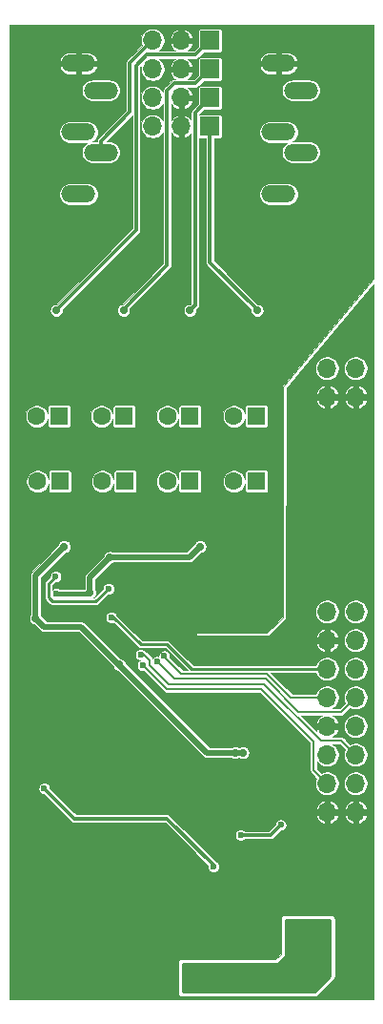
<source format=gbr>
%TF.GenerationSoftware,KiCad,Pcbnew,(5.1.9)-1*%
%TF.CreationDate,2021-06-18T12:26:35+07:00*%
%TF.ProjectId,adau1978,61646175-3139-4373-982e-6b696361645f,rev?*%
%TF.SameCoordinates,Original*%
%TF.FileFunction,Copper,L2,Bot*%
%TF.FilePolarity,Positive*%
%FSLAX46Y46*%
G04 Gerber Fmt 4.6, Leading zero omitted, Abs format (unit mm)*
G04 Created by KiCad (PCBNEW (5.1.9)-1) date 2021-06-18 12:26:35*
%MOMM*%
%LPD*%
G01*
G04 APERTURE LIST*
%TA.AperFunction,ComponentPad*%
%ADD10O,1.700000X1.700000*%
%TD*%
%TA.AperFunction,ComponentPad*%
%ADD11R,2.600000X2.600000*%
%TD*%
%TA.AperFunction,ComponentPad*%
%ADD12C,2.600000*%
%TD*%
%TA.AperFunction,ComponentPad*%
%ADD13R,1.700000X1.700000*%
%TD*%
%TA.AperFunction,ComponentPad*%
%ADD14C,1.600000*%
%TD*%
%TA.AperFunction,ComponentPad*%
%ADD15R,1.600000X1.600000*%
%TD*%
%TA.AperFunction,ComponentPad*%
%ADD16O,3.016000X1.508000*%
%TD*%
%TA.AperFunction,ViaPad*%
%ADD17C,0.600000*%
%TD*%
%TA.AperFunction,ViaPad*%
%ADD18C,0.700000*%
%TD*%
%TA.AperFunction,Conductor*%
%ADD19C,0.300000*%
%TD*%
%TA.AperFunction,Conductor*%
%ADD20C,0.500000*%
%TD*%
%TA.AperFunction,Conductor*%
%ADD21C,0.250000*%
%TD*%
%TA.AperFunction,Conductor*%
%ADD22C,0.400000*%
%TD*%
%TA.AperFunction,Conductor*%
%ADD23C,0.200000*%
%TD*%
%TA.AperFunction,Conductor*%
%ADD24C,0.254000*%
%TD*%
%TA.AperFunction,Conductor*%
%ADD25C,0.100000*%
%TD*%
%TA.AperFunction,Conductor*%
%ADD26C,0.025400*%
%TD*%
G04 APERTURE END LIST*
D10*
%TO.P,D5,1*%
%TO.N,VIN*%
X73025000Y-75184000D03*
%TO.P,D5,2*%
X75565000Y-75184000D03*
%TO.P,D5,3*%
%TO.N,GND*%
X73025000Y-77724000D03*
%TO.P,D5,4*%
X75565000Y-77724000D03*
%TO.P,D5,5*%
%TO.N,/SCL*%
X73025000Y-96774000D03*
%TO.P,D5,6*%
%TO.N,/SDA*%
X75565000Y-96774000D03*
%TO.P,D5,7*%
%TO.N,GND*%
X73025000Y-99314000D03*
%TO.P,D5,8*%
%TO.N,Net-(D5-Pad8)*%
X75565000Y-99314000D03*
%TO.P,D5,9*%
%TO.N,/MCLKIN*%
X73025000Y-101854000D03*
%TO.P,D5,10*%
%TO.N,Net-(D5-Pad10)*%
X75565000Y-101854000D03*
%TO.P,D5,11*%
%TO.N,/BCLK*%
X73025000Y-104394000D03*
%TO.P,D5,12*%
%TO.N,/LRCLK*%
X75565000Y-104394000D03*
%TO.P,D5,13*%
%TO.N,GND*%
X73025000Y-106934000D03*
%TO.P,D5,14*%
%TO.N,Net-(D5-Pad14)*%
X75565000Y-106934000D03*
%TO.P,D5,15*%
%TO.N,Net-(D5-Pad15)*%
X73025000Y-109474000D03*
%TO.P,D5,16*%
%TO.N,/SDATAOUT1*%
X75565000Y-109474000D03*
%TO.P,D5,17*%
%TO.N,/SDATAOUT2*%
X73025000Y-112014000D03*
%TO.P,D5,18*%
%TO.N,Net-(D5-Pad18)*%
X75565000Y-112014000D03*
%TO.P,D5,19*%
%TO.N,GND*%
X73025000Y-114554000D03*
%TO.P,D5,20*%
X75565000Y-114554000D03*
%TD*%
D11*
%TO.P,J1,1*%
%TO.N,GND*%
X66548000Y-125793500D03*
D12*
%TO.P,J1,2*%
%TO.N,Net-(D1-Pad2)*%
X71628000Y-125793500D03*
%TD*%
D13*
%TO.P,JP1,1*%
%TO.N,Net-(JP1-Pad1)*%
X62611000Y-53721000D03*
D10*
%TO.P,JP1,2*%
%TO.N,GND*%
X60071000Y-53721000D03*
%TO.P,JP1,3*%
%TO.N,Net-(J2-Pad2)*%
X57531000Y-53721000D03*
%TD*%
%TO.P,JP2,3*%
%TO.N,Net-(J2-Pad3)*%
X57531000Y-51181000D03*
%TO.P,JP2,2*%
%TO.N,GND*%
X60071000Y-51181000D03*
D13*
%TO.P,JP2,1*%
%TO.N,Net-(JP2-Pad1)*%
X62611000Y-51181000D03*
%TD*%
%TO.P,JP3,1*%
%TO.N,Net-(JP3-Pad1)*%
X62611000Y-48641000D03*
D10*
%TO.P,JP3,2*%
%TO.N,GND*%
X60071000Y-48641000D03*
%TO.P,JP3,3*%
%TO.N,Net-(J3-Pad2)*%
X57531000Y-48641000D03*
%TD*%
%TO.P,JP4,3*%
%TO.N,Net-(J3-Pad3)*%
X57531000Y-46101000D03*
%TO.P,JP4,2*%
%TO.N,GND*%
X60071000Y-46101000D03*
D13*
%TO.P,JP4,1*%
%TO.N,Net-(JP4-Pad1)*%
X62611000Y-46101000D03*
%TD*%
D14*
%TO.P,C12,2*%
%TO.N,Net-(C12-Pad2)*%
X64738500Y-85217000D03*
D15*
%TO.P,C12,1*%
%TO.N,/AIN1P*%
X66738500Y-85217000D03*
%TD*%
%TO.P,C13,1*%
%TO.N,/AIN1N*%
X66738500Y-79438500D03*
D14*
%TO.P,C13,2*%
%TO.N,Net-(C13-Pad2)*%
X64738500Y-79438500D03*
%TD*%
%TO.P,C14,2*%
%TO.N,Net-(C14-Pad2)*%
X58833000Y-85217000D03*
D15*
%TO.P,C14,1*%
%TO.N,/AIN2P*%
X60833000Y-85217000D03*
%TD*%
%TO.P,C15,1*%
%TO.N,/AIN2N*%
X60833000Y-79438500D03*
D14*
%TO.P,C15,2*%
%TO.N,Net-(C15-Pad2)*%
X58833000Y-79438500D03*
%TD*%
D15*
%TO.P,C16,1*%
%TO.N,/AIN3P*%
X55054500Y-85217000D03*
D14*
%TO.P,C16,2*%
%TO.N,Net-(C16-Pad2)*%
X53054500Y-85217000D03*
%TD*%
%TO.P,C17,2*%
%TO.N,Net-(C17-Pad2)*%
X52991000Y-79438500D03*
D15*
%TO.P,C17,1*%
%TO.N,/AIN3N*%
X54991000Y-79438500D03*
%TD*%
%TO.P,C18,1*%
%TO.N,/AIN4P*%
X49276000Y-85217000D03*
D14*
%TO.P,C18,2*%
%TO.N,Net-(C18-Pad2)*%
X47276000Y-85217000D03*
%TD*%
%TO.P,C19,2*%
%TO.N,Net-(C19-Pad2)*%
X47212500Y-79438500D03*
D15*
%TO.P,C19,1*%
%TO.N,/AIN4N*%
X49212500Y-79438500D03*
%TD*%
D16*
%TO.P,J2,4*%
%TO.N,Net-(J2-Pad4)*%
X68707000Y-59733000D03*
%TO.P,J2,3*%
%TO.N,Net-(J2-Pad3)*%
X70707000Y-56033000D03*
%TO.P,J2,5*%
%TO.N,Net-(J2-Pad5)*%
X68707000Y-54233000D03*
%TO.P,J2,2*%
%TO.N,Net-(J2-Pad2)*%
X70707000Y-50533000D03*
%TO.P,J2,1*%
%TO.N,GND*%
X68707000Y-48133000D03*
%TD*%
%TO.P,J3,1*%
%TO.N,GND*%
X50927000Y-48133000D03*
%TO.P,J3,2*%
%TO.N,Net-(J3-Pad2)*%
X52927000Y-50533000D03*
%TO.P,J3,5*%
%TO.N,Net-(J3-Pad5)*%
X50927000Y-54233000D03*
%TO.P,J3,3*%
%TO.N,Net-(J3-Pad3)*%
X52927000Y-56033000D03*
%TO.P,J3,4*%
%TO.N,Net-(J3-Pad4)*%
X50927000Y-59733000D03*
%TD*%
D17*
%TO.N,GND*%
X47371000Y-119951500D03*
X49403000Y-119951500D03*
X51181000Y-118935500D03*
X53467000Y-98298000D03*
X54610000Y-99250500D03*
X50101500Y-99250500D03*
X50101500Y-102171500D03*
X50101500Y-100711000D03*
X55562500Y-104013000D03*
X51943000Y-110426500D03*
X46926500Y-110045500D03*
X47879000Y-109029500D03*
X48387000Y-119951500D03*
X53149500Y-119951500D03*
X52070000Y-118935500D03*
X54229000Y-118935500D03*
X50292000Y-118935500D03*
X67373500Y-113665000D03*
X68961000Y-110871000D03*
X68961000Y-109410500D03*
X69977000Y-115443000D03*
X70993000Y-114427000D03*
X67945000Y-108331000D03*
X69024500Y-116586000D03*
X69278500Y-117729000D03*
X69278500Y-118745000D03*
X59182000Y-116967000D03*
X59182000Y-117665500D03*
X59182000Y-118364000D03*
X59372500Y-119380000D03*
X48260000Y-130746500D03*
X49339500Y-130746500D03*
X47371000Y-130111500D03*
X47371000Y-129222500D03*
X47371000Y-128333500D03*
X47371000Y-127444500D03*
X50165000Y-130111500D03*
X50165000Y-129222500D03*
X50165000Y-128333500D03*
X50165000Y-127444500D03*
X56388000Y-130429000D03*
X56388000Y-129667000D03*
X56388000Y-128905000D03*
X56388000Y-128143000D03*
X52959000Y-130429000D03*
X52959000Y-129667000D03*
X52959000Y-128905000D03*
X52959000Y-128143000D03*
X50165000Y-126555500D03*
X47371000Y-126555500D03*
X51943000Y-112903000D03*
X50990500Y-112903000D03*
X52895500Y-112903000D03*
X66421000Y-113665000D03*
X60579000Y-100076000D03*
X61595000Y-100076000D03*
X62611000Y-100076000D03*
X63627000Y-100076000D03*
X64643000Y-100076000D03*
X65659000Y-100076000D03*
X66675000Y-100076000D03*
X62420500Y-73088500D03*
X63817500Y-73088500D03*
X62420500Y-76581000D03*
X63817500Y-76581000D03*
X68389500Y-76581000D03*
X68326000Y-73088500D03*
X69342000Y-74104500D03*
X69342000Y-75565000D03*
X57848500Y-73088500D03*
X56451500Y-73088500D03*
X56451500Y-76581000D03*
X57848500Y-76581000D03*
X51943000Y-73088500D03*
X50546000Y-73088500D03*
X50546000Y-76581000D03*
X51943000Y-76581000D03*
X45974000Y-76581000D03*
X45910500Y-73088500D03*
X50101500Y-92710000D03*
X53721000Y-88455500D03*
X61722000Y-89471500D03*
X61722000Y-94361000D03*
X61722000Y-95123000D03*
X61722000Y-98298000D03*
X61722000Y-97536000D03*
X54800500Y-93281500D03*
X53721000Y-93281500D03*
X54991000Y-88455500D03*
X45802834Y-45224000D03*
X45802834Y-49224000D03*
X45802834Y-53224000D03*
X45802834Y-57224000D03*
X45802834Y-61224000D03*
X45802834Y-65224000D03*
X45802834Y-69224000D03*
X45802834Y-81224000D03*
X45802834Y-85224000D03*
X45802834Y-89224000D03*
X45802834Y-93224000D03*
X45802834Y-97224000D03*
X45802834Y-101224000D03*
X45802834Y-105224000D03*
X45802834Y-109224000D03*
X45802834Y-113224000D03*
X45802834Y-122824000D03*
X45802834Y-126824000D03*
X48202834Y-46824000D03*
X48202834Y-50824000D03*
X48202834Y-54824000D03*
X48202834Y-58824000D03*
X48202834Y-62824000D03*
X48202834Y-66824000D03*
X48202834Y-82824000D03*
X48202834Y-86824000D03*
X48202834Y-99624000D03*
X48202834Y-103624000D03*
X48202834Y-107624000D03*
X49002834Y-126024000D03*
X49802834Y-89224000D03*
X50602834Y-45224000D03*
X50602834Y-52424000D03*
X50602834Y-56424000D03*
X50602834Y-61224000D03*
X50602834Y-65224000D03*
X50602834Y-70024000D03*
X50602834Y-81224000D03*
X50602834Y-105224000D03*
X50602834Y-109224000D03*
X50602834Y-120424000D03*
X51402834Y-84424000D03*
X51402834Y-127624000D03*
X52202834Y-87624000D03*
X53002834Y-46824000D03*
X53002834Y-62824000D03*
X53002834Y-103624000D03*
X53002834Y-107624000D03*
X53802834Y-58024000D03*
X53802834Y-82024000D03*
X54602834Y-66824000D03*
X55402834Y-45224000D03*
X55402834Y-105224000D03*
X55402834Y-117224000D03*
X56202834Y-64424000D03*
X56202834Y-70024000D03*
X56202834Y-108424000D03*
X57002834Y-57224000D03*
X57002834Y-61224000D03*
X57002834Y-78024000D03*
X57002834Y-82824000D03*
X57002834Y-119624000D03*
X57802834Y-110824000D03*
X58602834Y-68424000D03*
X58602834Y-114024000D03*
X59402834Y-104424000D03*
X60202834Y-58024000D03*
X60202834Y-62024000D03*
X60202834Y-66024000D03*
X60202834Y-81224000D03*
X60202834Y-109224000D03*
X61002834Y-93224000D03*
X61002834Y-123624000D03*
X61802834Y-96424000D03*
X61802834Y-106024000D03*
X61802834Y-126824000D03*
X62602834Y-67624000D03*
X62602834Y-71624000D03*
X62602834Y-78024000D03*
X62602834Y-82824000D03*
X63402834Y-57224000D03*
X63402834Y-62824000D03*
X63402834Y-88424000D03*
X63402834Y-108424000D03*
X63402834Y-112424000D03*
X63402834Y-116424000D03*
X63402834Y-121224000D03*
X64202834Y-45224000D03*
X64202834Y-49224000D03*
X64202834Y-53224000D03*
X64202834Y-91624000D03*
X64202834Y-104424000D03*
X64202834Y-124424000D03*
X65002834Y-94824000D03*
X65802834Y-81224000D03*
X65802834Y-106824000D03*
X66602834Y-46824000D03*
X66602834Y-50824000D03*
X66602834Y-61224000D03*
X66602834Y-65224000D03*
X66602834Y-89224000D03*
X66602834Y-97224000D03*
X67402834Y-68424000D03*
X67402834Y-92424000D03*
X67402834Y-112424000D03*
X67402834Y-120424000D03*
X68202834Y-71624000D03*
X68202834Y-82824000D03*
X69002834Y-45224000D03*
X69002834Y-52424000D03*
X69002834Y-62824000D03*
X69002834Y-122824000D03*
X69802834Y-66024000D03*
X69802834Y-100424000D03*
X69802834Y-107624000D03*
X70602834Y-69224000D03*
X70602834Y-73224000D03*
X70602834Y-77224000D03*
X70602834Y-81224000D03*
X70602834Y-85224000D03*
X70602834Y-90024000D03*
X70602834Y-103624000D03*
X70602834Y-110824000D03*
X70602834Y-117224000D03*
X71402834Y-46824000D03*
X71402834Y-54024000D03*
X71402834Y-58824000D03*
X71402834Y-93224000D03*
X71402834Y-120424000D03*
X72202834Y-62024000D03*
X73002834Y-49224000D03*
X73002834Y-65224000D03*
X73002834Y-70824000D03*
X73002834Y-79624000D03*
X73002834Y-83624000D03*
X73002834Y-87624000D03*
X73002834Y-122824000D03*
X73802834Y-45224000D03*
X73802834Y-52424000D03*
X73802834Y-56424000D03*
X73802834Y-90824000D03*
X73802834Y-94824000D03*
X73802834Y-116424000D03*
X74602834Y-67624000D03*
X74602834Y-73224000D03*
X74602834Y-119624000D03*
X74602834Y-125224000D03*
X74602834Y-129224000D03*
X75402834Y-47624000D03*
X75402834Y-81224000D03*
X75402834Y-85224000D03*
X76202834Y-50824000D03*
X76202834Y-54824000D03*
X76202834Y-70024000D03*
X76202834Y-88424000D03*
X76202834Y-92424000D03*
X76202834Y-122024000D03*
X68770500Y-94824000D03*
X68770500Y-87630000D03*
%TO.N,+5V*%
X47879000Y-112458500D03*
X68897500Y-115697000D03*
X62928500Y-119380000D03*
X65341500Y-116586000D03*
D18*
%TO.N,+3.3VA*%
X65532000Y-109283500D03*
X54546500Y-101473000D03*
X47117000Y-97345500D03*
X64833500Y-109283500D03*
X49657000Y-90995500D03*
D17*
%TO.N,Net-(C29-Pad1)*%
X53594000Y-94742000D03*
X48895000Y-93662500D03*
D18*
%TO.N,/AVDD*%
X51943000Y-95059500D03*
X61722000Y-90995500D03*
X53721000Y-91948000D03*
D17*
X48958500Y-95186500D03*
D18*
%TO.N,Net-(D1-Pad2)*%
X60706000Y-130238500D03*
X60706000Y-128333500D03*
X60706000Y-129286000D03*
D17*
%TO.N,/SDATAOUT2*%
X56642000Y-101536500D03*
%TO.N,/SDATAOUT1*%
X56451500Y-100584000D03*
%TO.N,/LRCLK*%
X57912000Y-101219000D03*
%TO.N,/BCLK*%
X58547000Y-100711000D03*
%TO.N,/MCLKIN*%
X53848000Y-97282000D03*
D18*
%TO.N,Net-(JP1-Pad1)*%
X66802000Y-70040500D03*
%TO.N,Net-(JP2-Pad1)*%
X60833000Y-70040500D03*
%TO.N,Net-(JP3-Pad1)*%
X54927500Y-70040500D03*
%TO.N,Net-(JP4-Pad1)*%
X48958500Y-70040500D03*
%TD*%
D19*
%TO.N,+5V*%
X50546000Y-115125500D02*
X47879000Y-112458500D01*
X58801000Y-115125500D02*
X50546000Y-115125500D01*
X62928500Y-119253000D02*
X58801000Y-115125500D01*
X62928500Y-119380000D02*
X62928500Y-119253000D01*
X68008500Y-116586000D02*
X68897500Y-115697000D01*
X65341500Y-116586000D02*
X68008500Y-116586000D01*
D20*
%TO.N,+3.3VA*%
X47879000Y-98107500D02*
X47117000Y-97345500D01*
X51181000Y-98107500D02*
X47879000Y-98107500D01*
X62357000Y-109283500D02*
X51181000Y-98107500D01*
X65532000Y-109283500D02*
X62357000Y-109283500D01*
X47117000Y-93535500D02*
X47117000Y-97345500D01*
X49657000Y-90995500D02*
X47117000Y-93535500D01*
D21*
%TO.N,Net-(C29-Pad1)*%
X52451000Y-95885000D02*
X53594000Y-94742000D01*
X48641000Y-95885000D02*
X52451000Y-95885000D01*
X48260000Y-95504000D02*
X48641000Y-95885000D01*
X48260000Y-94297500D02*
X48260000Y-95504000D01*
X48895000Y-93662500D02*
X48260000Y-94297500D01*
D20*
%TO.N,/AVDD*%
X51943000Y-93726000D02*
X53721000Y-91948000D01*
X51943000Y-95059500D02*
X51943000Y-93726000D01*
X60769500Y-91948000D02*
X61722000Y-90995500D01*
X53721000Y-91948000D02*
X60769500Y-91948000D01*
D22*
X51816000Y-95186500D02*
X51943000Y-95059500D01*
X48958500Y-95186500D02*
X51816000Y-95186500D01*
D19*
%TO.N,Net-(D1-Pad2)*%
X71628000Y-128968500D02*
X71628000Y-125793500D01*
X71310500Y-129286000D02*
X71628000Y-128968500D01*
X60833000Y-129286000D02*
X71310500Y-129286000D01*
X60706000Y-129159000D02*
X60833000Y-129286000D01*
D23*
%TO.N,/SDATAOUT2*%
X72961500Y-112077500D02*
X73025000Y-112014000D01*
X72961500Y-112014000D02*
X72961500Y-112077500D01*
X71818500Y-110871000D02*
X72961500Y-112014000D01*
X71818500Y-108267500D02*
X71818500Y-110871000D01*
X67183000Y-103632000D02*
X71818500Y-108267500D01*
X58737500Y-103632000D02*
X67183000Y-103632000D01*
X56642000Y-101536500D02*
X58737500Y-103632000D01*
%TO.N,/SDATAOUT1*%
X74295000Y-108204000D02*
X75565000Y-109474000D01*
X72453500Y-108204000D02*
X74295000Y-108204000D01*
X67437000Y-103187500D02*
X72453500Y-108204000D01*
X58928000Y-103187500D02*
X67437000Y-103187500D01*
X57277000Y-101536500D02*
X58928000Y-103187500D01*
X57277000Y-101092000D02*
X57277000Y-101536500D01*
X56769000Y-100584000D02*
X57277000Y-101092000D01*
X56451500Y-100584000D02*
X56769000Y-100584000D01*
%TO.N,/LRCLK*%
X67564000Y-102743000D02*
X70485000Y-105664000D01*
X70485000Y-105664000D02*
X74295000Y-105664000D01*
X59436000Y-102743000D02*
X67564000Y-102743000D01*
X74295000Y-105664000D02*
X75565000Y-104394000D01*
X57912000Y-101219000D02*
X59436000Y-102743000D01*
%TO.N,/BCLK*%
X60071000Y-102298500D02*
X67691000Y-102298500D01*
X67691000Y-102298500D02*
X69786500Y-104394000D01*
X58547000Y-100774500D02*
X60071000Y-102298500D01*
X69786500Y-104394000D02*
X73025000Y-104394000D01*
X58547000Y-100711000D02*
X58547000Y-100774500D01*
D21*
%TO.N,/MCLKIN*%
X60960000Y-101854000D02*
X73025000Y-101854000D01*
X58801000Y-99695000D02*
X60960000Y-101854000D01*
X56451500Y-99695000D02*
X58801000Y-99695000D01*
X54038500Y-97282000D02*
X56451500Y-99695000D01*
X53848000Y-97282000D02*
X54038500Y-97282000D01*
D19*
%TO.N,Net-(JP1-Pad1)*%
X62611000Y-65786000D02*
X62611000Y-53721000D01*
X66802000Y-69977000D02*
X62611000Y-65786000D01*
X66802000Y-70040500D02*
X66802000Y-69977000D01*
%TO.N,Net-(JP2-Pad1)*%
X61277500Y-52514500D02*
X62611000Y-51181000D01*
X61277500Y-69596000D02*
X61277500Y-52514500D01*
X60833000Y-70040500D02*
X61277500Y-69596000D01*
%TO.N,Net-(JP3-Pad1)*%
X61341000Y-49911000D02*
X62611000Y-48641000D01*
X59436000Y-49911000D02*
X61341000Y-49911000D01*
X58801000Y-50546000D02*
X59436000Y-49911000D01*
X58801000Y-66040000D02*
X58801000Y-50546000D01*
X54927500Y-69913500D02*
X58801000Y-66040000D01*
X54927500Y-70040500D02*
X54927500Y-69913500D01*
%TO.N,Net-(JP4-Pad1)*%
X61341000Y-47371000D02*
X62611000Y-46101000D01*
X57023000Y-47371000D02*
X61341000Y-47371000D01*
X56070500Y-48323500D02*
X57023000Y-47371000D01*
X56070500Y-62928500D02*
X56070500Y-48323500D01*
X48958500Y-70040500D02*
X56070500Y-62928500D01*
%TO.N,Net-(J3-Pad3)*%
X52927000Y-56033000D02*
X52927000Y-55023000D01*
X52927000Y-55023000D02*
X55499000Y-52451000D01*
X55499000Y-48133000D02*
X57531000Y-46101000D01*
X55499000Y-52451000D02*
X55499000Y-48133000D01*
%TD*%
D24*
%TO.N,Net-(D1-Pad2)*%
X73279000Y-129106394D02*
X71892894Y-130492500D01*
X60198000Y-130492500D01*
X60198000Y-128016000D01*
X68580000Y-128016000D01*
X68604776Y-128013560D01*
X68628601Y-128006333D01*
X68650557Y-127994597D01*
X68664959Y-127983398D01*
X69299959Y-127411898D01*
X69316742Y-127393510D01*
X69329616Y-127372200D01*
X69338085Y-127348789D01*
X69342000Y-127317500D01*
X69342000Y-124142500D01*
X73279000Y-124142500D01*
X73279000Y-129106394D01*
%TA.AperFunction,Conductor*%
D25*
G36*
X73279000Y-129106394D02*
G01*
X71892894Y-130492500D01*
X60198000Y-130492500D01*
X60198000Y-128016000D01*
X68580000Y-128016000D01*
X68604776Y-128013560D01*
X68628601Y-128006333D01*
X68650557Y-127994597D01*
X68664959Y-127983398D01*
X69299959Y-127411898D01*
X69316742Y-127393510D01*
X69329616Y-127372200D01*
X69338085Y-127348789D01*
X69342000Y-127317500D01*
X69342000Y-124142500D01*
X73279000Y-124142500D01*
X73279000Y-129106394D01*
G37*
%TD.AperFunction*%
%TD*%
D26*
%TO.N,GND*%
X77139300Y-131143800D02*
X44814700Y-131143800D01*
X44814700Y-127889000D01*
X59758300Y-127889000D01*
X59758300Y-130619500D01*
X59764308Y-130680505D01*
X59782103Y-130739165D01*
X59810999Y-130793227D01*
X59849888Y-130840612D01*
X59897273Y-130879501D01*
X59951335Y-130908397D01*
X60009995Y-130926192D01*
X60071000Y-130932200D01*
X71945500Y-130932200D01*
X72006505Y-130926192D01*
X72065165Y-130908397D01*
X72119227Y-130879501D01*
X72166612Y-130840612D01*
X73627112Y-129380112D01*
X73666001Y-129332727D01*
X73694897Y-129278665D01*
X73712692Y-129220005D01*
X73718700Y-129159000D01*
X73718700Y-124015500D01*
X73712692Y-123954495D01*
X73694897Y-123895835D01*
X73666001Y-123841773D01*
X73627112Y-123794388D01*
X73579727Y-123755499D01*
X73525665Y-123726603D01*
X73467005Y-123708808D01*
X73406000Y-123702800D01*
X69215000Y-123702800D01*
X69153995Y-123708808D01*
X69095335Y-123726603D01*
X69041273Y-123755499D01*
X68993888Y-123794388D01*
X68954999Y-123841773D01*
X68926103Y-123895835D01*
X68908308Y-123954495D01*
X68902300Y-124015500D01*
X68902300Y-127178236D01*
X68460006Y-127576300D01*
X60071000Y-127576300D01*
X60009995Y-127582308D01*
X59951335Y-127600103D01*
X59897273Y-127628999D01*
X59849888Y-127667888D01*
X59810999Y-127715273D01*
X59782103Y-127769335D01*
X59764308Y-127827995D01*
X59758300Y-127889000D01*
X44814700Y-127889000D01*
X44814700Y-112408003D01*
X47366300Y-112408003D01*
X47366300Y-112508997D01*
X47386003Y-112608049D01*
X47424651Y-112701355D01*
X47480760Y-112785327D01*
X47552173Y-112856740D01*
X47636145Y-112912849D01*
X47729451Y-112951497D01*
X47828503Y-112971200D01*
X47878766Y-112971200D01*
X50276943Y-115369379D01*
X50288292Y-115383208D01*
X50302121Y-115394557D01*
X50302124Y-115394560D01*
X50343520Y-115428532D01*
X50406529Y-115462212D01*
X50474899Y-115482951D01*
X50546000Y-115489954D01*
X50563808Y-115488200D01*
X58650766Y-115488200D01*
X62428454Y-119265889D01*
X62415800Y-119329503D01*
X62415800Y-119430497D01*
X62435503Y-119529549D01*
X62474151Y-119622855D01*
X62530260Y-119706827D01*
X62601673Y-119778240D01*
X62685645Y-119834349D01*
X62778951Y-119872997D01*
X62878003Y-119892700D01*
X62978997Y-119892700D01*
X63078049Y-119872997D01*
X63171355Y-119834349D01*
X63255327Y-119778240D01*
X63326740Y-119706827D01*
X63382849Y-119622855D01*
X63421497Y-119529549D01*
X63441200Y-119430497D01*
X63441200Y-119329503D01*
X63421497Y-119230451D01*
X63382849Y-119137145D01*
X63326740Y-119053173D01*
X63255327Y-118981760D01*
X63171355Y-118925651D01*
X63078049Y-118887003D01*
X63074790Y-118886355D01*
X60723938Y-116535503D01*
X64828800Y-116535503D01*
X64828800Y-116636497D01*
X64848503Y-116735549D01*
X64887151Y-116828855D01*
X64943260Y-116912827D01*
X65014673Y-116984240D01*
X65098645Y-117040349D01*
X65191951Y-117078997D01*
X65291003Y-117098700D01*
X65391997Y-117098700D01*
X65491049Y-117078997D01*
X65584355Y-117040349D01*
X65668327Y-116984240D01*
X65703867Y-116948700D01*
X67990694Y-116948700D01*
X68008500Y-116950454D01*
X68026306Y-116948700D01*
X68026308Y-116948700D01*
X68079601Y-116943451D01*
X68147971Y-116922712D01*
X68210980Y-116889032D01*
X68266208Y-116843708D01*
X68277566Y-116829868D01*
X68897735Y-116209700D01*
X68947997Y-116209700D01*
X69047049Y-116189997D01*
X69140355Y-116151349D01*
X69224327Y-116095240D01*
X69295740Y-116023827D01*
X69351849Y-115939855D01*
X69390497Y-115846549D01*
X69410200Y-115747497D01*
X69410200Y-115646503D01*
X69390497Y-115547451D01*
X69351849Y-115454145D01*
X69295740Y-115370173D01*
X69224327Y-115298760D01*
X69140355Y-115242651D01*
X69047049Y-115204003D01*
X68947997Y-115184300D01*
X68847003Y-115184300D01*
X68747951Y-115204003D01*
X68654645Y-115242651D01*
X68570673Y-115298760D01*
X68499260Y-115370173D01*
X68443151Y-115454145D01*
X68404503Y-115547451D01*
X68384800Y-115646503D01*
X68384800Y-115696765D01*
X67858266Y-116223300D01*
X65703867Y-116223300D01*
X65668327Y-116187760D01*
X65584355Y-116131651D01*
X65491049Y-116093003D01*
X65391997Y-116073300D01*
X65291003Y-116073300D01*
X65191951Y-116093003D01*
X65098645Y-116131651D01*
X65014673Y-116187760D01*
X64943260Y-116259173D01*
X64887151Y-116343145D01*
X64848503Y-116436451D01*
X64828800Y-116535503D01*
X60723938Y-116535503D01*
X59142665Y-114954230D01*
X72040547Y-114954230D01*
X72045872Y-114967115D01*
X72145280Y-115150196D01*
X72278496Y-115310365D01*
X72440399Y-115441467D01*
X72624768Y-115538465D01*
X72783700Y-115535780D01*
X72783700Y-114795300D01*
X73266300Y-114795300D01*
X73266300Y-115535780D01*
X73425232Y-115538465D01*
X73609601Y-115441467D01*
X73771504Y-115310365D01*
X73904720Y-115150196D01*
X74004128Y-114967115D01*
X74009453Y-114954230D01*
X74580547Y-114954230D01*
X74585872Y-114967115D01*
X74685280Y-115150196D01*
X74818496Y-115310365D01*
X74980399Y-115441467D01*
X75164768Y-115538465D01*
X75323700Y-115535780D01*
X75323700Y-114795300D01*
X75806300Y-114795300D01*
X75806300Y-115535780D01*
X75965232Y-115538465D01*
X76149601Y-115441467D01*
X76311504Y-115310365D01*
X76444720Y-115150196D01*
X76544128Y-114967115D01*
X76549453Y-114954230D01*
X76545263Y-114795300D01*
X75806300Y-114795300D01*
X75323700Y-114795300D01*
X74584737Y-114795300D01*
X74580547Y-114954230D01*
X74009453Y-114954230D01*
X74005263Y-114795300D01*
X73266300Y-114795300D01*
X72783700Y-114795300D01*
X72044737Y-114795300D01*
X72040547Y-114954230D01*
X59142665Y-114954230D01*
X59070066Y-114881632D01*
X59058708Y-114867792D01*
X59003480Y-114822468D01*
X58940471Y-114788788D01*
X58872101Y-114768049D01*
X58818808Y-114762800D01*
X58818806Y-114762800D01*
X58801000Y-114761046D01*
X58783194Y-114762800D01*
X50696236Y-114762800D01*
X50087206Y-114153770D01*
X72040547Y-114153770D01*
X72044737Y-114312700D01*
X72783700Y-114312700D01*
X72783700Y-113572220D01*
X73266300Y-113572220D01*
X73266300Y-114312700D01*
X74005263Y-114312700D01*
X74009453Y-114153770D01*
X74580547Y-114153770D01*
X74584737Y-114312700D01*
X75323700Y-114312700D01*
X75323700Y-113572220D01*
X75806300Y-113572220D01*
X75806300Y-114312700D01*
X76545263Y-114312700D01*
X76549453Y-114153770D01*
X76544128Y-114140885D01*
X76444720Y-113957804D01*
X76311504Y-113797635D01*
X76149601Y-113666533D01*
X75965232Y-113569535D01*
X75806300Y-113572220D01*
X75323700Y-113572220D01*
X75164768Y-113569535D01*
X74980399Y-113666533D01*
X74818496Y-113797635D01*
X74685280Y-113957804D01*
X74585872Y-114140885D01*
X74580547Y-114153770D01*
X74009453Y-114153770D01*
X74004128Y-114140885D01*
X73904720Y-113957804D01*
X73771504Y-113797635D01*
X73609601Y-113666533D01*
X73425232Y-113569535D01*
X73266300Y-113572220D01*
X72783700Y-113572220D01*
X72624768Y-113569535D01*
X72440399Y-113666533D01*
X72278496Y-113797635D01*
X72145280Y-113957804D01*
X72045872Y-114140885D01*
X72040547Y-114153770D01*
X50087206Y-114153770D01*
X48391700Y-112458266D01*
X48391700Y-112408003D01*
X48371997Y-112308951D01*
X48333349Y-112215645D01*
X48277240Y-112131673D01*
X48205827Y-112060260D01*
X48121855Y-112004151D01*
X48028549Y-111965503D01*
X47929497Y-111945800D01*
X47828503Y-111945800D01*
X47729451Y-111965503D01*
X47636145Y-112004151D01*
X47552173Y-112060260D01*
X47480760Y-112131673D01*
X47424651Y-112215645D01*
X47386003Y-112308951D01*
X47366300Y-112408003D01*
X44814700Y-112408003D01*
X44814700Y-97802700D01*
X46788414Y-97802700D01*
X46850461Y-97844159D01*
X46952866Y-97886576D01*
X47016347Y-97899203D01*
X47535754Y-98418611D01*
X47550239Y-98436261D01*
X47620694Y-98494082D01*
X47673076Y-98522081D01*
X47701075Y-98537047D01*
X47788295Y-98563504D01*
X47879000Y-98572438D01*
X47901722Y-98570200D01*
X50989344Y-98570200D01*
X53992797Y-101573653D01*
X54005424Y-101637134D01*
X54047841Y-101739539D01*
X54109422Y-101831701D01*
X54187799Y-101910078D01*
X54279961Y-101971659D01*
X54382366Y-102014076D01*
X54445847Y-102026703D01*
X62013754Y-109594611D01*
X62028239Y-109612261D01*
X62098694Y-109670082D01*
X62147522Y-109696181D01*
X62179075Y-109713047D01*
X62266295Y-109739504D01*
X62357000Y-109748438D01*
X62379722Y-109746200D01*
X64513145Y-109746200D01*
X64566961Y-109782159D01*
X64669366Y-109824576D01*
X64778079Y-109846200D01*
X64888921Y-109846200D01*
X64997634Y-109824576D01*
X65100039Y-109782159D01*
X65153855Y-109746200D01*
X65211645Y-109746200D01*
X65265461Y-109782159D01*
X65367866Y-109824576D01*
X65476579Y-109846200D01*
X65587421Y-109846200D01*
X65696134Y-109824576D01*
X65798539Y-109782159D01*
X65890701Y-109720578D01*
X65969078Y-109642201D01*
X66030659Y-109550039D01*
X66073076Y-109447634D01*
X66094700Y-109338921D01*
X66094700Y-109228079D01*
X66073076Y-109119366D01*
X66030659Y-109016961D01*
X65969078Y-108924799D01*
X65890701Y-108846422D01*
X65798539Y-108784841D01*
X65696134Y-108742424D01*
X65587421Y-108720800D01*
X65476579Y-108720800D01*
X65367866Y-108742424D01*
X65265461Y-108784841D01*
X65211645Y-108820800D01*
X65153855Y-108820800D01*
X65100039Y-108784841D01*
X64997634Y-108742424D01*
X64888921Y-108720800D01*
X64778079Y-108720800D01*
X64669366Y-108742424D01*
X64566961Y-108784841D01*
X64513145Y-108820800D01*
X62548657Y-108820800D01*
X55100203Y-101372347D01*
X55087576Y-101308866D01*
X55045159Y-101206461D01*
X54983578Y-101114299D01*
X54905201Y-101035922D01*
X54813039Y-100974341D01*
X54710634Y-100931924D01*
X54647153Y-100919297D01*
X51530556Y-97802700D01*
X54081621Y-97802700D01*
X56200984Y-99922064D01*
X56211555Y-99934945D01*
X56224434Y-99945514D01*
X56262976Y-99977145D01*
X56289706Y-99991432D01*
X56321643Y-100008503D01*
X56385299Y-100027813D01*
X56434919Y-100032700D01*
X56434921Y-100032700D01*
X56451499Y-100034333D01*
X56468077Y-100032700D01*
X58661121Y-100032700D01*
X60614220Y-101985800D01*
X60200524Y-101985800D01*
X59045850Y-100831126D01*
X59059700Y-100761497D01*
X59059700Y-100660503D01*
X59039997Y-100561451D01*
X59001349Y-100468145D01*
X58945240Y-100384173D01*
X58873827Y-100312760D01*
X58789855Y-100256651D01*
X58696549Y-100218003D01*
X58597497Y-100198300D01*
X58496503Y-100198300D01*
X58397451Y-100218003D01*
X58304145Y-100256651D01*
X58220173Y-100312760D01*
X58148760Y-100384173D01*
X58092651Y-100468145D01*
X58054003Y-100561451D01*
X58034300Y-100660503D01*
X58034300Y-100720583D01*
X57962497Y-100706300D01*
X57861503Y-100706300D01*
X57762451Y-100726003D01*
X57669145Y-100764651D01*
X57585173Y-100820760D01*
X57515830Y-100890103D01*
X57499182Y-100869818D01*
X57487249Y-100860025D01*
X57000976Y-100373752D01*
X56991182Y-100361818D01*
X56943567Y-100322741D01*
X56889244Y-100293705D01*
X56870313Y-100287963D01*
X56849740Y-100257173D01*
X56778327Y-100185760D01*
X56694355Y-100129651D01*
X56601049Y-100091003D01*
X56501997Y-100071300D01*
X56401003Y-100071300D01*
X56301951Y-100091003D01*
X56208645Y-100129651D01*
X56124673Y-100185760D01*
X56053260Y-100257173D01*
X55997151Y-100341145D01*
X55958503Y-100434451D01*
X55938800Y-100533503D01*
X55938800Y-100634497D01*
X55958503Y-100733549D01*
X55997151Y-100826855D01*
X56053260Y-100910827D01*
X56124673Y-100982240D01*
X56208645Y-101038349D01*
X56301951Y-101076997D01*
X56382792Y-101093078D01*
X56315173Y-101138260D01*
X56243760Y-101209673D01*
X56187651Y-101293645D01*
X56149003Y-101386951D01*
X56129300Y-101486003D01*
X56129300Y-101586997D01*
X56149003Y-101686049D01*
X56187651Y-101779355D01*
X56243760Y-101863327D01*
X56315173Y-101934740D01*
X56399145Y-101990849D01*
X56492451Y-102029497D01*
X56591503Y-102049200D01*
X56692497Y-102049200D01*
X56709161Y-102045885D01*
X58505528Y-103842253D01*
X58515318Y-103854182D01*
X58562933Y-103893259D01*
X58617256Y-103922295D01*
X58676199Y-103940175D01*
X58737500Y-103946213D01*
X58752861Y-103944700D01*
X67053476Y-103944700D01*
X71505800Y-108397025D01*
X71505801Y-110855637D01*
X71504288Y-110871000D01*
X71510325Y-110932300D01*
X71516089Y-110951300D01*
X71528206Y-110991244D01*
X71557242Y-111045567D01*
X71574578Y-111066691D01*
X71586526Y-111081250D01*
X71586529Y-111081253D01*
X71596319Y-111093182D01*
X71608248Y-111102972D01*
X72063521Y-111558246D01*
X72003139Y-111704022D01*
X71962300Y-111909333D01*
X71962300Y-112118667D01*
X72003139Y-112323978D01*
X72083247Y-112517377D01*
X72199547Y-112691432D01*
X72347568Y-112839453D01*
X72521623Y-112955753D01*
X72715022Y-113035861D01*
X72920333Y-113076700D01*
X73129667Y-113076700D01*
X73334978Y-113035861D01*
X73528377Y-112955753D01*
X73702432Y-112839453D01*
X73850453Y-112691432D01*
X73966753Y-112517377D01*
X74046861Y-112323978D01*
X74087700Y-112118667D01*
X74087700Y-111909333D01*
X74502300Y-111909333D01*
X74502300Y-112118667D01*
X74543139Y-112323978D01*
X74623247Y-112517377D01*
X74739547Y-112691432D01*
X74887568Y-112839453D01*
X75061623Y-112955753D01*
X75255022Y-113035861D01*
X75460333Y-113076700D01*
X75669667Y-113076700D01*
X75874978Y-113035861D01*
X76068377Y-112955753D01*
X76242432Y-112839453D01*
X76390453Y-112691432D01*
X76506753Y-112517377D01*
X76586861Y-112323978D01*
X76627700Y-112118667D01*
X76627700Y-111909333D01*
X76586861Y-111704022D01*
X76506753Y-111510623D01*
X76390453Y-111336568D01*
X76242432Y-111188547D01*
X76068377Y-111072247D01*
X75874978Y-110992139D01*
X75669667Y-110951300D01*
X75460333Y-110951300D01*
X75255022Y-110992139D01*
X75061623Y-111072247D01*
X74887568Y-111188547D01*
X74739547Y-111336568D01*
X74623247Y-111510623D01*
X74543139Y-111704022D01*
X74502300Y-111909333D01*
X74087700Y-111909333D01*
X74046861Y-111704022D01*
X73966753Y-111510623D01*
X73850453Y-111336568D01*
X73702432Y-111188547D01*
X73528377Y-111072247D01*
X73334978Y-110992139D01*
X73129667Y-110951300D01*
X72920333Y-110951300D01*
X72715022Y-110992139D01*
X72521623Y-111072247D01*
X72485864Y-111096140D01*
X72131200Y-110741476D01*
X72131200Y-110049144D01*
X72199547Y-110151432D01*
X72347568Y-110299453D01*
X72521623Y-110415753D01*
X72715022Y-110495861D01*
X72920333Y-110536700D01*
X73129667Y-110536700D01*
X73334978Y-110495861D01*
X73528377Y-110415753D01*
X73702432Y-110299453D01*
X73850453Y-110151432D01*
X73966753Y-109977377D01*
X74046861Y-109783978D01*
X74087700Y-109578667D01*
X74087700Y-109369333D01*
X74046861Y-109164022D01*
X73966753Y-108970623D01*
X73850453Y-108796568D01*
X73702432Y-108648547D01*
X73528377Y-108532247D01*
X73490843Y-108516700D01*
X74165476Y-108516700D01*
X74622120Y-108973344D01*
X74543139Y-109164022D01*
X74502300Y-109369333D01*
X74502300Y-109578667D01*
X74543139Y-109783978D01*
X74623247Y-109977377D01*
X74739547Y-110151432D01*
X74887568Y-110299453D01*
X75061623Y-110415753D01*
X75255022Y-110495861D01*
X75460333Y-110536700D01*
X75669667Y-110536700D01*
X75874978Y-110495861D01*
X76068377Y-110415753D01*
X76242432Y-110299453D01*
X76390453Y-110151432D01*
X76506753Y-109977377D01*
X76586861Y-109783978D01*
X76627700Y-109578667D01*
X76627700Y-109369333D01*
X76586861Y-109164022D01*
X76506753Y-108970623D01*
X76390453Y-108796568D01*
X76242432Y-108648547D01*
X76068377Y-108532247D01*
X75874978Y-108452139D01*
X75669667Y-108411300D01*
X75460333Y-108411300D01*
X75255022Y-108452139D01*
X75064344Y-108531120D01*
X74526976Y-107993752D01*
X74517182Y-107981818D01*
X74469567Y-107942741D01*
X74415244Y-107913705D01*
X74356300Y-107895825D01*
X74310361Y-107891300D01*
X74310353Y-107891300D01*
X74295000Y-107889788D01*
X74279647Y-107891300D01*
X73476866Y-107891300D01*
X73609601Y-107821467D01*
X73771504Y-107690365D01*
X73904720Y-107530196D01*
X74004128Y-107347115D01*
X74009453Y-107334230D01*
X74005263Y-107175300D01*
X73266300Y-107175300D01*
X73266300Y-107195300D01*
X72783700Y-107195300D01*
X72783700Y-107175300D01*
X72044737Y-107175300D01*
X72040547Y-107334230D01*
X72045872Y-107347115D01*
X72054228Y-107362504D01*
X71521057Y-106829333D01*
X74502300Y-106829333D01*
X74502300Y-107038667D01*
X74543139Y-107243978D01*
X74623247Y-107437377D01*
X74739547Y-107611432D01*
X74887568Y-107759453D01*
X75061623Y-107875753D01*
X75255022Y-107955861D01*
X75460333Y-107996700D01*
X75669667Y-107996700D01*
X75874978Y-107955861D01*
X76068377Y-107875753D01*
X76242432Y-107759453D01*
X76390453Y-107611432D01*
X76506753Y-107437377D01*
X76586861Y-107243978D01*
X76627700Y-107038667D01*
X76627700Y-106829333D01*
X76586861Y-106624022D01*
X76506753Y-106430623D01*
X76390453Y-106256568D01*
X76242432Y-106108547D01*
X76068377Y-105992247D01*
X75874978Y-105912139D01*
X75669667Y-105871300D01*
X75460333Y-105871300D01*
X75255022Y-105912139D01*
X75061623Y-105992247D01*
X74887568Y-106108547D01*
X74739547Y-106256568D01*
X74623247Y-106430623D01*
X74543139Y-106624022D01*
X74502300Y-106829333D01*
X71521057Y-106829333D01*
X70668424Y-105976700D01*
X72573134Y-105976700D01*
X72440399Y-106046533D01*
X72278496Y-106177635D01*
X72145280Y-106337804D01*
X72045872Y-106520885D01*
X72040547Y-106533770D01*
X72044737Y-106692700D01*
X72783700Y-106692700D01*
X72783700Y-106672700D01*
X73266300Y-106672700D01*
X73266300Y-106692700D01*
X74005263Y-106692700D01*
X74009453Y-106533770D01*
X74004128Y-106520885D01*
X73904720Y-106337804D01*
X73771504Y-106177635D01*
X73609601Y-106046533D01*
X73476866Y-105976700D01*
X74279647Y-105976700D01*
X74295000Y-105978212D01*
X74310353Y-105976700D01*
X74310361Y-105976700D01*
X74356300Y-105972175D01*
X74415244Y-105954295D01*
X74469567Y-105925259D01*
X74517182Y-105886182D01*
X74526976Y-105874248D01*
X75064344Y-105336880D01*
X75255022Y-105415861D01*
X75460333Y-105456700D01*
X75669667Y-105456700D01*
X75874978Y-105415861D01*
X76068377Y-105335753D01*
X76242432Y-105219453D01*
X76390453Y-105071432D01*
X76506753Y-104897377D01*
X76586861Y-104703978D01*
X76627700Y-104498667D01*
X76627700Y-104289333D01*
X76586861Y-104084022D01*
X76506753Y-103890623D01*
X76390453Y-103716568D01*
X76242432Y-103568547D01*
X76068377Y-103452247D01*
X75874978Y-103372139D01*
X75669667Y-103331300D01*
X75460333Y-103331300D01*
X75255022Y-103372139D01*
X75061623Y-103452247D01*
X74887568Y-103568547D01*
X74739547Y-103716568D01*
X74623247Y-103890623D01*
X74543139Y-104084022D01*
X74502300Y-104289333D01*
X74502300Y-104498667D01*
X74543139Y-104703978D01*
X74622120Y-104894656D01*
X74165476Y-105351300D01*
X73490843Y-105351300D01*
X73528377Y-105335753D01*
X73702432Y-105219453D01*
X73850453Y-105071432D01*
X73966753Y-104897377D01*
X74046861Y-104703978D01*
X74087700Y-104498667D01*
X74087700Y-104289333D01*
X74046861Y-104084022D01*
X73966753Y-103890623D01*
X73850453Y-103716568D01*
X73702432Y-103568547D01*
X73528377Y-103452247D01*
X73334978Y-103372139D01*
X73129667Y-103331300D01*
X72920333Y-103331300D01*
X72715022Y-103372139D01*
X72521623Y-103452247D01*
X72347568Y-103568547D01*
X72199547Y-103716568D01*
X72083247Y-103890623D01*
X72004266Y-104081300D01*
X69916025Y-104081300D01*
X68026424Y-102191700D01*
X72014622Y-102191700D01*
X72083247Y-102357377D01*
X72199547Y-102531432D01*
X72347568Y-102679453D01*
X72521623Y-102795753D01*
X72715022Y-102875861D01*
X72920333Y-102916700D01*
X73129667Y-102916700D01*
X73334978Y-102875861D01*
X73528377Y-102795753D01*
X73702432Y-102679453D01*
X73850453Y-102531432D01*
X73966753Y-102357377D01*
X74046861Y-102163978D01*
X74087700Y-101958667D01*
X74087700Y-101749333D01*
X74502300Y-101749333D01*
X74502300Y-101958667D01*
X74543139Y-102163978D01*
X74623247Y-102357377D01*
X74739547Y-102531432D01*
X74887568Y-102679453D01*
X75061623Y-102795753D01*
X75255022Y-102875861D01*
X75460333Y-102916700D01*
X75669667Y-102916700D01*
X75874978Y-102875861D01*
X76068377Y-102795753D01*
X76242432Y-102679453D01*
X76390453Y-102531432D01*
X76506753Y-102357377D01*
X76586861Y-102163978D01*
X76627700Y-101958667D01*
X76627700Y-101749333D01*
X76586861Y-101544022D01*
X76506753Y-101350623D01*
X76390453Y-101176568D01*
X76242432Y-101028547D01*
X76068377Y-100912247D01*
X75874978Y-100832139D01*
X75669667Y-100791300D01*
X75460333Y-100791300D01*
X75255022Y-100832139D01*
X75061623Y-100912247D01*
X74887568Y-101028547D01*
X74739547Y-101176568D01*
X74623247Y-101350623D01*
X74543139Y-101544022D01*
X74502300Y-101749333D01*
X74087700Y-101749333D01*
X74046861Y-101544022D01*
X73966753Y-101350623D01*
X73850453Y-101176568D01*
X73702432Y-101028547D01*
X73528377Y-100912247D01*
X73334978Y-100832139D01*
X73129667Y-100791300D01*
X72920333Y-100791300D01*
X72715022Y-100832139D01*
X72521623Y-100912247D01*
X72347568Y-101028547D01*
X72199547Y-101176568D01*
X72083247Y-101350623D01*
X72014622Y-101516300D01*
X61099880Y-101516300D01*
X59297810Y-99714230D01*
X72040547Y-99714230D01*
X72045872Y-99727115D01*
X72145280Y-99910196D01*
X72278496Y-100070365D01*
X72440399Y-100201467D01*
X72624768Y-100298465D01*
X72783700Y-100295780D01*
X72783700Y-99555300D01*
X73266300Y-99555300D01*
X73266300Y-100295780D01*
X73425232Y-100298465D01*
X73609601Y-100201467D01*
X73771504Y-100070365D01*
X73904720Y-99910196D01*
X74004128Y-99727115D01*
X74009453Y-99714230D01*
X74005263Y-99555300D01*
X73266300Y-99555300D01*
X72783700Y-99555300D01*
X72044737Y-99555300D01*
X72040547Y-99714230D01*
X59297810Y-99714230D01*
X59051520Y-99467941D01*
X59040945Y-99455055D01*
X58989523Y-99412855D01*
X58930857Y-99381497D01*
X58867201Y-99362187D01*
X58817581Y-99357300D01*
X58817578Y-99357300D01*
X58801000Y-99355667D01*
X58784422Y-99357300D01*
X56591380Y-99357300D01*
X56443413Y-99209333D01*
X74502300Y-99209333D01*
X74502300Y-99418667D01*
X74543139Y-99623978D01*
X74623247Y-99817377D01*
X74739547Y-99991432D01*
X74887568Y-100139453D01*
X75061623Y-100255753D01*
X75255022Y-100335861D01*
X75460333Y-100376700D01*
X75669667Y-100376700D01*
X75874978Y-100335861D01*
X76068377Y-100255753D01*
X76242432Y-100139453D01*
X76390453Y-99991432D01*
X76506753Y-99817377D01*
X76586861Y-99623978D01*
X76627700Y-99418667D01*
X76627700Y-99209333D01*
X76586861Y-99004022D01*
X76506753Y-98810623D01*
X76390453Y-98636568D01*
X76242432Y-98488547D01*
X76068377Y-98372247D01*
X75874978Y-98292139D01*
X75669667Y-98251300D01*
X75460333Y-98251300D01*
X75255022Y-98292139D01*
X75061623Y-98372247D01*
X74887568Y-98488547D01*
X74739547Y-98636568D01*
X74623247Y-98810623D01*
X74543139Y-99004022D01*
X74502300Y-99209333D01*
X56443413Y-99209333D01*
X56147850Y-98913770D01*
X72040547Y-98913770D01*
X72044737Y-99072700D01*
X72783700Y-99072700D01*
X72783700Y-98332220D01*
X73266300Y-98332220D01*
X73266300Y-99072700D01*
X74005263Y-99072700D01*
X74009453Y-98913770D01*
X74004128Y-98900885D01*
X73904720Y-98717804D01*
X73771504Y-98557635D01*
X73609601Y-98426533D01*
X73425232Y-98329535D01*
X73266300Y-98332220D01*
X72783700Y-98332220D01*
X72624768Y-98329535D01*
X72440399Y-98426533D01*
X72278496Y-98557635D01*
X72145280Y-98717804D01*
X72045872Y-98900885D01*
X72040547Y-98913770D01*
X56147850Y-98913770D01*
X55862280Y-98628200D01*
X61391800Y-98628200D01*
X61391800Y-98869500D01*
X61392044Y-98871978D01*
X61392767Y-98874360D01*
X61393940Y-98876556D01*
X61395520Y-98878480D01*
X61397444Y-98880060D01*
X61399640Y-98881233D01*
X61402022Y-98881956D01*
X61404500Y-98882200D01*
X67818000Y-98882200D01*
X67820212Y-98882006D01*
X67822609Y-98881334D01*
X67824830Y-98880207D01*
X67826787Y-98878669D01*
X69350787Y-97418169D01*
X69352538Y-97416089D01*
X69353718Y-97413896D01*
X69354448Y-97411516D01*
X69354700Y-97409039D01*
X69356997Y-96669333D01*
X71962300Y-96669333D01*
X71962300Y-96878667D01*
X72003139Y-97083978D01*
X72083247Y-97277377D01*
X72199547Y-97451432D01*
X72347568Y-97599453D01*
X72521623Y-97715753D01*
X72715022Y-97795861D01*
X72920333Y-97836700D01*
X73129667Y-97836700D01*
X73334978Y-97795861D01*
X73528377Y-97715753D01*
X73702432Y-97599453D01*
X73850453Y-97451432D01*
X73966753Y-97277377D01*
X74046861Y-97083978D01*
X74087700Y-96878667D01*
X74087700Y-96669333D01*
X74502300Y-96669333D01*
X74502300Y-96878667D01*
X74543139Y-97083978D01*
X74623247Y-97277377D01*
X74739547Y-97451432D01*
X74887568Y-97599453D01*
X75061623Y-97715753D01*
X75255022Y-97795861D01*
X75460333Y-97836700D01*
X75669667Y-97836700D01*
X75874978Y-97795861D01*
X76068377Y-97715753D01*
X76242432Y-97599453D01*
X76390453Y-97451432D01*
X76506753Y-97277377D01*
X76586861Y-97083978D01*
X76627700Y-96878667D01*
X76627700Y-96669333D01*
X76586861Y-96464022D01*
X76506753Y-96270623D01*
X76390453Y-96096568D01*
X76242432Y-95948547D01*
X76068377Y-95832247D01*
X75874978Y-95752139D01*
X75669667Y-95711300D01*
X75460333Y-95711300D01*
X75255022Y-95752139D01*
X75061623Y-95832247D01*
X74887568Y-95948547D01*
X74739547Y-96096568D01*
X74623247Y-96270623D01*
X74543139Y-96464022D01*
X74502300Y-96669333D01*
X74087700Y-96669333D01*
X74046861Y-96464022D01*
X73966753Y-96270623D01*
X73850453Y-96096568D01*
X73702432Y-95948547D01*
X73528377Y-95832247D01*
X73334978Y-95752139D01*
X73129667Y-95711300D01*
X72920333Y-95711300D01*
X72715022Y-95752139D01*
X72521623Y-95832247D01*
X72347568Y-95948547D01*
X72199547Y-96096568D01*
X72083247Y-96270623D01*
X72003139Y-96464022D01*
X71962300Y-96669333D01*
X69356997Y-96669333D01*
X69414590Y-78124230D01*
X72040547Y-78124230D01*
X72045872Y-78137115D01*
X72145280Y-78320196D01*
X72278496Y-78480365D01*
X72440399Y-78611467D01*
X72624768Y-78708465D01*
X72783700Y-78705780D01*
X72783700Y-77965300D01*
X73266300Y-77965300D01*
X73266300Y-78705780D01*
X73425232Y-78708465D01*
X73609601Y-78611467D01*
X73771504Y-78480365D01*
X73904720Y-78320196D01*
X74004128Y-78137115D01*
X74009453Y-78124230D01*
X74580547Y-78124230D01*
X74585872Y-78137115D01*
X74685280Y-78320196D01*
X74818496Y-78480365D01*
X74980399Y-78611467D01*
X75164768Y-78708465D01*
X75323700Y-78705780D01*
X75323700Y-77965300D01*
X75806300Y-77965300D01*
X75806300Y-78705780D01*
X75965232Y-78708465D01*
X76149601Y-78611467D01*
X76311504Y-78480365D01*
X76444720Y-78320196D01*
X76544128Y-78137115D01*
X76549453Y-78124230D01*
X76545263Y-77965300D01*
X75806300Y-77965300D01*
X75323700Y-77965300D01*
X74584737Y-77965300D01*
X74580547Y-78124230D01*
X74009453Y-78124230D01*
X74005263Y-77965300D01*
X73266300Y-77965300D01*
X72783700Y-77965300D01*
X72044737Y-77965300D01*
X72040547Y-78124230D01*
X69414590Y-78124230D01*
X69417076Y-77323770D01*
X72040547Y-77323770D01*
X72044737Y-77482700D01*
X72783700Y-77482700D01*
X72783700Y-76742220D01*
X73266300Y-76742220D01*
X73266300Y-77482700D01*
X74005263Y-77482700D01*
X74009453Y-77323770D01*
X74580547Y-77323770D01*
X74584737Y-77482700D01*
X75323700Y-77482700D01*
X75323700Y-76742220D01*
X75806300Y-76742220D01*
X75806300Y-77482700D01*
X76545263Y-77482700D01*
X76549453Y-77323770D01*
X76544128Y-77310885D01*
X76444720Y-77127804D01*
X76311504Y-76967635D01*
X76149601Y-76836533D01*
X75965232Y-76739535D01*
X75806300Y-76742220D01*
X75323700Y-76742220D01*
X75164768Y-76739535D01*
X74980399Y-76836533D01*
X74818496Y-76967635D01*
X74685280Y-77127804D01*
X74585872Y-77310885D01*
X74580547Y-77323770D01*
X74009453Y-77323770D01*
X74004128Y-77310885D01*
X73904720Y-77127804D01*
X73771504Y-76967635D01*
X73609601Y-76836533D01*
X73425232Y-76739535D01*
X73266300Y-76742220D01*
X72783700Y-76742220D01*
X72624768Y-76739535D01*
X72440399Y-76836533D01*
X72278496Y-76967635D01*
X72145280Y-77127804D01*
X72045872Y-77310885D01*
X72040547Y-77323770D01*
X69417076Y-77323770D01*
X69418186Y-76966614D01*
X70990920Y-75079333D01*
X71962300Y-75079333D01*
X71962300Y-75288667D01*
X72003139Y-75493978D01*
X72083247Y-75687377D01*
X72199547Y-75861432D01*
X72347568Y-76009453D01*
X72521623Y-76125753D01*
X72715022Y-76205861D01*
X72920333Y-76246700D01*
X73129667Y-76246700D01*
X73334978Y-76205861D01*
X73528377Y-76125753D01*
X73702432Y-76009453D01*
X73850453Y-75861432D01*
X73966753Y-75687377D01*
X74046861Y-75493978D01*
X74087700Y-75288667D01*
X74087700Y-75079333D01*
X74502300Y-75079333D01*
X74502300Y-75288667D01*
X74543139Y-75493978D01*
X74623247Y-75687377D01*
X74739547Y-75861432D01*
X74887568Y-76009453D01*
X75061623Y-76125753D01*
X75255022Y-76205861D01*
X75460333Y-76246700D01*
X75669667Y-76246700D01*
X75874978Y-76205861D01*
X76068377Y-76125753D01*
X76242432Y-76009453D01*
X76390453Y-75861432D01*
X76506753Y-75687377D01*
X76586861Y-75493978D01*
X76627700Y-75288667D01*
X76627700Y-75079333D01*
X76586861Y-74874022D01*
X76506753Y-74680623D01*
X76390453Y-74506568D01*
X76242432Y-74358547D01*
X76068377Y-74242247D01*
X75874978Y-74162139D01*
X75669667Y-74121300D01*
X75460333Y-74121300D01*
X75255022Y-74162139D01*
X75061623Y-74242247D01*
X74887568Y-74358547D01*
X74739547Y-74506568D01*
X74623247Y-74680623D01*
X74543139Y-74874022D01*
X74502300Y-75079333D01*
X74087700Y-75079333D01*
X74046861Y-74874022D01*
X73966753Y-74680623D01*
X73850453Y-74506568D01*
X73702432Y-74358547D01*
X73528377Y-74242247D01*
X73334978Y-74162139D01*
X73129667Y-74121300D01*
X72920333Y-74121300D01*
X72715022Y-74162139D01*
X72521623Y-74242247D01*
X72347568Y-74358547D01*
X72199547Y-74506568D01*
X72083247Y-74680623D01*
X72003139Y-74874022D01*
X71962300Y-75079333D01*
X70990920Y-75079333D01*
X77139301Y-67701276D01*
X77139300Y-131143800D01*
%TA.AperFunction,Conductor*%
D25*
G36*
X77139300Y-131143800D02*
G01*
X44814700Y-131143800D01*
X44814700Y-127889000D01*
X59758300Y-127889000D01*
X59758300Y-130619500D01*
X59764308Y-130680505D01*
X59782103Y-130739165D01*
X59810999Y-130793227D01*
X59849888Y-130840612D01*
X59897273Y-130879501D01*
X59951335Y-130908397D01*
X60009995Y-130926192D01*
X60071000Y-130932200D01*
X71945500Y-130932200D01*
X72006505Y-130926192D01*
X72065165Y-130908397D01*
X72119227Y-130879501D01*
X72166612Y-130840612D01*
X73627112Y-129380112D01*
X73666001Y-129332727D01*
X73694897Y-129278665D01*
X73712692Y-129220005D01*
X73718700Y-129159000D01*
X73718700Y-124015500D01*
X73712692Y-123954495D01*
X73694897Y-123895835D01*
X73666001Y-123841773D01*
X73627112Y-123794388D01*
X73579727Y-123755499D01*
X73525665Y-123726603D01*
X73467005Y-123708808D01*
X73406000Y-123702800D01*
X69215000Y-123702800D01*
X69153995Y-123708808D01*
X69095335Y-123726603D01*
X69041273Y-123755499D01*
X68993888Y-123794388D01*
X68954999Y-123841773D01*
X68926103Y-123895835D01*
X68908308Y-123954495D01*
X68902300Y-124015500D01*
X68902300Y-127178236D01*
X68460006Y-127576300D01*
X60071000Y-127576300D01*
X60009995Y-127582308D01*
X59951335Y-127600103D01*
X59897273Y-127628999D01*
X59849888Y-127667888D01*
X59810999Y-127715273D01*
X59782103Y-127769335D01*
X59764308Y-127827995D01*
X59758300Y-127889000D01*
X44814700Y-127889000D01*
X44814700Y-112408003D01*
X47366300Y-112408003D01*
X47366300Y-112508997D01*
X47386003Y-112608049D01*
X47424651Y-112701355D01*
X47480760Y-112785327D01*
X47552173Y-112856740D01*
X47636145Y-112912849D01*
X47729451Y-112951497D01*
X47828503Y-112971200D01*
X47878766Y-112971200D01*
X50276943Y-115369379D01*
X50288292Y-115383208D01*
X50302121Y-115394557D01*
X50302124Y-115394560D01*
X50343520Y-115428532D01*
X50406529Y-115462212D01*
X50474899Y-115482951D01*
X50546000Y-115489954D01*
X50563808Y-115488200D01*
X58650766Y-115488200D01*
X62428454Y-119265889D01*
X62415800Y-119329503D01*
X62415800Y-119430497D01*
X62435503Y-119529549D01*
X62474151Y-119622855D01*
X62530260Y-119706827D01*
X62601673Y-119778240D01*
X62685645Y-119834349D01*
X62778951Y-119872997D01*
X62878003Y-119892700D01*
X62978997Y-119892700D01*
X63078049Y-119872997D01*
X63171355Y-119834349D01*
X63255327Y-119778240D01*
X63326740Y-119706827D01*
X63382849Y-119622855D01*
X63421497Y-119529549D01*
X63441200Y-119430497D01*
X63441200Y-119329503D01*
X63421497Y-119230451D01*
X63382849Y-119137145D01*
X63326740Y-119053173D01*
X63255327Y-118981760D01*
X63171355Y-118925651D01*
X63078049Y-118887003D01*
X63074790Y-118886355D01*
X60723938Y-116535503D01*
X64828800Y-116535503D01*
X64828800Y-116636497D01*
X64848503Y-116735549D01*
X64887151Y-116828855D01*
X64943260Y-116912827D01*
X65014673Y-116984240D01*
X65098645Y-117040349D01*
X65191951Y-117078997D01*
X65291003Y-117098700D01*
X65391997Y-117098700D01*
X65491049Y-117078997D01*
X65584355Y-117040349D01*
X65668327Y-116984240D01*
X65703867Y-116948700D01*
X67990694Y-116948700D01*
X68008500Y-116950454D01*
X68026306Y-116948700D01*
X68026308Y-116948700D01*
X68079601Y-116943451D01*
X68147971Y-116922712D01*
X68210980Y-116889032D01*
X68266208Y-116843708D01*
X68277566Y-116829868D01*
X68897735Y-116209700D01*
X68947997Y-116209700D01*
X69047049Y-116189997D01*
X69140355Y-116151349D01*
X69224327Y-116095240D01*
X69295740Y-116023827D01*
X69351849Y-115939855D01*
X69390497Y-115846549D01*
X69410200Y-115747497D01*
X69410200Y-115646503D01*
X69390497Y-115547451D01*
X69351849Y-115454145D01*
X69295740Y-115370173D01*
X69224327Y-115298760D01*
X69140355Y-115242651D01*
X69047049Y-115204003D01*
X68947997Y-115184300D01*
X68847003Y-115184300D01*
X68747951Y-115204003D01*
X68654645Y-115242651D01*
X68570673Y-115298760D01*
X68499260Y-115370173D01*
X68443151Y-115454145D01*
X68404503Y-115547451D01*
X68384800Y-115646503D01*
X68384800Y-115696765D01*
X67858266Y-116223300D01*
X65703867Y-116223300D01*
X65668327Y-116187760D01*
X65584355Y-116131651D01*
X65491049Y-116093003D01*
X65391997Y-116073300D01*
X65291003Y-116073300D01*
X65191951Y-116093003D01*
X65098645Y-116131651D01*
X65014673Y-116187760D01*
X64943260Y-116259173D01*
X64887151Y-116343145D01*
X64848503Y-116436451D01*
X64828800Y-116535503D01*
X60723938Y-116535503D01*
X59142665Y-114954230D01*
X72040547Y-114954230D01*
X72045872Y-114967115D01*
X72145280Y-115150196D01*
X72278496Y-115310365D01*
X72440399Y-115441467D01*
X72624768Y-115538465D01*
X72783700Y-115535780D01*
X72783700Y-114795300D01*
X73266300Y-114795300D01*
X73266300Y-115535780D01*
X73425232Y-115538465D01*
X73609601Y-115441467D01*
X73771504Y-115310365D01*
X73904720Y-115150196D01*
X74004128Y-114967115D01*
X74009453Y-114954230D01*
X74580547Y-114954230D01*
X74585872Y-114967115D01*
X74685280Y-115150196D01*
X74818496Y-115310365D01*
X74980399Y-115441467D01*
X75164768Y-115538465D01*
X75323700Y-115535780D01*
X75323700Y-114795300D01*
X75806300Y-114795300D01*
X75806300Y-115535780D01*
X75965232Y-115538465D01*
X76149601Y-115441467D01*
X76311504Y-115310365D01*
X76444720Y-115150196D01*
X76544128Y-114967115D01*
X76549453Y-114954230D01*
X76545263Y-114795300D01*
X75806300Y-114795300D01*
X75323700Y-114795300D01*
X74584737Y-114795300D01*
X74580547Y-114954230D01*
X74009453Y-114954230D01*
X74005263Y-114795300D01*
X73266300Y-114795300D01*
X72783700Y-114795300D01*
X72044737Y-114795300D01*
X72040547Y-114954230D01*
X59142665Y-114954230D01*
X59070066Y-114881632D01*
X59058708Y-114867792D01*
X59003480Y-114822468D01*
X58940471Y-114788788D01*
X58872101Y-114768049D01*
X58818808Y-114762800D01*
X58818806Y-114762800D01*
X58801000Y-114761046D01*
X58783194Y-114762800D01*
X50696236Y-114762800D01*
X50087206Y-114153770D01*
X72040547Y-114153770D01*
X72044737Y-114312700D01*
X72783700Y-114312700D01*
X72783700Y-113572220D01*
X73266300Y-113572220D01*
X73266300Y-114312700D01*
X74005263Y-114312700D01*
X74009453Y-114153770D01*
X74580547Y-114153770D01*
X74584737Y-114312700D01*
X75323700Y-114312700D01*
X75323700Y-113572220D01*
X75806300Y-113572220D01*
X75806300Y-114312700D01*
X76545263Y-114312700D01*
X76549453Y-114153770D01*
X76544128Y-114140885D01*
X76444720Y-113957804D01*
X76311504Y-113797635D01*
X76149601Y-113666533D01*
X75965232Y-113569535D01*
X75806300Y-113572220D01*
X75323700Y-113572220D01*
X75164768Y-113569535D01*
X74980399Y-113666533D01*
X74818496Y-113797635D01*
X74685280Y-113957804D01*
X74585872Y-114140885D01*
X74580547Y-114153770D01*
X74009453Y-114153770D01*
X74004128Y-114140885D01*
X73904720Y-113957804D01*
X73771504Y-113797635D01*
X73609601Y-113666533D01*
X73425232Y-113569535D01*
X73266300Y-113572220D01*
X72783700Y-113572220D01*
X72624768Y-113569535D01*
X72440399Y-113666533D01*
X72278496Y-113797635D01*
X72145280Y-113957804D01*
X72045872Y-114140885D01*
X72040547Y-114153770D01*
X50087206Y-114153770D01*
X48391700Y-112458266D01*
X48391700Y-112408003D01*
X48371997Y-112308951D01*
X48333349Y-112215645D01*
X48277240Y-112131673D01*
X48205827Y-112060260D01*
X48121855Y-112004151D01*
X48028549Y-111965503D01*
X47929497Y-111945800D01*
X47828503Y-111945800D01*
X47729451Y-111965503D01*
X47636145Y-112004151D01*
X47552173Y-112060260D01*
X47480760Y-112131673D01*
X47424651Y-112215645D01*
X47386003Y-112308951D01*
X47366300Y-112408003D01*
X44814700Y-112408003D01*
X44814700Y-97802700D01*
X46788414Y-97802700D01*
X46850461Y-97844159D01*
X46952866Y-97886576D01*
X47016347Y-97899203D01*
X47535754Y-98418611D01*
X47550239Y-98436261D01*
X47620694Y-98494082D01*
X47673076Y-98522081D01*
X47701075Y-98537047D01*
X47788295Y-98563504D01*
X47879000Y-98572438D01*
X47901722Y-98570200D01*
X50989344Y-98570200D01*
X53992797Y-101573653D01*
X54005424Y-101637134D01*
X54047841Y-101739539D01*
X54109422Y-101831701D01*
X54187799Y-101910078D01*
X54279961Y-101971659D01*
X54382366Y-102014076D01*
X54445847Y-102026703D01*
X62013754Y-109594611D01*
X62028239Y-109612261D01*
X62098694Y-109670082D01*
X62147522Y-109696181D01*
X62179075Y-109713047D01*
X62266295Y-109739504D01*
X62357000Y-109748438D01*
X62379722Y-109746200D01*
X64513145Y-109746200D01*
X64566961Y-109782159D01*
X64669366Y-109824576D01*
X64778079Y-109846200D01*
X64888921Y-109846200D01*
X64997634Y-109824576D01*
X65100039Y-109782159D01*
X65153855Y-109746200D01*
X65211645Y-109746200D01*
X65265461Y-109782159D01*
X65367866Y-109824576D01*
X65476579Y-109846200D01*
X65587421Y-109846200D01*
X65696134Y-109824576D01*
X65798539Y-109782159D01*
X65890701Y-109720578D01*
X65969078Y-109642201D01*
X66030659Y-109550039D01*
X66073076Y-109447634D01*
X66094700Y-109338921D01*
X66094700Y-109228079D01*
X66073076Y-109119366D01*
X66030659Y-109016961D01*
X65969078Y-108924799D01*
X65890701Y-108846422D01*
X65798539Y-108784841D01*
X65696134Y-108742424D01*
X65587421Y-108720800D01*
X65476579Y-108720800D01*
X65367866Y-108742424D01*
X65265461Y-108784841D01*
X65211645Y-108820800D01*
X65153855Y-108820800D01*
X65100039Y-108784841D01*
X64997634Y-108742424D01*
X64888921Y-108720800D01*
X64778079Y-108720800D01*
X64669366Y-108742424D01*
X64566961Y-108784841D01*
X64513145Y-108820800D01*
X62548657Y-108820800D01*
X55100203Y-101372347D01*
X55087576Y-101308866D01*
X55045159Y-101206461D01*
X54983578Y-101114299D01*
X54905201Y-101035922D01*
X54813039Y-100974341D01*
X54710634Y-100931924D01*
X54647153Y-100919297D01*
X51530556Y-97802700D01*
X54081621Y-97802700D01*
X56200984Y-99922064D01*
X56211555Y-99934945D01*
X56224434Y-99945514D01*
X56262976Y-99977145D01*
X56289706Y-99991432D01*
X56321643Y-100008503D01*
X56385299Y-100027813D01*
X56434919Y-100032700D01*
X56434921Y-100032700D01*
X56451499Y-100034333D01*
X56468077Y-100032700D01*
X58661121Y-100032700D01*
X60614220Y-101985800D01*
X60200524Y-101985800D01*
X59045850Y-100831126D01*
X59059700Y-100761497D01*
X59059700Y-100660503D01*
X59039997Y-100561451D01*
X59001349Y-100468145D01*
X58945240Y-100384173D01*
X58873827Y-100312760D01*
X58789855Y-100256651D01*
X58696549Y-100218003D01*
X58597497Y-100198300D01*
X58496503Y-100198300D01*
X58397451Y-100218003D01*
X58304145Y-100256651D01*
X58220173Y-100312760D01*
X58148760Y-100384173D01*
X58092651Y-100468145D01*
X58054003Y-100561451D01*
X58034300Y-100660503D01*
X58034300Y-100720583D01*
X57962497Y-100706300D01*
X57861503Y-100706300D01*
X57762451Y-100726003D01*
X57669145Y-100764651D01*
X57585173Y-100820760D01*
X57515830Y-100890103D01*
X57499182Y-100869818D01*
X57487249Y-100860025D01*
X57000976Y-100373752D01*
X56991182Y-100361818D01*
X56943567Y-100322741D01*
X56889244Y-100293705D01*
X56870313Y-100287963D01*
X56849740Y-100257173D01*
X56778327Y-100185760D01*
X56694355Y-100129651D01*
X56601049Y-100091003D01*
X56501997Y-100071300D01*
X56401003Y-100071300D01*
X56301951Y-100091003D01*
X56208645Y-100129651D01*
X56124673Y-100185760D01*
X56053260Y-100257173D01*
X55997151Y-100341145D01*
X55958503Y-100434451D01*
X55938800Y-100533503D01*
X55938800Y-100634497D01*
X55958503Y-100733549D01*
X55997151Y-100826855D01*
X56053260Y-100910827D01*
X56124673Y-100982240D01*
X56208645Y-101038349D01*
X56301951Y-101076997D01*
X56382792Y-101093078D01*
X56315173Y-101138260D01*
X56243760Y-101209673D01*
X56187651Y-101293645D01*
X56149003Y-101386951D01*
X56129300Y-101486003D01*
X56129300Y-101586997D01*
X56149003Y-101686049D01*
X56187651Y-101779355D01*
X56243760Y-101863327D01*
X56315173Y-101934740D01*
X56399145Y-101990849D01*
X56492451Y-102029497D01*
X56591503Y-102049200D01*
X56692497Y-102049200D01*
X56709161Y-102045885D01*
X58505528Y-103842253D01*
X58515318Y-103854182D01*
X58562933Y-103893259D01*
X58617256Y-103922295D01*
X58676199Y-103940175D01*
X58737500Y-103946213D01*
X58752861Y-103944700D01*
X67053476Y-103944700D01*
X71505800Y-108397025D01*
X71505801Y-110855637D01*
X71504288Y-110871000D01*
X71510325Y-110932300D01*
X71516089Y-110951300D01*
X71528206Y-110991244D01*
X71557242Y-111045567D01*
X71574578Y-111066691D01*
X71586526Y-111081250D01*
X71586529Y-111081253D01*
X71596319Y-111093182D01*
X71608248Y-111102972D01*
X72063521Y-111558246D01*
X72003139Y-111704022D01*
X71962300Y-111909333D01*
X71962300Y-112118667D01*
X72003139Y-112323978D01*
X72083247Y-112517377D01*
X72199547Y-112691432D01*
X72347568Y-112839453D01*
X72521623Y-112955753D01*
X72715022Y-113035861D01*
X72920333Y-113076700D01*
X73129667Y-113076700D01*
X73334978Y-113035861D01*
X73528377Y-112955753D01*
X73702432Y-112839453D01*
X73850453Y-112691432D01*
X73966753Y-112517377D01*
X74046861Y-112323978D01*
X74087700Y-112118667D01*
X74087700Y-111909333D01*
X74502300Y-111909333D01*
X74502300Y-112118667D01*
X74543139Y-112323978D01*
X74623247Y-112517377D01*
X74739547Y-112691432D01*
X74887568Y-112839453D01*
X75061623Y-112955753D01*
X75255022Y-113035861D01*
X75460333Y-113076700D01*
X75669667Y-113076700D01*
X75874978Y-113035861D01*
X76068377Y-112955753D01*
X76242432Y-112839453D01*
X76390453Y-112691432D01*
X76506753Y-112517377D01*
X76586861Y-112323978D01*
X76627700Y-112118667D01*
X76627700Y-111909333D01*
X76586861Y-111704022D01*
X76506753Y-111510623D01*
X76390453Y-111336568D01*
X76242432Y-111188547D01*
X76068377Y-111072247D01*
X75874978Y-110992139D01*
X75669667Y-110951300D01*
X75460333Y-110951300D01*
X75255022Y-110992139D01*
X75061623Y-111072247D01*
X74887568Y-111188547D01*
X74739547Y-111336568D01*
X74623247Y-111510623D01*
X74543139Y-111704022D01*
X74502300Y-111909333D01*
X74087700Y-111909333D01*
X74046861Y-111704022D01*
X73966753Y-111510623D01*
X73850453Y-111336568D01*
X73702432Y-111188547D01*
X73528377Y-111072247D01*
X73334978Y-110992139D01*
X73129667Y-110951300D01*
X72920333Y-110951300D01*
X72715022Y-110992139D01*
X72521623Y-111072247D01*
X72485864Y-111096140D01*
X72131200Y-110741476D01*
X72131200Y-110049144D01*
X72199547Y-110151432D01*
X72347568Y-110299453D01*
X72521623Y-110415753D01*
X72715022Y-110495861D01*
X72920333Y-110536700D01*
X73129667Y-110536700D01*
X73334978Y-110495861D01*
X73528377Y-110415753D01*
X73702432Y-110299453D01*
X73850453Y-110151432D01*
X73966753Y-109977377D01*
X74046861Y-109783978D01*
X74087700Y-109578667D01*
X74087700Y-109369333D01*
X74046861Y-109164022D01*
X73966753Y-108970623D01*
X73850453Y-108796568D01*
X73702432Y-108648547D01*
X73528377Y-108532247D01*
X73490843Y-108516700D01*
X74165476Y-108516700D01*
X74622120Y-108973344D01*
X74543139Y-109164022D01*
X74502300Y-109369333D01*
X74502300Y-109578667D01*
X74543139Y-109783978D01*
X74623247Y-109977377D01*
X74739547Y-110151432D01*
X74887568Y-110299453D01*
X75061623Y-110415753D01*
X75255022Y-110495861D01*
X75460333Y-110536700D01*
X75669667Y-110536700D01*
X75874978Y-110495861D01*
X76068377Y-110415753D01*
X76242432Y-110299453D01*
X76390453Y-110151432D01*
X76506753Y-109977377D01*
X76586861Y-109783978D01*
X76627700Y-109578667D01*
X76627700Y-109369333D01*
X76586861Y-109164022D01*
X76506753Y-108970623D01*
X76390453Y-108796568D01*
X76242432Y-108648547D01*
X76068377Y-108532247D01*
X75874978Y-108452139D01*
X75669667Y-108411300D01*
X75460333Y-108411300D01*
X75255022Y-108452139D01*
X75064344Y-108531120D01*
X74526976Y-107993752D01*
X74517182Y-107981818D01*
X74469567Y-107942741D01*
X74415244Y-107913705D01*
X74356300Y-107895825D01*
X74310361Y-107891300D01*
X74310353Y-107891300D01*
X74295000Y-107889788D01*
X74279647Y-107891300D01*
X73476866Y-107891300D01*
X73609601Y-107821467D01*
X73771504Y-107690365D01*
X73904720Y-107530196D01*
X74004128Y-107347115D01*
X74009453Y-107334230D01*
X74005263Y-107175300D01*
X73266300Y-107175300D01*
X73266300Y-107195300D01*
X72783700Y-107195300D01*
X72783700Y-107175300D01*
X72044737Y-107175300D01*
X72040547Y-107334230D01*
X72045872Y-107347115D01*
X72054228Y-107362504D01*
X71521057Y-106829333D01*
X74502300Y-106829333D01*
X74502300Y-107038667D01*
X74543139Y-107243978D01*
X74623247Y-107437377D01*
X74739547Y-107611432D01*
X74887568Y-107759453D01*
X75061623Y-107875753D01*
X75255022Y-107955861D01*
X75460333Y-107996700D01*
X75669667Y-107996700D01*
X75874978Y-107955861D01*
X76068377Y-107875753D01*
X76242432Y-107759453D01*
X76390453Y-107611432D01*
X76506753Y-107437377D01*
X76586861Y-107243978D01*
X76627700Y-107038667D01*
X76627700Y-106829333D01*
X76586861Y-106624022D01*
X76506753Y-106430623D01*
X76390453Y-106256568D01*
X76242432Y-106108547D01*
X76068377Y-105992247D01*
X75874978Y-105912139D01*
X75669667Y-105871300D01*
X75460333Y-105871300D01*
X75255022Y-105912139D01*
X75061623Y-105992247D01*
X74887568Y-106108547D01*
X74739547Y-106256568D01*
X74623247Y-106430623D01*
X74543139Y-106624022D01*
X74502300Y-106829333D01*
X71521057Y-106829333D01*
X70668424Y-105976700D01*
X72573134Y-105976700D01*
X72440399Y-106046533D01*
X72278496Y-106177635D01*
X72145280Y-106337804D01*
X72045872Y-106520885D01*
X72040547Y-106533770D01*
X72044737Y-106692700D01*
X72783700Y-106692700D01*
X72783700Y-106672700D01*
X73266300Y-106672700D01*
X73266300Y-106692700D01*
X74005263Y-106692700D01*
X74009453Y-106533770D01*
X74004128Y-106520885D01*
X73904720Y-106337804D01*
X73771504Y-106177635D01*
X73609601Y-106046533D01*
X73476866Y-105976700D01*
X74279647Y-105976700D01*
X74295000Y-105978212D01*
X74310353Y-105976700D01*
X74310361Y-105976700D01*
X74356300Y-105972175D01*
X74415244Y-105954295D01*
X74469567Y-105925259D01*
X74517182Y-105886182D01*
X74526976Y-105874248D01*
X75064344Y-105336880D01*
X75255022Y-105415861D01*
X75460333Y-105456700D01*
X75669667Y-105456700D01*
X75874978Y-105415861D01*
X76068377Y-105335753D01*
X76242432Y-105219453D01*
X76390453Y-105071432D01*
X76506753Y-104897377D01*
X76586861Y-104703978D01*
X76627700Y-104498667D01*
X76627700Y-104289333D01*
X76586861Y-104084022D01*
X76506753Y-103890623D01*
X76390453Y-103716568D01*
X76242432Y-103568547D01*
X76068377Y-103452247D01*
X75874978Y-103372139D01*
X75669667Y-103331300D01*
X75460333Y-103331300D01*
X75255022Y-103372139D01*
X75061623Y-103452247D01*
X74887568Y-103568547D01*
X74739547Y-103716568D01*
X74623247Y-103890623D01*
X74543139Y-104084022D01*
X74502300Y-104289333D01*
X74502300Y-104498667D01*
X74543139Y-104703978D01*
X74622120Y-104894656D01*
X74165476Y-105351300D01*
X73490843Y-105351300D01*
X73528377Y-105335753D01*
X73702432Y-105219453D01*
X73850453Y-105071432D01*
X73966753Y-104897377D01*
X74046861Y-104703978D01*
X74087700Y-104498667D01*
X74087700Y-104289333D01*
X74046861Y-104084022D01*
X73966753Y-103890623D01*
X73850453Y-103716568D01*
X73702432Y-103568547D01*
X73528377Y-103452247D01*
X73334978Y-103372139D01*
X73129667Y-103331300D01*
X72920333Y-103331300D01*
X72715022Y-103372139D01*
X72521623Y-103452247D01*
X72347568Y-103568547D01*
X72199547Y-103716568D01*
X72083247Y-103890623D01*
X72004266Y-104081300D01*
X69916025Y-104081300D01*
X68026424Y-102191700D01*
X72014622Y-102191700D01*
X72083247Y-102357377D01*
X72199547Y-102531432D01*
X72347568Y-102679453D01*
X72521623Y-102795753D01*
X72715022Y-102875861D01*
X72920333Y-102916700D01*
X73129667Y-102916700D01*
X73334978Y-102875861D01*
X73528377Y-102795753D01*
X73702432Y-102679453D01*
X73850453Y-102531432D01*
X73966753Y-102357377D01*
X74046861Y-102163978D01*
X74087700Y-101958667D01*
X74087700Y-101749333D01*
X74502300Y-101749333D01*
X74502300Y-101958667D01*
X74543139Y-102163978D01*
X74623247Y-102357377D01*
X74739547Y-102531432D01*
X74887568Y-102679453D01*
X75061623Y-102795753D01*
X75255022Y-102875861D01*
X75460333Y-102916700D01*
X75669667Y-102916700D01*
X75874978Y-102875861D01*
X76068377Y-102795753D01*
X76242432Y-102679453D01*
X76390453Y-102531432D01*
X76506753Y-102357377D01*
X76586861Y-102163978D01*
X76627700Y-101958667D01*
X76627700Y-101749333D01*
X76586861Y-101544022D01*
X76506753Y-101350623D01*
X76390453Y-101176568D01*
X76242432Y-101028547D01*
X76068377Y-100912247D01*
X75874978Y-100832139D01*
X75669667Y-100791300D01*
X75460333Y-100791300D01*
X75255022Y-100832139D01*
X75061623Y-100912247D01*
X74887568Y-101028547D01*
X74739547Y-101176568D01*
X74623247Y-101350623D01*
X74543139Y-101544022D01*
X74502300Y-101749333D01*
X74087700Y-101749333D01*
X74046861Y-101544022D01*
X73966753Y-101350623D01*
X73850453Y-101176568D01*
X73702432Y-101028547D01*
X73528377Y-100912247D01*
X73334978Y-100832139D01*
X73129667Y-100791300D01*
X72920333Y-100791300D01*
X72715022Y-100832139D01*
X72521623Y-100912247D01*
X72347568Y-101028547D01*
X72199547Y-101176568D01*
X72083247Y-101350623D01*
X72014622Y-101516300D01*
X61099880Y-101516300D01*
X59297810Y-99714230D01*
X72040547Y-99714230D01*
X72045872Y-99727115D01*
X72145280Y-99910196D01*
X72278496Y-100070365D01*
X72440399Y-100201467D01*
X72624768Y-100298465D01*
X72783700Y-100295780D01*
X72783700Y-99555300D01*
X73266300Y-99555300D01*
X73266300Y-100295780D01*
X73425232Y-100298465D01*
X73609601Y-100201467D01*
X73771504Y-100070365D01*
X73904720Y-99910196D01*
X74004128Y-99727115D01*
X74009453Y-99714230D01*
X74005263Y-99555300D01*
X73266300Y-99555300D01*
X72783700Y-99555300D01*
X72044737Y-99555300D01*
X72040547Y-99714230D01*
X59297810Y-99714230D01*
X59051520Y-99467941D01*
X59040945Y-99455055D01*
X58989523Y-99412855D01*
X58930857Y-99381497D01*
X58867201Y-99362187D01*
X58817581Y-99357300D01*
X58817578Y-99357300D01*
X58801000Y-99355667D01*
X58784422Y-99357300D01*
X56591380Y-99357300D01*
X56443413Y-99209333D01*
X74502300Y-99209333D01*
X74502300Y-99418667D01*
X74543139Y-99623978D01*
X74623247Y-99817377D01*
X74739547Y-99991432D01*
X74887568Y-100139453D01*
X75061623Y-100255753D01*
X75255022Y-100335861D01*
X75460333Y-100376700D01*
X75669667Y-100376700D01*
X75874978Y-100335861D01*
X76068377Y-100255753D01*
X76242432Y-100139453D01*
X76390453Y-99991432D01*
X76506753Y-99817377D01*
X76586861Y-99623978D01*
X76627700Y-99418667D01*
X76627700Y-99209333D01*
X76586861Y-99004022D01*
X76506753Y-98810623D01*
X76390453Y-98636568D01*
X76242432Y-98488547D01*
X76068377Y-98372247D01*
X75874978Y-98292139D01*
X75669667Y-98251300D01*
X75460333Y-98251300D01*
X75255022Y-98292139D01*
X75061623Y-98372247D01*
X74887568Y-98488547D01*
X74739547Y-98636568D01*
X74623247Y-98810623D01*
X74543139Y-99004022D01*
X74502300Y-99209333D01*
X56443413Y-99209333D01*
X56147850Y-98913770D01*
X72040547Y-98913770D01*
X72044737Y-99072700D01*
X72783700Y-99072700D01*
X72783700Y-98332220D01*
X73266300Y-98332220D01*
X73266300Y-99072700D01*
X74005263Y-99072700D01*
X74009453Y-98913770D01*
X74004128Y-98900885D01*
X73904720Y-98717804D01*
X73771504Y-98557635D01*
X73609601Y-98426533D01*
X73425232Y-98329535D01*
X73266300Y-98332220D01*
X72783700Y-98332220D01*
X72624768Y-98329535D01*
X72440399Y-98426533D01*
X72278496Y-98557635D01*
X72145280Y-98717804D01*
X72045872Y-98900885D01*
X72040547Y-98913770D01*
X56147850Y-98913770D01*
X55862280Y-98628200D01*
X61391800Y-98628200D01*
X61391800Y-98869500D01*
X61392044Y-98871978D01*
X61392767Y-98874360D01*
X61393940Y-98876556D01*
X61395520Y-98878480D01*
X61397444Y-98880060D01*
X61399640Y-98881233D01*
X61402022Y-98881956D01*
X61404500Y-98882200D01*
X67818000Y-98882200D01*
X67820212Y-98882006D01*
X67822609Y-98881334D01*
X67824830Y-98880207D01*
X67826787Y-98878669D01*
X69350787Y-97418169D01*
X69352538Y-97416089D01*
X69353718Y-97413896D01*
X69354448Y-97411516D01*
X69354700Y-97409039D01*
X69356997Y-96669333D01*
X71962300Y-96669333D01*
X71962300Y-96878667D01*
X72003139Y-97083978D01*
X72083247Y-97277377D01*
X72199547Y-97451432D01*
X72347568Y-97599453D01*
X72521623Y-97715753D01*
X72715022Y-97795861D01*
X72920333Y-97836700D01*
X73129667Y-97836700D01*
X73334978Y-97795861D01*
X73528377Y-97715753D01*
X73702432Y-97599453D01*
X73850453Y-97451432D01*
X73966753Y-97277377D01*
X74046861Y-97083978D01*
X74087700Y-96878667D01*
X74087700Y-96669333D01*
X74502300Y-96669333D01*
X74502300Y-96878667D01*
X74543139Y-97083978D01*
X74623247Y-97277377D01*
X74739547Y-97451432D01*
X74887568Y-97599453D01*
X75061623Y-97715753D01*
X75255022Y-97795861D01*
X75460333Y-97836700D01*
X75669667Y-97836700D01*
X75874978Y-97795861D01*
X76068377Y-97715753D01*
X76242432Y-97599453D01*
X76390453Y-97451432D01*
X76506753Y-97277377D01*
X76586861Y-97083978D01*
X76627700Y-96878667D01*
X76627700Y-96669333D01*
X76586861Y-96464022D01*
X76506753Y-96270623D01*
X76390453Y-96096568D01*
X76242432Y-95948547D01*
X76068377Y-95832247D01*
X75874978Y-95752139D01*
X75669667Y-95711300D01*
X75460333Y-95711300D01*
X75255022Y-95752139D01*
X75061623Y-95832247D01*
X74887568Y-95948547D01*
X74739547Y-96096568D01*
X74623247Y-96270623D01*
X74543139Y-96464022D01*
X74502300Y-96669333D01*
X74087700Y-96669333D01*
X74046861Y-96464022D01*
X73966753Y-96270623D01*
X73850453Y-96096568D01*
X73702432Y-95948547D01*
X73528377Y-95832247D01*
X73334978Y-95752139D01*
X73129667Y-95711300D01*
X72920333Y-95711300D01*
X72715022Y-95752139D01*
X72521623Y-95832247D01*
X72347568Y-95948547D01*
X72199547Y-96096568D01*
X72083247Y-96270623D01*
X72003139Y-96464022D01*
X71962300Y-96669333D01*
X69356997Y-96669333D01*
X69414590Y-78124230D01*
X72040547Y-78124230D01*
X72045872Y-78137115D01*
X72145280Y-78320196D01*
X72278496Y-78480365D01*
X72440399Y-78611467D01*
X72624768Y-78708465D01*
X72783700Y-78705780D01*
X72783700Y-77965300D01*
X73266300Y-77965300D01*
X73266300Y-78705780D01*
X73425232Y-78708465D01*
X73609601Y-78611467D01*
X73771504Y-78480365D01*
X73904720Y-78320196D01*
X74004128Y-78137115D01*
X74009453Y-78124230D01*
X74580547Y-78124230D01*
X74585872Y-78137115D01*
X74685280Y-78320196D01*
X74818496Y-78480365D01*
X74980399Y-78611467D01*
X75164768Y-78708465D01*
X75323700Y-78705780D01*
X75323700Y-77965300D01*
X75806300Y-77965300D01*
X75806300Y-78705780D01*
X75965232Y-78708465D01*
X76149601Y-78611467D01*
X76311504Y-78480365D01*
X76444720Y-78320196D01*
X76544128Y-78137115D01*
X76549453Y-78124230D01*
X76545263Y-77965300D01*
X75806300Y-77965300D01*
X75323700Y-77965300D01*
X74584737Y-77965300D01*
X74580547Y-78124230D01*
X74009453Y-78124230D01*
X74005263Y-77965300D01*
X73266300Y-77965300D01*
X72783700Y-77965300D01*
X72044737Y-77965300D01*
X72040547Y-78124230D01*
X69414590Y-78124230D01*
X69417076Y-77323770D01*
X72040547Y-77323770D01*
X72044737Y-77482700D01*
X72783700Y-77482700D01*
X72783700Y-76742220D01*
X73266300Y-76742220D01*
X73266300Y-77482700D01*
X74005263Y-77482700D01*
X74009453Y-77323770D01*
X74580547Y-77323770D01*
X74584737Y-77482700D01*
X75323700Y-77482700D01*
X75323700Y-76742220D01*
X75806300Y-76742220D01*
X75806300Y-77482700D01*
X76545263Y-77482700D01*
X76549453Y-77323770D01*
X76544128Y-77310885D01*
X76444720Y-77127804D01*
X76311504Y-76967635D01*
X76149601Y-76836533D01*
X75965232Y-76739535D01*
X75806300Y-76742220D01*
X75323700Y-76742220D01*
X75164768Y-76739535D01*
X74980399Y-76836533D01*
X74818496Y-76967635D01*
X74685280Y-77127804D01*
X74585872Y-77310885D01*
X74580547Y-77323770D01*
X74009453Y-77323770D01*
X74004128Y-77310885D01*
X73904720Y-77127804D01*
X73771504Y-76967635D01*
X73609601Y-76836533D01*
X73425232Y-76739535D01*
X73266300Y-76742220D01*
X72783700Y-76742220D01*
X72624768Y-76739535D01*
X72440399Y-76836533D01*
X72278496Y-76967635D01*
X72145280Y-77127804D01*
X72045872Y-77310885D01*
X72040547Y-77323770D01*
X69417076Y-77323770D01*
X69418186Y-76966614D01*
X70990920Y-75079333D01*
X71962300Y-75079333D01*
X71962300Y-75288667D01*
X72003139Y-75493978D01*
X72083247Y-75687377D01*
X72199547Y-75861432D01*
X72347568Y-76009453D01*
X72521623Y-76125753D01*
X72715022Y-76205861D01*
X72920333Y-76246700D01*
X73129667Y-76246700D01*
X73334978Y-76205861D01*
X73528377Y-76125753D01*
X73702432Y-76009453D01*
X73850453Y-75861432D01*
X73966753Y-75687377D01*
X74046861Y-75493978D01*
X74087700Y-75288667D01*
X74087700Y-75079333D01*
X74502300Y-75079333D01*
X74502300Y-75288667D01*
X74543139Y-75493978D01*
X74623247Y-75687377D01*
X74739547Y-75861432D01*
X74887568Y-76009453D01*
X75061623Y-76125753D01*
X75255022Y-76205861D01*
X75460333Y-76246700D01*
X75669667Y-76246700D01*
X75874978Y-76205861D01*
X76068377Y-76125753D01*
X76242432Y-76009453D01*
X76390453Y-75861432D01*
X76506753Y-75687377D01*
X76586861Y-75493978D01*
X76627700Y-75288667D01*
X76627700Y-75079333D01*
X76586861Y-74874022D01*
X76506753Y-74680623D01*
X76390453Y-74506568D01*
X76242432Y-74358547D01*
X76068377Y-74242247D01*
X75874978Y-74162139D01*
X75669667Y-74121300D01*
X75460333Y-74121300D01*
X75255022Y-74162139D01*
X75061623Y-74242247D01*
X74887568Y-74358547D01*
X74739547Y-74506568D01*
X74623247Y-74680623D01*
X74543139Y-74874022D01*
X74502300Y-75079333D01*
X74087700Y-75079333D01*
X74046861Y-74874022D01*
X73966753Y-74680623D01*
X73850453Y-74506568D01*
X73702432Y-74358547D01*
X73528377Y-74242247D01*
X73334978Y-74162139D01*
X73129667Y-74121300D01*
X72920333Y-74121300D01*
X72715022Y-74162139D01*
X72521623Y-74242247D01*
X72347568Y-74358547D01*
X72199547Y-74506568D01*
X72083247Y-74680623D01*
X72003139Y-74874022D01*
X71962300Y-75079333D01*
X70990920Y-75079333D01*
X77139301Y-67701276D01*
X77139300Y-131143800D01*
G37*
%TD.AperFunction*%
%TD*%
D26*
%TO.N,GND*%
X77139301Y-67215609D02*
X71347431Y-74121300D01*
X69078269Y-76826839D01*
X69077440Y-76827944D01*
X69077177Y-76828436D01*
X69076864Y-76828894D01*
X69076592Y-76829532D01*
X69076267Y-76830140D01*
X69076106Y-76830671D01*
X69075887Y-76831184D01*
X69075745Y-76831860D01*
X69075544Y-76832522D01*
X69075490Y-76833075D01*
X69075375Y-76833620D01*
X69075300Y-76835000D01*
X69075300Y-97276398D01*
X67622574Y-98602800D01*
X55836880Y-98602800D01*
X54322943Y-97088864D01*
X54302349Y-97039145D01*
X54246240Y-96955173D01*
X54174827Y-96883760D01*
X54090855Y-96827651D01*
X53997549Y-96789003D01*
X53898497Y-96769300D01*
X53797503Y-96769300D01*
X53698451Y-96789003D01*
X53605145Y-96827651D01*
X53521173Y-96883760D01*
X53449760Y-96955173D01*
X53393651Y-97039145D01*
X53355003Y-97132451D01*
X53335300Y-97231503D01*
X53335300Y-97332497D01*
X53355003Y-97431549D01*
X53393651Y-97524855D01*
X53449760Y-97608827D01*
X53521173Y-97680240D01*
X53605145Y-97736349D01*
X53698451Y-97774997D01*
X53710029Y-97777300D01*
X51508008Y-97777300D01*
X51439306Y-97720918D01*
X51358924Y-97677953D01*
X51271705Y-97651496D01*
X51203722Y-97644800D01*
X51181000Y-97642562D01*
X51158278Y-97644800D01*
X48070657Y-97644800D01*
X47670703Y-97244847D01*
X47658076Y-97181366D01*
X47615659Y-97078961D01*
X47579700Y-97025145D01*
X47579700Y-94297500D01*
X47920667Y-94297500D01*
X47922300Y-94314078D01*
X47922301Y-95487412D01*
X47920667Y-95504000D01*
X47925414Y-95552187D01*
X47927188Y-95570201D01*
X47934173Y-95593227D01*
X47946498Y-95633857D01*
X47977855Y-95692523D01*
X48006450Y-95727365D01*
X48020056Y-95743945D01*
X48032936Y-95754515D01*
X48390484Y-96112064D01*
X48401055Y-96124945D01*
X48413934Y-96135514D01*
X48452476Y-96167145D01*
X48483834Y-96183906D01*
X48511143Y-96198503D01*
X48574799Y-96217813D01*
X48624419Y-96222700D01*
X48624421Y-96222700D01*
X48640999Y-96224333D01*
X48657577Y-96222700D01*
X52434422Y-96222700D01*
X52451000Y-96224333D01*
X52467578Y-96222700D01*
X52467581Y-96222700D01*
X52517201Y-96217813D01*
X52580857Y-96198503D01*
X52639523Y-96167145D01*
X52690945Y-96124945D01*
X52701520Y-96112059D01*
X53558880Y-95254700D01*
X53644497Y-95254700D01*
X53743549Y-95234997D01*
X53836855Y-95196349D01*
X53920827Y-95140240D01*
X53992240Y-95068827D01*
X54048349Y-94984855D01*
X54086997Y-94891549D01*
X54106700Y-94792497D01*
X54106700Y-94691503D01*
X54086997Y-94592451D01*
X54048349Y-94499145D01*
X53992240Y-94415173D01*
X53920827Y-94343760D01*
X53836855Y-94287651D01*
X53743549Y-94249003D01*
X53644497Y-94229300D01*
X53543503Y-94229300D01*
X53444451Y-94249003D01*
X53351145Y-94287651D01*
X53267173Y-94343760D01*
X53195760Y-94415173D01*
X53139651Y-94499145D01*
X53101003Y-94592451D01*
X53081300Y-94691503D01*
X53081300Y-94777120D01*
X52311121Y-95547300D01*
X52225791Y-95547300D01*
X52301701Y-95496578D01*
X52380078Y-95418201D01*
X52441659Y-95326039D01*
X52484076Y-95223634D01*
X52505700Y-95114921D01*
X52505700Y-95004079D01*
X52484076Y-94895366D01*
X52441659Y-94792961D01*
X52405700Y-94739145D01*
X52405700Y-93917656D01*
X53821654Y-92501703D01*
X53885134Y-92489076D01*
X53987539Y-92446659D01*
X54041355Y-92410700D01*
X60746778Y-92410700D01*
X60769500Y-92412938D01*
X60792222Y-92410700D01*
X60860205Y-92404004D01*
X60947424Y-92377547D01*
X61027806Y-92334582D01*
X61098261Y-92276761D01*
X61112751Y-92259105D01*
X61822653Y-91549203D01*
X61886134Y-91536576D01*
X61988539Y-91494159D01*
X62080701Y-91432578D01*
X62159078Y-91354201D01*
X62220659Y-91262039D01*
X62263076Y-91159634D01*
X62284700Y-91050921D01*
X62284700Y-90940079D01*
X62263076Y-90831366D01*
X62220659Y-90728961D01*
X62159078Y-90636799D01*
X62080701Y-90558422D01*
X61988539Y-90496841D01*
X61886134Y-90454424D01*
X61777421Y-90432800D01*
X61666579Y-90432800D01*
X61557866Y-90454424D01*
X61455461Y-90496841D01*
X61363299Y-90558422D01*
X61284922Y-90636799D01*
X61223341Y-90728961D01*
X61180924Y-90831366D01*
X61168297Y-90894847D01*
X60577844Y-91485300D01*
X54041355Y-91485300D01*
X53987539Y-91449341D01*
X53885134Y-91406924D01*
X53776421Y-91385300D01*
X53665579Y-91385300D01*
X53556866Y-91406924D01*
X53454461Y-91449341D01*
X53362299Y-91510922D01*
X53283922Y-91589299D01*
X53222341Y-91681461D01*
X53179924Y-91783866D01*
X53167297Y-91847346D01*
X51631890Y-93382754D01*
X51614240Y-93397239D01*
X51556419Y-93467694D01*
X51553061Y-93473977D01*
X51513454Y-93548076D01*
X51486996Y-93635296D01*
X51478062Y-93726000D01*
X51480301Y-93748732D01*
X51480300Y-94739144D01*
X51457144Y-94773800D01*
X49263686Y-94773800D01*
X49201355Y-94732151D01*
X49108049Y-94693503D01*
X49008997Y-94673800D01*
X48908003Y-94673800D01*
X48808951Y-94693503D01*
X48715645Y-94732151D01*
X48631673Y-94788260D01*
X48597700Y-94822233D01*
X48597700Y-94437379D01*
X48859880Y-94175200D01*
X48945497Y-94175200D01*
X49044549Y-94155497D01*
X49137855Y-94116849D01*
X49221827Y-94060740D01*
X49293240Y-93989327D01*
X49349349Y-93905355D01*
X49387997Y-93812049D01*
X49407700Y-93712997D01*
X49407700Y-93612003D01*
X49387997Y-93512951D01*
X49349349Y-93419645D01*
X49293240Y-93335673D01*
X49221827Y-93264260D01*
X49137855Y-93208151D01*
X49044549Y-93169503D01*
X48945497Y-93149800D01*
X48844503Y-93149800D01*
X48745451Y-93169503D01*
X48652145Y-93208151D01*
X48568173Y-93264260D01*
X48496760Y-93335673D01*
X48440651Y-93419645D01*
X48402003Y-93512951D01*
X48382300Y-93612003D01*
X48382300Y-93697620D01*
X48032937Y-94046984D01*
X48020055Y-94057556D01*
X48009486Y-94070435D01*
X47977855Y-94108977D01*
X47961094Y-94140335D01*
X47946497Y-94167644D01*
X47927187Y-94231300D01*
X47922300Y-94280919D01*
X47920667Y-94297500D01*
X47579700Y-94297500D01*
X47579700Y-93727156D01*
X49757653Y-91549203D01*
X49821134Y-91536576D01*
X49923539Y-91494159D01*
X50015701Y-91432578D01*
X50094078Y-91354201D01*
X50155659Y-91262039D01*
X50198076Y-91159634D01*
X50219700Y-91050921D01*
X50219700Y-90940079D01*
X50198076Y-90831366D01*
X50155659Y-90728961D01*
X50094078Y-90636799D01*
X50015701Y-90558422D01*
X49923539Y-90496841D01*
X49821134Y-90454424D01*
X49712421Y-90432800D01*
X49601579Y-90432800D01*
X49492866Y-90454424D01*
X49390461Y-90496841D01*
X49298299Y-90558422D01*
X49219922Y-90636799D01*
X49158341Y-90728961D01*
X49115924Y-90831366D01*
X49103297Y-90894847D01*
X46805895Y-93192249D01*
X46788239Y-93206739D01*
X46730418Y-93277195D01*
X46687453Y-93357577D01*
X46667742Y-93422556D01*
X46660996Y-93444796D01*
X46652062Y-93535500D01*
X46654300Y-93558222D01*
X46654301Y-97025143D01*
X46618341Y-97078961D01*
X46575924Y-97181366D01*
X46554300Y-97290079D01*
X46554300Y-97400921D01*
X46575924Y-97509634D01*
X46618341Y-97612039D01*
X46679922Y-97704201D01*
X46753021Y-97777300D01*
X44814700Y-97777300D01*
X44814700Y-85117258D01*
X46263300Y-85117258D01*
X46263300Y-85316742D01*
X46302218Y-85512394D01*
X46378557Y-85696693D01*
X46489385Y-85862559D01*
X46630441Y-86003615D01*
X46796307Y-86114443D01*
X46980606Y-86190782D01*
X47176258Y-86229700D01*
X47375742Y-86229700D01*
X47571394Y-86190782D01*
X47755693Y-86114443D01*
X47921559Y-86003615D01*
X48062615Y-85862559D01*
X48173443Y-85696693D01*
X48249782Y-85512394D01*
X48262271Y-85449608D01*
X48262271Y-86017000D01*
X48266378Y-86058696D01*
X48278540Y-86098791D01*
X48298291Y-86135741D01*
X48324871Y-86168129D01*
X48357259Y-86194709D01*
X48394209Y-86214460D01*
X48434304Y-86226622D01*
X48476000Y-86230729D01*
X50076000Y-86230729D01*
X50117696Y-86226622D01*
X50157791Y-86214460D01*
X50194741Y-86194709D01*
X50227129Y-86168129D01*
X50253709Y-86135741D01*
X50273460Y-86098791D01*
X50285622Y-86058696D01*
X50289729Y-86017000D01*
X50289729Y-85117258D01*
X52041800Y-85117258D01*
X52041800Y-85316742D01*
X52080718Y-85512394D01*
X52157057Y-85696693D01*
X52267885Y-85862559D01*
X52408941Y-86003615D01*
X52574807Y-86114443D01*
X52759106Y-86190782D01*
X52954758Y-86229700D01*
X53154242Y-86229700D01*
X53349894Y-86190782D01*
X53534193Y-86114443D01*
X53700059Y-86003615D01*
X53841115Y-85862559D01*
X53951943Y-85696693D01*
X54028282Y-85512394D01*
X54040771Y-85449608D01*
X54040771Y-86017000D01*
X54044878Y-86058696D01*
X54057040Y-86098791D01*
X54076791Y-86135741D01*
X54103371Y-86168129D01*
X54135759Y-86194709D01*
X54172709Y-86214460D01*
X54212804Y-86226622D01*
X54254500Y-86230729D01*
X55854500Y-86230729D01*
X55896196Y-86226622D01*
X55936291Y-86214460D01*
X55973241Y-86194709D01*
X56005629Y-86168129D01*
X56032209Y-86135741D01*
X56051960Y-86098791D01*
X56064122Y-86058696D01*
X56068229Y-86017000D01*
X56068229Y-85117258D01*
X57820300Y-85117258D01*
X57820300Y-85316742D01*
X57859218Y-85512394D01*
X57935557Y-85696693D01*
X58046385Y-85862559D01*
X58187441Y-86003615D01*
X58353307Y-86114443D01*
X58537606Y-86190782D01*
X58733258Y-86229700D01*
X58932742Y-86229700D01*
X59128394Y-86190782D01*
X59312693Y-86114443D01*
X59478559Y-86003615D01*
X59619615Y-85862559D01*
X59730443Y-85696693D01*
X59806782Y-85512394D01*
X59819271Y-85449608D01*
X59819271Y-86017000D01*
X59823378Y-86058696D01*
X59835540Y-86098791D01*
X59855291Y-86135741D01*
X59881871Y-86168129D01*
X59914259Y-86194709D01*
X59951209Y-86214460D01*
X59991304Y-86226622D01*
X60033000Y-86230729D01*
X61633000Y-86230729D01*
X61674696Y-86226622D01*
X61714791Y-86214460D01*
X61751741Y-86194709D01*
X61784129Y-86168129D01*
X61810709Y-86135741D01*
X61830460Y-86098791D01*
X61842622Y-86058696D01*
X61846729Y-86017000D01*
X61846729Y-85117258D01*
X63725800Y-85117258D01*
X63725800Y-85316742D01*
X63764718Y-85512394D01*
X63841057Y-85696693D01*
X63951885Y-85862559D01*
X64092941Y-86003615D01*
X64258807Y-86114443D01*
X64443106Y-86190782D01*
X64638758Y-86229700D01*
X64838242Y-86229700D01*
X65033894Y-86190782D01*
X65218193Y-86114443D01*
X65384059Y-86003615D01*
X65525115Y-85862559D01*
X65635943Y-85696693D01*
X65712282Y-85512394D01*
X65724771Y-85449608D01*
X65724771Y-86017000D01*
X65728878Y-86058696D01*
X65741040Y-86098791D01*
X65760791Y-86135741D01*
X65787371Y-86168129D01*
X65819759Y-86194709D01*
X65856709Y-86214460D01*
X65896804Y-86226622D01*
X65938500Y-86230729D01*
X67538500Y-86230729D01*
X67580196Y-86226622D01*
X67620291Y-86214460D01*
X67657241Y-86194709D01*
X67689629Y-86168129D01*
X67716209Y-86135741D01*
X67735960Y-86098791D01*
X67748122Y-86058696D01*
X67752229Y-86017000D01*
X67752229Y-84417000D01*
X67748122Y-84375304D01*
X67735960Y-84335209D01*
X67716209Y-84298259D01*
X67689629Y-84265871D01*
X67657241Y-84239291D01*
X67620291Y-84219540D01*
X67580196Y-84207378D01*
X67538500Y-84203271D01*
X65938500Y-84203271D01*
X65896804Y-84207378D01*
X65856709Y-84219540D01*
X65819759Y-84239291D01*
X65787371Y-84265871D01*
X65760791Y-84298259D01*
X65741040Y-84335209D01*
X65728878Y-84375304D01*
X65724771Y-84417000D01*
X65724771Y-84984392D01*
X65712282Y-84921606D01*
X65635943Y-84737307D01*
X65525115Y-84571441D01*
X65384059Y-84430385D01*
X65218193Y-84319557D01*
X65033894Y-84243218D01*
X64838242Y-84204300D01*
X64638758Y-84204300D01*
X64443106Y-84243218D01*
X64258807Y-84319557D01*
X64092941Y-84430385D01*
X63951885Y-84571441D01*
X63841057Y-84737307D01*
X63764718Y-84921606D01*
X63725800Y-85117258D01*
X61846729Y-85117258D01*
X61846729Y-84417000D01*
X61842622Y-84375304D01*
X61830460Y-84335209D01*
X61810709Y-84298259D01*
X61784129Y-84265871D01*
X61751741Y-84239291D01*
X61714791Y-84219540D01*
X61674696Y-84207378D01*
X61633000Y-84203271D01*
X60033000Y-84203271D01*
X59991304Y-84207378D01*
X59951209Y-84219540D01*
X59914259Y-84239291D01*
X59881871Y-84265871D01*
X59855291Y-84298259D01*
X59835540Y-84335209D01*
X59823378Y-84375304D01*
X59819271Y-84417000D01*
X59819271Y-84984392D01*
X59806782Y-84921606D01*
X59730443Y-84737307D01*
X59619615Y-84571441D01*
X59478559Y-84430385D01*
X59312693Y-84319557D01*
X59128394Y-84243218D01*
X58932742Y-84204300D01*
X58733258Y-84204300D01*
X58537606Y-84243218D01*
X58353307Y-84319557D01*
X58187441Y-84430385D01*
X58046385Y-84571441D01*
X57935557Y-84737307D01*
X57859218Y-84921606D01*
X57820300Y-85117258D01*
X56068229Y-85117258D01*
X56068229Y-84417000D01*
X56064122Y-84375304D01*
X56051960Y-84335209D01*
X56032209Y-84298259D01*
X56005629Y-84265871D01*
X55973241Y-84239291D01*
X55936291Y-84219540D01*
X55896196Y-84207378D01*
X55854500Y-84203271D01*
X54254500Y-84203271D01*
X54212804Y-84207378D01*
X54172709Y-84219540D01*
X54135759Y-84239291D01*
X54103371Y-84265871D01*
X54076791Y-84298259D01*
X54057040Y-84335209D01*
X54044878Y-84375304D01*
X54040771Y-84417000D01*
X54040771Y-84984392D01*
X54028282Y-84921606D01*
X53951943Y-84737307D01*
X53841115Y-84571441D01*
X53700059Y-84430385D01*
X53534193Y-84319557D01*
X53349894Y-84243218D01*
X53154242Y-84204300D01*
X52954758Y-84204300D01*
X52759106Y-84243218D01*
X52574807Y-84319557D01*
X52408941Y-84430385D01*
X52267885Y-84571441D01*
X52157057Y-84737307D01*
X52080718Y-84921606D01*
X52041800Y-85117258D01*
X50289729Y-85117258D01*
X50289729Y-84417000D01*
X50285622Y-84375304D01*
X50273460Y-84335209D01*
X50253709Y-84298259D01*
X50227129Y-84265871D01*
X50194741Y-84239291D01*
X50157791Y-84219540D01*
X50117696Y-84207378D01*
X50076000Y-84203271D01*
X48476000Y-84203271D01*
X48434304Y-84207378D01*
X48394209Y-84219540D01*
X48357259Y-84239291D01*
X48324871Y-84265871D01*
X48298291Y-84298259D01*
X48278540Y-84335209D01*
X48266378Y-84375304D01*
X48262271Y-84417000D01*
X48262271Y-84984392D01*
X48249782Y-84921606D01*
X48173443Y-84737307D01*
X48062615Y-84571441D01*
X47921559Y-84430385D01*
X47755693Y-84319557D01*
X47571394Y-84243218D01*
X47375742Y-84204300D01*
X47176258Y-84204300D01*
X46980606Y-84243218D01*
X46796307Y-84319557D01*
X46630441Y-84430385D01*
X46489385Y-84571441D01*
X46378557Y-84737307D01*
X46302218Y-84921606D01*
X46263300Y-85117258D01*
X44814700Y-85117258D01*
X44814700Y-79338758D01*
X46199800Y-79338758D01*
X46199800Y-79538242D01*
X46238718Y-79733894D01*
X46315057Y-79918193D01*
X46425885Y-80084059D01*
X46566941Y-80225115D01*
X46732807Y-80335943D01*
X46917106Y-80412282D01*
X47112758Y-80451200D01*
X47312242Y-80451200D01*
X47507894Y-80412282D01*
X47692193Y-80335943D01*
X47858059Y-80225115D01*
X47999115Y-80084059D01*
X48109943Y-79918193D01*
X48186282Y-79733894D01*
X48198771Y-79671108D01*
X48198771Y-80238500D01*
X48202878Y-80280196D01*
X48215040Y-80320291D01*
X48234791Y-80357241D01*
X48261371Y-80389629D01*
X48293759Y-80416209D01*
X48330709Y-80435960D01*
X48370804Y-80448122D01*
X48412500Y-80452229D01*
X50012500Y-80452229D01*
X50054196Y-80448122D01*
X50094291Y-80435960D01*
X50131241Y-80416209D01*
X50163629Y-80389629D01*
X50190209Y-80357241D01*
X50209960Y-80320291D01*
X50222122Y-80280196D01*
X50226229Y-80238500D01*
X50226229Y-79338758D01*
X51978300Y-79338758D01*
X51978300Y-79538242D01*
X52017218Y-79733894D01*
X52093557Y-79918193D01*
X52204385Y-80084059D01*
X52345441Y-80225115D01*
X52511307Y-80335943D01*
X52695606Y-80412282D01*
X52891258Y-80451200D01*
X53090742Y-80451200D01*
X53286394Y-80412282D01*
X53470693Y-80335943D01*
X53636559Y-80225115D01*
X53777615Y-80084059D01*
X53888443Y-79918193D01*
X53964782Y-79733894D01*
X53977271Y-79671108D01*
X53977271Y-80238500D01*
X53981378Y-80280196D01*
X53993540Y-80320291D01*
X54013291Y-80357241D01*
X54039871Y-80389629D01*
X54072259Y-80416209D01*
X54109209Y-80435960D01*
X54149304Y-80448122D01*
X54191000Y-80452229D01*
X55791000Y-80452229D01*
X55832696Y-80448122D01*
X55872791Y-80435960D01*
X55909741Y-80416209D01*
X55942129Y-80389629D01*
X55968709Y-80357241D01*
X55988460Y-80320291D01*
X56000622Y-80280196D01*
X56004729Y-80238500D01*
X56004729Y-79338758D01*
X57820300Y-79338758D01*
X57820300Y-79538242D01*
X57859218Y-79733894D01*
X57935557Y-79918193D01*
X58046385Y-80084059D01*
X58187441Y-80225115D01*
X58353307Y-80335943D01*
X58537606Y-80412282D01*
X58733258Y-80451200D01*
X58932742Y-80451200D01*
X59128394Y-80412282D01*
X59312693Y-80335943D01*
X59478559Y-80225115D01*
X59619615Y-80084059D01*
X59730443Y-79918193D01*
X59806782Y-79733894D01*
X59819271Y-79671108D01*
X59819271Y-80238500D01*
X59823378Y-80280196D01*
X59835540Y-80320291D01*
X59855291Y-80357241D01*
X59881871Y-80389629D01*
X59914259Y-80416209D01*
X59951209Y-80435960D01*
X59991304Y-80448122D01*
X60033000Y-80452229D01*
X61633000Y-80452229D01*
X61674696Y-80448122D01*
X61714791Y-80435960D01*
X61751741Y-80416209D01*
X61784129Y-80389629D01*
X61810709Y-80357241D01*
X61830460Y-80320291D01*
X61842622Y-80280196D01*
X61846729Y-80238500D01*
X61846729Y-79338758D01*
X63725800Y-79338758D01*
X63725800Y-79538242D01*
X63764718Y-79733894D01*
X63841057Y-79918193D01*
X63951885Y-80084059D01*
X64092941Y-80225115D01*
X64258807Y-80335943D01*
X64443106Y-80412282D01*
X64638758Y-80451200D01*
X64838242Y-80451200D01*
X65033894Y-80412282D01*
X65218193Y-80335943D01*
X65384059Y-80225115D01*
X65525115Y-80084059D01*
X65635943Y-79918193D01*
X65712282Y-79733894D01*
X65724771Y-79671108D01*
X65724771Y-80238500D01*
X65728878Y-80280196D01*
X65741040Y-80320291D01*
X65760791Y-80357241D01*
X65787371Y-80389629D01*
X65819759Y-80416209D01*
X65856709Y-80435960D01*
X65896804Y-80448122D01*
X65938500Y-80452229D01*
X67538500Y-80452229D01*
X67580196Y-80448122D01*
X67620291Y-80435960D01*
X67657241Y-80416209D01*
X67689629Y-80389629D01*
X67716209Y-80357241D01*
X67735960Y-80320291D01*
X67748122Y-80280196D01*
X67752229Y-80238500D01*
X67752229Y-78638500D01*
X67748122Y-78596804D01*
X67735960Y-78556709D01*
X67716209Y-78519759D01*
X67689629Y-78487371D01*
X67657241Y-78460791D01*
X67620291Y-78441040D01*
X67580196Y-78428878D01*
X67538500Y-78424771D01*
X65938500Y-78424771D01*
X65896804Y-78428878D01*
X65856709Y-78441040D01*
X65819759Y-78460791D01*
X65787371Y-78487371D01*
X65760791Y-78519759D01*
X65741040Y-78556709D01*
X65728878Y-78596804D01*
X65724771Y-78638500D01*
X65724771Y-79205892D01*
X65712282Y-79143106D01*
X65635943Y-78958807D01*
X65525115Y-78792941D01*
X65384059Y-78651885D01*
X65218193Y-78541057D01*
X65033894Y-78464718D01*
X64838242Y-78425800D01*
X64638758Y-78425800D01*
X64443106Y-78464718D01*
X64258807Y-78541057D01*
X64092941Y-78651885D01*
X63951885Y-78792941D01*
X63841057Y-78958807D01*
X63764718Y-79143106D01*
X63725800Y-79338758D01*
X61846729Y-79338758D01*
X61846729Y-78638500D01*
X61842622Y-78596804D01*
X61830460Y-78556709D01*
X61810709Y-78519759D01*
X61784129Y-78487371D01*
X61751741Y-78460791D01*
X61714791Y-78441040D01*
X61674696Y-78428878D01*
X61633000Y-78424771D01*
X60033000Y-78424771D01*
X59991304Y-78428878D01*
X59951209Y-78441040D01*
X59914259Y-78460791D01*
X59881871Y-78487371D01*
X59855291Y-78519759D01*
X59835540Y-78556709D01*
X59823378Y-78596804D01*
X59819271Y-78638500D01*
X59819271Y-79205892D01*
X59806782Y-79143106D01*
X59730443Y-78958807D01*
X59619615Y-78792941D01*
X59478559Y-78651885D01*
X59312693Y-78541057D01*
X59128394Y-78464718D01*
X58932742Y-78425800D01*
X58733258Y-78425800D01*
X58537606Y-78464718D01*
X58353307Y-78541057D01*
X58187441Y-78651885D01*
X58046385Y-78792941D01*
X57935557Y-78958807D01*
X57859218Y-79143106D01*
X57820300Y-79338758D01*
X56004729Y-79338758D01*
X56004729Y-78638500D01*
X56000622Y-78596804D01*
X55988460Y-78556709D01*
X55968709Y-78519759D01*
X55942129Y-78487371D01*
X55909741Y-78460791D01*
X55872791Y-78441040D01*
X55832696Y-78428878D01*
X55791000Y-78424771D01*
X54191000Y-78424771D01*
X54149304Y-78428878D01*
X54109209Y-78441040D01*
X54072259Y-78460791D01*
X54039871Y-78487371D01*
X54013291Y-78519759D01*
X53993540Y-78556709D01*
X53981378Y-78596804D01*
X53977271Y-78638500D01*
X53977271Y-79205892D01*
X53964782Y-79143106D01*
X53888443Y-78958807D01*
X53777615Y-78792941D01*
X53636559Y-78651885D01*
X53470693Y-78541057D01*
X53286394Y-78464718D01*
X53090742Y-78425800D01*
X52891258Y-78425800D01*
X52695606Y-78464718D01*
X52511307Y-78541057D01*
X52345441Y-78651885D01*
X52204385Y-78792941D01*
X52093557Y-78958807D01*
X52017218Y-79143106D01*
X51978300Y-79338758D01*
X50226229Y-79338758D01*
X50226229Y-78638500D01*
X50222122Y-78596804D01*
X50209960Y-78556709D01*
X50190209Y-78519759D01*
X50163629Y-78487371D01*
X50131241Y-78460791D01*
X50094291Y-78441040D01*
X50054196Y-78428878D01*
X50012500Y-78424771D01*
X48412500Y-78424771D01*
X48370804Y-78428878D01*
X48330709Y-78441040D01*
X48293759Y-78460791D01*
X48261371Y-78487371D01*
X48234791Y-78519759D01*
X48215040Y-78556709D01*
X48202878Y-78596804D01*
X48198771Y-78638500D01*
X48198771Y-79205892D01*
X48186282Y-79143106D01*
X48109943Y-78958807D01*
X47999115Y-78792941D01*
X47858059Y-78651885D01*
X47692193Y-78541057D01*
X47507894Y-78464718D01*
X47312242Y-78425800D01*
X47112758Y-78425800D01*
X46917106Y-78464718D01*
X46732807Y-78541057D01*
X46566941Y-78651885D01*
X46425885Y-78792941D01*
X46315057Y-78958807D01*
X46238718Y-79143106D01*
X46199800Y-79338758D01*
X44814700Y-79338758D01*
X44814700Y-69985079D01*
X48395800Y-69985079D01*
X48395800Y-70095921D01*
X48417424Y-70204634D01*
X48459841Y-70307039D01*
X48521422Y-70399201D01*
X48599799Y-70477578D01*
X48691961Y-70539159D01*
X48794366Y-70581576D01*
X48903079Y-70603200D01*
X49013921Y-70603200D01*
X49122634Y-70581576D01*
X49225039Y-70539159D01*
X49317201Y-70477578D01*
X49395578Y-70399201D01*
X49457159Y-70307039D01*
X49499576Y-70204634D01*
X49521200Y-70095921D01*
X49521200Y-69990734D01*
X49526855Y-69985079D01*
X54364800Y-69985079D01*
X54364800Y-70095921D01*
X54386424Y-70204634D01*
X54428841Y-70307039D01*
X54490422Y-70399201D01*
X54568799Y-70477578D01*
X54660961Y-70539159D01*
X54763366Y-70581576D01*
X54872079Y-70603200D01*
X54982921Y-70603200D01*
X55091634Y-70581576D01*
X55194039Y-70539159D01*
X55286201Y-70477578D01*
X55364578Y-70399201D01*
X55426159Y-70307039D01*
X55468576Y-70204634D01*
X55490200Y-70095921D01*
X55490200Y-69985079D01*
X60270300Y-69985079D01*
X60270300Y-70095921D01*
X60291924Y-70204634D01*
X60334341Y-70307039D01*
X60395922Y-70399201D01*
X60474299Y-70477578D01*
X60566461Y-70539159D01*
X60668866Y-70581576D01*
X60777579Y-70603200D01*
X60888421Y-70603200D01*
X60997134Y-70581576D01*
X61099539Y-70539159D01*
X61191701Y-70477578D01*
X61270078Y-70399201D01*
X61331659Y-70307039D01*
X61374076Y-70204634D01*
X61395700Y-70095921D01*
X61395700Y-69990735D01*
X61521377Y-69865058D01*
X61535207Y-69853708D01*
X61580532Y-69798480D01*
X61614212Y-69735471D01*
X61634951Y-69667101D01*
X61640200Y-69613808D01*
X61640200Y-69613807D01*
X61641954Y-69596000D01*
X61640200Y-69578192D01*
X61640200Y-54747019D01*
X61642259Y-54748709D01*
X61679209Y-54768460D01*
X61719304Y-54780622D01*
X61761000Y-54784729D01*
X62248301Y-54784729D01*
X62248300Y-65768194D01*
X62246546Y-65786000D01*
X62248300Y-65803806D01*
X62248300Y-65803807D01*
X62253549Y-65857100D01*
X62266723Y-65900530D01*
X62274288Y-65925470D01*
X62307968Y-65988480D01*
X62328814Y-66013881D01*
X62353292Y-66043707D01*
X62367128Y-66055062D01*
X66248897Y-69936832D01*
X66239300Y-69985079D01*
X66239300Y-70095921D01*
X66260924Y-70204634D01*
X66303341Y-70307039D01*
X66364922Y-70399201D01*
X66443299Y-70477578D01*
X66535461Y-70539159D01*
X66637866Y-70581576D01*
X66746579Y-70603200D01*
X66857421Y-70603200D01*
X66966134Y-70581576D01*
X67068539Y-70539159D01*
X67160701Y-70477578D01*
X67239078Y-70399201D01*
X67300659Y-70307039D01*
X67343076Y-70204634D01*
X67364700Y-70095921D01*
X67364700Y-69985079D01*
X67343076Y-69876366D01*
X67300659Y-69773961D01*
X67239078Y-69681799D01*
X67160701Y-69603422D01*
X67068539Y-69541841D01*
X66966134Y-69499424D01*
X66857421Y-69477800D01*
X66815735Y-69477800D01*
X62973700Y-65635766D01*
X62973700Y-59733000D01*
X66981623Y-59733000D01*
X67000288Y-59922506D01*
X67055565Y-60104730D01*
X67145330Y-60272668D01*
X67266133Y-60419867D01*
X67413332Y-60540670D01*
X67581270Y-60630435D01*
X67763494Y-60685712D01*
X67905514Y-60699700D01*
X69508486Y-60699700D01*
X69650506Y-60685712D01*
X69832730Y-60630435D01*
X70000668Y-60540670D01*
X70147867Y-60419867D01*
X70268670Y-60272668D01*
X70358435Y-60104730D01*
X70413712Y-59922506D01*
X70432377Y-59733000D01*
X70413712Y-59543494D01*
X70358435Y-59361270D01*
X70268670Y-59193332D01*
X70147867Y-59046133D01*
X70000668Y-58925330D01*
X69832730Y-58835565D01*
X69650506Y-58780288D01*
X69508486Y-58766300D01*
X67905514Y-58766300D01*
X67763494Y-58780288D01*
X67581270Y-58835565D01*
X67413332Y-58925330D01*
X67266133Y-59046133D01*
X67145330Y-59193332D01*
X67055565Y-59361270D01*
X67000288Y-59543494D01*
X66981623Y-59733000D01*
X62973700Y-59733000D01*
X62973700Y-54784729D01*
X63461000Y-54784729D01*
X63502696Y-54780622D01*
X63542791Y-54768460D01*
X63579741Y-54748709D01*
X63612129Y-54722129D01*
X63638709Y-54689741D01*
X63658460Y-54652791D01*
X63670622Y-54612696D01*
X63674729Y-54571000D01*
X63674729Y-54233000D01*
X66981623Y-54233000D01*
X67000288Y-54422506D01*
X67055565Y-54604730D01*
X67145330Y-54772668D01*
X67266133Y-54919867D01*
X67413332Y-55040670D01*
X67581270Y-55130435D01*
X67763494Y-55185712D01*
X67905514Y-55199700D01*
X69461282Y-55199700D01*
X69413332Y-55225330D01*
X69266133Y-55346133D01*
X69145330Y-55493332D01*
X69055565Y-55661270D01*
X69000288Y-55843494D01*
X68981623Y-56033000D01*
X69000288Y-56222506D01*
X69055565Y-56404730D01*
X69145330Y-56572668D01*
X69266133Y-56719867D01*
X69413332Y-56840670D01*
X69581270Y-56930435D01*
X69763494Y-56985712D01*
X69905514Y-56999700D01*
X71508486Y-56999700D01*
X71650506Y-56985712D01*
X71832730Y-56930435D01*
X72000668Y-56840670D01*
X72147867Y-56719867D01*
X72268670Y-56572668D01*
X72358435Y-56404730D01*
X72413712Y-56222506D01*
X72432377Y-56033000D01*
X72413712Y-55843494D01*
X72358435Y-55661270D01*
X72268670Y-55493332D01*
X72147867Y-55346133D01*
X72000668Y-55225330D01*
X71832730Y-55135565D01*
X71650506Y-55080288D01*
X71508486Y-55066300D01*
X69952718Y-55066300D01*
X70000668Y-55040670D01*
X70147867Y-54919867D01*
X70268670Y-54772668D01*
X70358435Y-54604730D01*
X70413712Y-54422506D01*
X70432377Y-54233000D01*
X70413712Y-54043494D01*
X70358435Y-53861270D01*
X70268670Y-53693332D01*
X70147867Y-53546133D01*
X70000668Y-53425330D01*
X69832730Y-53335565D01*
X69650506Y-53280288D01*
X69508486Y-53266300D01*
X67905514Y-53266300D01*
X67763494Y-53280288D01*
X67581270Y-53335565D01*
X67413332Y-53425330D01*
X67266133Y-53546133D01*
X67145330Y-53693332D01*
X67055565Y-53861270D01*
X67000288Y-54043494D01*
X66981623Y-54233000D01*
X63674729Y-54233000D01*
X63674729Y-52871000D01*
X63670622Y-52829304D01*
X63658460Y-52789209D01*
X63638709Y-52752259D01*
X63612129Y-52719871D01*
X63579741Y-52693291D01*
X63542791Y-52673540D01*
X63502696Y-52661378D01*
X63461000Y-52657271D01*
X61761000Y-52657271D01*
X61719304Y-52661378D01*
X61679209Y-52673540D01*
X61642259Y-52693291D01*
X61640200Y-52694981D01*
X61640200Y-52664734D01*
X62060205Y-52244729D01*
X63461000Y-52244729D01*
X63502696Y-52240622D01*
X63542791Y-52228460D01*
X63579741Y-52208709D01*
X63612129Y-52182129D01*
X63638709Y-52149741D01*
X63658460Y-52112791D01*
X63670622Y-52072696D01*
X63674729Y-52031000D01*
X63674729Y-50533000D01*
X68981623Y-50533000D01*
X69000288Y-50722506D01*
X69055565Y-50904730D01*
X69145330Y-51072668D01*
X69266133Y-51219867D01*
X69413332Y-51340670D01*
X69581270Y-51430435D01*
X69763494Y-51485712D01*
X69905514Y-51499700D01*
X71508486Y-51499700D01*
X71650506Y-51485712D01*
X71832730Y-51430435D01*
X72000668Y-51340670D01*
X72147867Y-51219867D01*
X72268670Y-51072668D01*
X72358435Y-50904730D01*
X72413712Y-50722506D01*
X72432377Y-50533000D01*
X72413712Y-50343494D01*
X72358435Y-50161270D01*
X72268670Y-49993332D01*
X72147867Y-49846133D01*
X72000668Y-49725330D01*
X71832730Y-49635565D01*
X71650506Y-49580288D01*
X71508486Y-49566300D01*
X69905514Y-49566300D01*
X69763494Y-49580288D01*
X69581270Y-49635565D01*
X69413332Y-49725330D01*
X69266133Y-49846133D01*
X69145330Y-49993332D01*
X69055565Y-50161270D01*
X69000288Y-50343494D01*
X68981623Y-50533000D01*
X63674729Y-50533000D01*
X63674729Y-50331000D01*
X63670622Y-50289304D01*
X63658460Y-50249209D01*
X63638709Y-50212259D01*
X63612129Y-50179871D01*
X63579741Y-50153291D01*
X63542791Y-50133540D01*
X63502696Y-50121378D01*
X63461000Y-50117271D01*
X61761000Y-50117271D01*
X61719304Y-50121378D01*
X61679209Y-50133540D01*
X61642259Y-50153291D01*
X61609871Y-50179871D01*
X61583291Y-50212259D01*
X61563540Y-50249209D01*
X61551378Y-50289304D01*
X61547271Y-50331000D01*
X61547271Y-51731795D01*
X61033628Y-52245438D01*
X61019793Y-52256792D01*
X61008441Y-52270625D01*
X60974468Y-52312020D01*
X60940788Y-52375030D01*
X60920050Y-52443399D01*
X60913046Y-52514500D01*
X60914801Y-52532316D01*
X60914801Y-53082474D01*
X60827365Y-52974496D01*
X60667196Y-52841280D01*
X60484115Y-52741872D01*
X60471230Y-52736547D01*
X60312300Y-52740737D01*
X60312300Y-53479700D01*
X60332300Y-53479700D01*
X60332300Y-53962300D01*
X60312300Y-53962300D01*
X60312300Y-54701263D01*
X60471230Y-54705453D01*
X60484115Y-54700128D01*
X60667196Y-54600720D01*
X60827365Y-54467504D01*
X60914801Y-54359526D01*
X60914800Y-69445765D01*
X60882765Y-69477800D01*
X60777579Y-69477800D01*
X60668866Y-69499424D01*
X60566461Y-69541841D01*
X60474299Y-69603422D01*
X60395922Y-69681799D01*
X60334341Y-69773961D01*
X60291924Y-69876366D01*
X60270300Y-69985079D01*
X55490200Y-69985079D01*
X55470068Y-69883866D01*
X59044878Y-66309057D01*
X59058707Y-66297708D01*
X59104032Y-66242480D01*
X59137712Y-66179471D01*
X59158451Y-66111101D01*
X59163700Y-66057808D01*
X59163700Y-66057799D01*
X59165453Y-66040001D01*
X59163700Y-66022203D01*
X59163700Y-54267903D01*
X59183533Y-54305601D01*
X59314635Y-54467504D01*
X59474804Y-54600720D01*
X59657885Y-54700128D01*
X59670770Y-54705453D01*
X59829700Y-54701263D01*
X59829700Y-53962300D01*
X59809700Y-53962300D01*
X59809700Y-53479700D01*
X59829700Y-53479700D01*
X59829700Y-52740737D01*
X59670770Y-52736547D01*
X59657885Y-52741872D01*
X59474804Y-52841280D01*
X59314635Y-52974496D01*
X59183533Y-53136399D01*
X59163700Y-53174097D01*
X59163700Y-51727903D01*
X59183533Y-51765601D01*
X59314635Y-51927504D01*
X59474804Y-52060720D01*
X59657885Y-52160128D01*
X59670770Y-52165453D01*
X59829700Y-52161263D01*
X59829700Y-51422300D01*
X60312300Y-51422300D01*
X60312300Y-52161263D01*
X60471230Y-52165453D01*
X60484115Y-52160128D01*
X60667196Y-52060720D01*
X60827365Y-51927504D01*
X60958467Y-51765601D01*
X61055465Y-51581232D01*
X61052780Y-51422300D01*
X60312300Y-51422300D01*
X59829700Y-51422300D01*
X59809700Y-51422300D01*
X59809700Y-50939700D01*
X59829700Y-50939700D01*
X59829700Y-50919700D01*
X60312300Y-50919700D01*
X60312300Y-50939700D01*
X61052780Y-50939700D01*
X61055465Y-50780768D01*
X60958467Y-50596399D01*
X60827365Y-50434496D01*
X60667196Y-50301280D01*
X60616402Y-50273700D01*
X61323194Y-50273700D01*
X61341000Y-50275454D01*
X61358806Y-50273700D01*
X61358808Y-50273700D01*
X61412101Y-50268451D01*
X61480471Y-50247712D01*
X61543480Y-50214032D01*
X61598708Y-50168708D01*
X61610066Y-50154868D01*
X62060205Y-49704729D01*
X63461000Y-49704729D01*
X63502696Y-49700622D01*
X63542791Y-49688460D01*
X63579741Y-49668709D01*
X63612129Y-49642129D01*
X63638709Y-49609741D01*
X63658460Y-49572791D01*
X63670622Y-49532696D01*
X63674729Y-49491000D01*
X63674729Y-48517767D01*
X67066173Y-48517767D01*
X67098815Y-48645936D01*
X67215297Y-48802723D01*
X67360128Y-48933773D01*
X67527743Y-49034050D01*
X67711700Y-49099700D01*
X68465700Y-49099700D01*
X68465700Y-48374300D01*
X68948300Y-48374300D01*
X68948300Y-49099700D01*
X69702300Y-49099700D01*
X69886257Y-49034050D01*
X70053872Y-48933773D01*
X70198703Y-48802723D01*
X70315185Y-48645936D01*
X70347827Y-48517767D01*
X70342080Y-48374300D01*
X68948300Y-48374300D01*
X68465700Y-48374300D01*
X67071920Y-48374300D01*
X67066173Y-48517767D01*
X63674729Y-48517767D01*
X63674729Y-47791000D01*
X63670622Y-47749304D01*
X63670298Y-47748233D01*
X67066173Y-47748233D01*
X67071920Y-47891700D01*
X68465700Y-47891700D01*
X68465700Y-47166300D01*
X68948300Y-47166300D01*
X68948300Y-47891700D01*
X70342080Y-47891700D01*
X70347827Y-47748233D01*
X70315185Y-47620064D01*
X70198703Y-47463277D01*
X70053872Y-47332227D01*
X69886257Y-47231950D01*
X69702300Y-47166300D01*
X68948300Y-47166300D01*
X68465700Y-47166300D01*
X67711700Y-47166300D01*
X67527743Y-47231950D01*
X67360128Y-47332227D01*
X67215297Y-47463277D01*
X67098815Y-47620064D01*
X67066173Y-47748233D01*
X63670298Y-47748233D01*
X63658460Y-47709209D01*
X63638709Y-47672259D01*
X63612129Y-47639871D01*
X63579741Y-47613291D01*
X63542791Y-47593540D01*
X63502696Y-47581378D01*
X63461000Y-47577271D01*
X61761000Y-47577271D01*
X61719304Y-47581378D01*
X61679209Y-47593540D01*
X61642259Y-47613291D01*
X61609871Y-47639871D01*
X61583291Y-47672259D01*
X61563540Y-47709209D01*
X61551378Y-47749304D01*
X61547271Y-47791000D01*
X61547271Y-49191795D01*
X61190766Y-49548300D01*
X60616402Y-49548300D01*
X60667196Y-49520720D01*
X60827365Y-49387504D01*
X60958467Y-49225601D01*
X61055465Y-49041232D01*
X61052780Y-48882300D01*
X60312300Y-48882300D01*
X60312300Y-48902300D01*
X59829700Y-48902300D01*
X59829700Y-48882300D01*
X59089220Y-48882300D01*
X59086535Y-49041232D01*
X59183533Y-49225601D01*
X59314635Y-49387504D01*
X59474804Y-49520720D01*
X59525598Y-49548300D01*
X59453808Y-49548300D01*
X59436000Y-49546546D01*
X59364899Y-49553549D01*
X59296529Y-49574288D01*
X59233520Y-49607968D01*
X59192124Y-49641940D01*
X59192121Y-49641943D01*
X59178292Y-49653292D01*
X59166942Y-49667122D01*
X58557127Y-50276938D01*
X58543293Y-50288292D01*
X58531941Y-50302125D01*
X58497968Y-50343520D01*
X58464288Y-50406530D01*
X58443550Y-50474899D01*
X58436546Y-50546000D01*
X58438301Y-50563816D01*
X58438301Y-50626062D01*
X58356453Y-50503568D01*
X58208432Y-50355547D01*
X58034377Y-50239247D01*
X57840978Y-50159139D01*
X57635667Y-50118300D01*
X57426333Y-50118300D01*
X57221022Y-50159139D01*
X57027623Y-50239247D01*
X56853568Y-50355547D01*
X56705547Y-50503568D01*
X56589247Y-50677623D01*
X56509139Y-50871022D01*
X56468300Y-51076333D01*
X56468300Y-51285667D01*
X56509139Y-51490978D01*
X56589247Y-51684377D01*
X56705547Y-51858432D01*
X56853568Y-52006453D01*
X57027623Y-52122753D01*
X57221022Y-52202861D01*
X57426333Y-52243700D01*
X57635667Y-52243700D01*
X57840978Y-52202861D01*
X58034377Y-52122753D01*
X58208432Y-52006453D01*
X58356453Y-51858432D01*
X58438301Y-51735938D01*
X58438301Y-53166062D01*
X58356453Y-53043568D01*
X58208432Y-52895547D01*
X58034377Y-52779247D01*
X57840978Y-52699139D01*
X57635667Y-52658300D01*
X57426333Y-52658300D01*
X57221022Y-52699139D01*
X57027623Y-52779247D01*
X56853568Y-52895547D01*
X56705547Y-53043568D01*
X56589247Y-53217623D01*
X56509139Y-53411022D01*
X56468300Y-53616333D01*
X56468300Y-53825667D01*
X56509139Y-54030978D01*
X56589247Y-54224377D01*
X56705547Y-54398432D01*
X56853568Y-54546453D01*
X57027623Y-54662753D01*
X57221022Y-54742861D01*
X57426333Y-54783700D01*
X57635667Y-54783700D01*
X57840978Y-54742861D01*
X58034377Y-54662753D01*
X58208432Y-54546453D01*
X58356453Y-54398432D01*
X58438301Y-54275938D01*
X58438300Y-65889765D01*
X54844850Y-69483216D01*
X54763366Y-69499424D01*
X54660961Y-69541841D01*
X54568799Y-69603422D01*
X54490422Y-69681799D01*
X54428841Y-69773961D01*
X54386424Y-69876366D01*
X54364800Y-69985079D01*
X49526855Y-69985079D01*
X56314378Y-63197557D01*
X56328207Y-63186208D01*
X56373532Y-63130980D01*
X56407212Y-63067971D01*
X56427951Y-62999601D01*
X56433200Y-62946308D01*
X56433200Y-62946307D01*
X56434954Y-62928500D01*
X56433200Y-62910692D01*
X56433200Y-48473734D01*
X56492559Y-48414375D01*
X56468300Y-48536333D01*
X56468300Y-48745667D01*
X56509139Y-48950978D01*
X56589247Y-49144377D01*
X56705547Y-49318432D01*
X56853568Y-49466453D01*
X57027623Y-49582753D01*
X57221022Y-49662861D01*
X57426333Y-49703700D01*
X57635667Y-49703700D01*
X57840978Y-49662861D01*
X58034377Y-49582753D01*
X58208432Y-49466453D01*
X58356453Y-49318432D01*
X58472753Y-49144377D01*
X58552861Y-48950978D01*
X58593700Y-48745667D01*
X58593700Y-48536333D01*
X58552861Y-48331022D01*
X58472753Y-48137623D01*
X58356453Y-47963568D01*
X58208432Y-47815547D01*
X58085939Y-47733700D01*
X59525598Y-47733700D01*
X59474804Y-47761280D01*
X59314635Y-47894496D01*
X59183533Y-48056399D01*
X59086535Y-48240768D01*
X59089220Y-48399700D01*
X59829700Y-48399700D01*
X59829700Y-48379700D01*
X60312300Y-48379700D01*
X60312300Y-48399700D01*
X61052780Y-48399700D01*
X61055465Y-48240768D01*
X60958467Y-48056399D01*
X60827365Y-47894496D01*
X60667196Y-47761280D01*
X60616402Y-47733700D01*
X61323194Y-47733700D01*
X61341000Y-47735454D01*
X61358806Y-47733700D01*
X61358808Y-47733700D01*
X61412101Y-47728451D01*
X61480471Y-47707712D01*
X61543480Y-47674032D01*
X61598708Y-47628708D01*
X61610066Y-47614868D01*
X62060205Y-47164729D01*
X63461000Y-47164729D01*
X63502696Y-47160622D01*
X63542791Y-47148460D01*
X63579741Y-47128709D01*
X63612129Y-47102129D01*
X63638709Y-47069741D01*
X63658460Y-47032791D01*
X63670622Y-46992696D01*
X63674729Y-46951000D01*
X63674729Y-45251000D01*
X63670622Y-45209304D01*
X63658460Y-45169209D01*
X63638709Y-45132259D01*
X63612129Y-45099871D01*
X63579741Y-45073291D01*
X63542791Y-45053540D01*
X63502696Y-45041378D01*
X63461000Y-45037271D01*
X61761000Y-45037271D01*
X61719304Y-45041378D01*
X61679209Y-45053540D01*
X61642259Y-45073291D01*
X61609871Y-45099871D01*
X61583291Y-45132259D01*
X61563540Y-45169209D01*
X61551378Y-45209304D01*
X61547271Y-45251000D01*
X61547271Y-46651795D01*
X61190766Y-47008300D01*
X60616402Y-47008300D01*
X60667196Y-46980720D01*
X60827365Y-46847504D01*
X60958467Y-46685601D01*
X61055465Y-46501232D01*
X61052780Y-46342300D01*
X60312300Y-46342300D01*
X60312300Y-46362300D01*
X59829700Y-46362300D01*
X59829700Y-46342300D01*
X59089220Y-46342300D01*
X59086535Y-46501232D01*
X59183533Y-46685601D01*
X59314635Y-46847504D01*
X59474804Y-46980720D01*
X59525598Y-47008300D01*
X58085939Y-47008300D01*
X58208432Y-46926453D01*
X58356453Y-46778432D01*
X58472753Y-46604377D01*
X58552861Y-46410978D01*
X58593700Y-46205667D01*
X58593700Y-45996333D01*
X58552861Y-45791022D01*
X58515477Y-45700768D01*
X59086535Y-45700768D01*
X59089220Y-45859700D01*
X59829700Y-45859700D01*
X59829700Y-45120737D01*
X60312300Y-45120737D01*
X60312300Y-45859700D01*
X61052780Y-45859700D01*
X61055465Y-45700768D01*
X60958467Y-45516399D01*
X60827365Y-45354496D01*
X60667196Y-45221280D01*
X60484115Y-45121872D01*
X60471230Y-45116547D01*
X60312300Y-45120737D01*
X59829700Y-45120737D01*
X59670770Y-45116547D01*
X59657885Y-45121872D01*
X59474804Y-45221280D01*
X59314635Y-45354496D01*
X59183533Y-45516399D01*
X59086535Y-45700768D01*
X58515477Y-45700768D01*
X58472753Y-45597623D01*
X58356453Y-45423568D01*
X58208432Y-45275547D01*
X58034377Y-45159247D01*
X57840978Y-45079139D01*
X57635667Y-45038300D01*
X57426333Y-45038300D01*
X57221022Y-45079139D01*
X57027623Y-45159247D01*
X56853568Y-45275547D01*
X56705547Y-45423568D01*
X56589247Y-45597623D01*
X56509139Y-45791022D01*
X56468300Y-45996333D01*
X56468300Y-46205667D01*
X56509139Y-46410978D01*
X56567409Y-46551656D01*
X55255128Y-47863938D01*
X55241293Y-47875292D01*
X55225533Y-47894496D01*
X55195968Y-47930520D01*
X55162288Y-47993530D01*
X55141550Y-48061899D01*
X55134546Y-48133000D01*
X55136301Y-48150816D01*
X55136300Y-52300765D01*
X52683128Y-54753938D01*
X52669293Y-54765292D01*
X52657941Y-54779125D01*
X52623968Y-54820520D01*
X52590288Y-54883530D01*
X52569550Y-54951899D01*
X52562546Y-55023000D01*
X52564301Y-55040816D01*
X52564301Y-55066300D01*
X52172718Y-55066300D01*
X52220668Y-55040670D01*
X52367867Y-54919867D01*
X52488670Y-54772668D01*
X52578435Y-54604730D01*
X52633712Y-54422506D01*
X52652377Y-54233000D01*
X52633712Y-54043494D01*
X52578435Y-53861270D01*
X52488670Y-53693332D01*
X52367867Y-53546133D01*
X52220668Y-53425330D01*
X52052730Y-53335565D01*
X51870506Y-53280288D01*
X51728486Y-53266300D01*
X50125514Y-53266300D01*
X49983494Y-53280288D01*
X49801270Y-53335565D01*
X49633332Y-53425330D01*
X49486133Y-53546133D01*
X49365330Y-53693332D01*
X49275565Y-53861270D01*
X49220288Y-54043494D01*
X49201623Y-54233000D01*
X49220288Y-54422506D01*
X49275565Y-54604730D01*
X49365330Y-54772668D01*
X49486133Y-54919867D01*
X49633332Y-55040670D01*
X49801270Y-55130435D01*
X49983494Y-55185712D01*
X50125514Y-55199700D01*
X51681282Y-55199700D01*
X51633332Y-55225330D01*
X51486133Y-55346133D01*
X51365330Y-55493332D01*
X51275565Y-55661270D01*
X51220288Y-55843494D01*
X51201623Y-56033000D01*
X51220288Y-56222506D01*
X51275565Y-56404730D01*
X51365330Y-56572668D01*
X51486133Y-56719867D01*
X51633332Y-56840670D01*
X51801270Y-56930435D01*
X51983494Y-56985712D01*
X52125514Y-56999700D01*
X53728486Y-56999700D01*
X53870506Y-56985712D01*
X54052730Y-56930435D01*
X54220668Y-56840670D01*
X54367867Y-56719867D01*
X54488670Y-56572668D01*
X54578435Y-56404730D01*
X54633712Y-56222506D01*
X54652377Y-56033000D01*
X54633712Y-55843494D01*
X54578435Y-55661270D01*
X54488670Y-55493332D01*
X54367867Y-55346133D01*
X54220668Y-55225330D01*
X54052730Y-55135565D01*
X53870506Y-55080288D01*
X53728486Y-55066300D01*
X53396634Y-55066300D01*
X55707801Y-52755134D01*
X55707800Y-62778265D01*
X49008266Y-69477800D01*
X48903079Y-69477800D01*
X48794366Y-69499424D01*
X48691961Y-69541841D01*
X48599799Y-69603422D01*
X48521422Y-69681799D01*
X48459841Y-69773961D01*
X48417424Y-69876366D01*
X48395800Y-69985079D01*
X44814700Y-69985079D01*
X44814700Y-59733000D01*
X49201623Y-59733000D01*
X49220288Y-59922506D01*
X49275565Y-60104730D01*
X49365330Y-60272668D01*
X49486133Y-60419867D01*
X49633332Y-60540670D01*
X49801270Y-60630435D01*
X49983494Y-60685712D01*
X50125514Y-60699700D01*
X51728486Y-60699700D01*
X51870506Y-60685712D01*
X52052730Y-60630435D01*
X52220668Y-60540670D01*
X52367867Y-60419867D01*
X52488670Y-60272668D01*
X52578435Y-60104730D01*
X52633712Y-59922506D01*
X52652377Y-59733000D01*
X52633712Y-59543494D01*
X52578435Y-59361270D01*
X52488670Y-59193332D01*
X52367867Y-59046133D01*
X52220668Y-58925330D01*
X52052730Y-58835565D01*
X51870506Y-58780288D01*
X51728486Y-58766300D01*
X50125514Y-58766300D01*
X49983494Y-58780288D01*
X49801270Y-58835565D01*
X49633332Y-58925330D01*
X49486133Y-59046133D01*
X49365330Y-59193332D01*
X49275565Y-59361270D01*
X49220288Y-59543494D01*
X49201623Y-59733000D01*
X44814700Y-59733000D01*
X44814700Y-50533000D01*
X51201623Y-50533000D01*
X51220288Y-50722506D01*
X51275565Y-50904730D01*
X51365330Y-51072668D01*
X51486133Y-51219867D01*
X51633332Y-51340670D01*
X51801270Y-51430435D01*
X51983494Y-51485712D01*
X52125514Y-51499700D01*
X53728486Y-51499700D01*
X53870506Y-51485712D01*
X54052730Y-51430435D01*
X54220668Y-51340670D01*
X54367867Y-51219867D01*
X54488670Y-51072668D01*
X54578435Y-50904730D01*
X54633712Y-50722506D01*
X54652377Y-50533000D01*
X54633712Y-50343494D01*
X54578435Y-50161270D01*
X54488670Y-49993332D01*
X54367867Y-49846133D01*
X54220668Y-49725330D01*
X54052730Y-49635565D01*
X53870506Y-49580288D01*
X53728486Y-49566300D01*
X52125514Y-49566300D01*
X51983494Y-49580288D01*
X51801270Y-49635565D01*
X51633332Y-49725330D01*
X51486133Y-49846133D01*
X51365330Y-49993332D01*
X51275565Y-50161270D01*
X51220288Y-50343494D01*
X51201623Y-50533000D01*
X44814700Y-50533000D01*
X44814700Y-48517767D01*
X49286173Y-48517767D01*
X49318815Y-48645936D01*
X49435297Y-48802723D01*
X49580128Y-48933773D01*
X49747743Y-49034050D01*
X49931700Y-49099700D01*
X50685700Y-49099700D01*
X50685700Y-48374300D01*
X51168300Y-48374300D01*
X51168300Y-49099700D01*
X51922300Y-49099700D01*
X52106257Y-49034050D01*
X52273872Y-48933773D01*
X52418703Y-48802723D01*
X52535185Y-48645936D01*
X52567827Y-48517767D01*
X52562080Y-48374300D01*
X51168300Y-48374300D01*
X50685700Y-48374300D01*
X49291920Y-48374300D01*
X49286173Y-48517767D01*
X44814700Y-48517767D01*
X44814700Y-47748233D01*
X49286173Y-47748233D01*
X49291920Y-47891700D01*
X50685700Y-47891700D01*
X50685700Y-47166300D01*
X51168300Y-47166300D01*
X51168300Y-47891700D01*
X52562080Y-47891700D01*
X52567827Y-47748233D01*
X52535185Y-47620064D01*
X52418703Y-47463277D01*
X52273872Y-47332227D01*
X52106257Y-47231950D01*
X51922300Y-47166300D01*
X51168300Y-47166300D01*
X50685700Y-47166300D01*
X49931700Y-47166300D01*
X49747743Y-47231950D01*
X49580128Y-47332227D01*
X49435297Y-47463277D01*
X49318815Y-47620064D01*
X49286173Y-47748233D01*
X44814700Y-47748233D01*
X44814700Y-44719200D01*
X77139301Y-44719200D01*
X77139301Y-67215609D01*
%TA.AperFunction,Conductor*%
D25*
G36*
X77139301Y-67215609D02*
G01*
X71347431Y-74121300D01*
X69078269Y-76826839D01*
X69077440Y-76827944D01*
X69077177Y-76828436D01*
X69076864Y-76828894D01*
X69076592Y-76829532D01*
X69076267Y-76830140D01*
X69076106Y-76830671D01*
X69075887Y-76831184D01*
X69075745Y-76831860D01*
X69075544Y-76832522D01*
X69075490Y-76833075D01*
X69075375Y-76833620D01*
X69075300Y-76835000D01*
X69075300Y-97276398D01*
X67622574Y-98602800D01*
X55836880Y-98602800D01*
X54322943Y-97088864D01*
X54302349Y-97039145D01*
X54246240Y-96955173D01*
X54174827Y-96883760D01*
X54090855Y-96827651D01*
X53997549Y-96789003D01*
X53898497Y-96769300D01*
X53797503Y-96769300D01*
X53698451Y-96789003D01*
X53605145Y-96827651D01*
X53521173Y-96883760D01*
X53449760Y-96955173D01*
X53393651Y-97039145D01*
X53355003Y-97132451D01*
X53335300Y-97231503D01*
X53335300Y-97332497D01*
X53355003Y-97431549D01*
X53393651Y-97524855D01*
X53449760Y-97608827D01*
X53521173Y-97680240D01*
X53605145Y-97736349D01*
X53698451Y-97774997D01*
X53710029Y-97777300D01*
X51508008Y-97777300D01*
X51439306Y-97720918D01*
X51358924Y-97677953D01*
X51271705Y-97651496D01*
X51203722Y-97644800D01*
X51181000Y-97642562D01*
X51158278Y-97644800D01*
X48070657Y-97644800D01*
X47670703Y-97244847D01*
X47658076Y-97181366D01*
X47615659Y-97078961D01*
X47579700Y-97025145D01*
X47579700Y-94297500D01*
X47920667Y-94297500D01*
X47922300Y-94314078D01*
X47922301Y-95487412D01*
X47920667Y-95504000D01*
X47925414Y-95552187D01*
X47927188Y-95570201D01*
X47934173Y-95593227D01*
X47946498Y-95633857D01*
X47977855Y-95692523D01*
X48006450Y-95727365D01*
X48020056Y-95743945D01*
X48032936Y-95754515D01*
X48390484Y-96112064D01*
X48401055Y-96124945D01*
X48413934Y-96135514D01*
X48452476Y-96167145D01*
X48483834Y-96183906D01*
X48511143Y-96198503D01*
X48574799Y-96217813D01*
X48624419Y-96222700D01*
X48624421Y-96222700D01*
X48640999Y-96224333D01*
X48657577Y-96222700D01*
X52434422Y-96222700D01*
X52451000Y-96224333D01*
X52467578Y-96222700D01*
X52467581Y-96222700D01*
X52517201Y-96217813D01*
X52580857Y-96198503D01*
X52639523Y-96167145D01*
X52690945Y-96124945D01*
X52701520Y-96112059D01*
X53558880Y-95254700D01*
X53644497Y-95254700D01*
X53743549Y-95234997D01*
X53836855Y-95196349D01*
X53920827Y-95140240D01*
X53992240Y-95068827D01*
X54048349Y-94984855D01*
X54086997Y-94891549D01*
X54106700Y-94792497D01*
X54106700Y-94691503D01*
X54086997Y-94592451D01*
X54048349Y-94499145D01*
X53992240Y-94415173D01*
X53920827Y-94343760D01*
X53836855Y-94287651D01*
X53743549Y-94249003D01*
X53644497Y-94229300D01*
X53543503Y-94229300D01*
X53444451Y-94249003D01*
X53351145Y-94287651D01*
X53267173Y-94343760D01*
X53195760Y-94415173D01*
X53139651Y-94499145D01*
X53101003Y-94592451D01*
X53081300Y-94691503D01*
X53081300Y-94777120D01*
X52311121Y-95547300D01*
X52225791Y-95547300D01*
X52301701Y-95496578D01*
X52380078Y-95418201D01*
X52441659Y-95326039D01*
X52484076Y-95223634D01*
X52505700Y-95114921D01*
X52505700Y-95004079D01*
X52484076Y-94895366D01*
X52441659Y-94792961D01*
X52405700Y-94739145D01*
X52405700Y-93917656D01*
X53821654Y-92501703D01*
X53885134Y-92489076D01*
X53987539Y-92446659D01*
X54041355Y-92410700D01*
X60746778Y-92410700D01*
X60769500Y-92412938D01*
X60792222Y-92410700D01*
X60860205Y-92404004D01*
X60947424Y-92377547D01*
X61027806Y-92334582D01*
X61098261Y-92276761D01*
X61112751Y-92259105D01*
X61822653Y-91549203D01*
X61886134Y-91536576D01*
X61988539Y-91494159D01*
X62080701Y-91432578D01*
X62159078Y-91354201D01*
X62220659Y-91262039D01*
X62263076Y-91159634D01*
X62284700Y-91050921D01*
X62284700Y-90940079D01*
X62263076Y-90831366D01*
X62220659Y-90728961D01*
X62159078Y-90636799D01*
X62080701Y-90558422D01*
X61988539Y-90496841D01*
X61886134Y-90454424D01*
X61777421Y-90432800D01*
X61666579Y-90432800D01*
X61557866Y-90454424D01*
X61455461Y-90496841D01*
X61363299Y-90558422D01*
X61284922Y-90636799D01*
X61223341Y-90728961D01*
X61180924Y-90831366D01*
X61168297Y-90894847D01*
X60577844Y-91485300D01*
X54041355Y-91485300D01*
X53987539Y-91449341D01*
X53885134Y-91406924D01*
X53776421Y-91385300D01*
X53665579Y-91385300D01*
X53556866Y-91406924D01*
X53454461Y-91449341D01*
X53362299Y-91510922D01*
X53283922Y-91589299D01*
X53222341Y-91681461D01*
X53179924Y-91783866D01*
X53167297Y-91847346D01*
X51631890Y-93382754D01*
X51614240Y-93397239D01*
X51556419Y-93467694D01*
X51553061Y-93473977D01*
X51513454Y-93548076D01*
X51486996Y-93635296D01*
X51478062Y-93726000D01*
X51480301Y-93748732D01*
X51480300Y-94739144D01*
X51457144Y-94773800D01*
X49263686Y-94773800D01*
X49201355Y-94732151D01*
X49108049Y-94693503D01*
X49008997Y-94673800D01*
X48908003Y-94673800D01*
X48808951Y-94693503D01*
X48715645Y-94732151D01*
X48631673Y-94788260D01*
X48597700Y-94822233D01*
X48597700Y-94437379D01*
X48859880Y-94175200D01*
X48945497Y-94175200D01*
X49044549Y-94155497D01*
X49137855Y-94116849D01*
X49221827Y-94060740D01*
X49293240Y-93989327D01*
X49349349Y-93905355D01*
X49387997Y-93812049D01*
X49407700Y-93712997D01*
X49407700Y-93612003D01*
X49387997Y-93512951D01*
X49349349Y-93419645D01*
X49293240Y-93335673D01*
X49221827Y-93264260D01*
X49137855Y-93208151D01*
X49044549Y-93169503D01*
X48945497Y-93149800D01*
X48844503Y-93149800D01*
X48745451Y-93169503D01*
X48652145Y-93208151D01*
X48568173Y-93264260D01*
X48496760Y-93335673D01*
X48440651Y-93419645D01*
X48402003Y-93512951D01*
X48382300Y-93612003D01*
X48382300Y-93697620D01*
X48032937Y-94046984D01*
X48020055Y-94057556D01*
X48009486Y-94070435D01*
X47977855Y-94108977D01*
X47961094Y-94140335D01*
X47946497Y-94167644D01*
X47927187Y-94231300D01*
X47922300Y-94280919D01*
X47920667Y-94297500D01*
X47579700Y-94297500D01*
X47579700Y-93727156D01*
X49757653Y-91549203D01*
X49821134Y-91536576D01*
X49923539Y-91494159D01*
X50015701Y-91432578D01*
X50094078Y-91354201D01*
X50155659Y-91262039D01*
X50198076Y-91159634D01*
X50219700Y-91050921D01*
X50219700Y-90940079D01*
X50198076Y-90831366D01*
X50155659Y-90728961D01*
X50094078Y-90636799D01*
X50015701Y-90558422D01*
X49923539Y-90496841D01*
X49821134Y-90454424D01*
X49712421Y-90432800D01*
X49601579Y-90432800D01*
X49492866Y-90454424D01*
X49390461Y-90496841D01*
X49298299Y-90558422D01*
X49219922Y-90636799D01*
X49158341Y-90728961D01*
X49115924Y-90831366D01*
X49103297Y-90894847D01*
X46805895Y-93192249D01*
X46788239Y-93206739D01*
X46730418Y-93277195D01*
X46687453Y-93357577D01*
X46667742Y-93422556D01*
X46660996Y-93444796D01*
X46652062Y-93535500D01*
X46654300Y-93558222D01*
X46654301Y-97025143D01*
X46618341Y-97078961D01*
X46575924Y-97181366D01*
X46554300Y-97290079D01*
X46554300Y-97400921D01*
X46575924Y-97509634D01*
X46618341Y-97612039D01*
X46679922Y-97704201D01*
X46753021Y-97777300D01*
X44814700Y-97777300D01*
X44814700Y-85117258D01*
X46263300Y-85117258D01*
X46263300Y-85316742D01*
X46302218Y-85512394D01*
X46378557Y-85696693D01*
X46489385Y-85862559D01*
X46630441Y-86003615D01*
X46796307Y-86114443D01*
X46980606Y-86190782D01*
X47176258Y-86229700D01*
X47375742Y-86229700D01*
X47571394Y-86190782D01*
X47755693Y-86114443D01*
X47921559Y-86003615D01*
X48062615Y-85862559D01*
X48173443Y-85696693D01*
X48249782Y-85512394D01*
X48262271Y-85449608D01*
X48262271Y-86017000D01*
X48266378Y-86058696D01*
X48278540Y-86098791D01*
X48298291Y-86135741D01*
X48324871Y-86168129D01*
X48357259Y-86194709D01*
X48394209Y-86214460D01*
X48434304Y-86226622D01*
X48476000Y-86230729D01*
X50076000Y-86230729D01*
X50117696Y-86226622D01*
X50157791Y-86214460D01*
X50194741Y-86194709D01*
X50227129Y-86168129D01*
X50253709Y-86135741D01*
X50273460Y-86098791D01*
X50285622Y-86058696D01*
X50289729Y-86017000D01*
X50289729Y-85117258D01*
X52041800Y-85117258D01*
X52041800Y-85316742D01*
X52080718Y-85512394D01*
X52157057Y-85696693D01*
X52267885Y-85862559D01*
X52408941Y-86003615D01*
X52574807Y-86114443D01*
X52759106Y-86190782D01*
X52954758Y-86229700D01*
X53154242Y-86229700D01*
X53349894Y-86190782D01*
X53534193Y-86114443D01*
X53700059Y-86003615D01*
X53841115Y-85862559D01*
X53951943Y-85696693D01*
X54028282Y-85512394D01*
X54040771Y-85449608D01*
X54040771Y-86017000D01*
X54044878Y-86058696D01*
X54057040Y-86098791D01*
X54076791Y-86135741D01*
X54103371Y-86168129D01*
X54135759Y-86194709D01*
X54172709Y-86214460D01*
X54212804Y-86226622D01*
X54254500Y-86230729D01*
X55854500Y-86230729D01*
X55896196Y-86226622D01*
X55936291Y-86214460D01*
X55973241Y-86194709D01*
X56005629Y-86168129D01*
X56032209Y-86135741D01*
X56051960Y-86098791D01*
X56064122Y-86058696D01*
X56068229Y-86017000D01*
X56068229Y-85117258D01*
X57820300Y-85117258D01*
X57820300Y-85316742D01*
X57859218Y-85512394D01*
X57935557Y-85696693D01*
X58046385Y-85862559D01*
X58187441Y-86003615D01*
X58353307Y-86114443D01*
X58537606Y-86190782D01*
X58733258Y-86229700D01*
X58932742Y-86229700D01*
X59128394Y-86190782D01*
X59312693Y-86114443D01*
X59478559Y-86003615D01*
X59619615Y-85862559D01*
X59730443Y-85696693D01*
X59806782Y-85512394D01*
X59819271Y-85449608D01*
X59819271Y-86017000D01*
X59823378Y-86058696D01*
X59835540Y-86098791D01*
X59855291Y-86135741D01*
X59881871Y-86168129D01*
X59914259Y-86194709D01*
X59951209Y-86214460D01*
X59991304Y-86226622D01*
X60033000Y-86230729D01*
X61633000Y-86230729D01*
X61674696Y-86226622D01*
X61714791Y-86214460D01*
X61751741Y-86194709D01*
X61784129Y-86168129D01*
X61810709Y-86135741D01*
X61830460Y-86098791D01*
X61842622Y-86058696D01*
X61846729Y-86017000D01*
X61846729Y-85117258D01*
X63725800Y-85117258D01*
X63725800Y-85316742D01*
X63764718Y-85512394D01*
X63841057Y-85696693D01*
X63951885Y-85862559D01*
X64092941Y-86003615D01*
X64258807Y-86114443D01*
X64443106Y-86190782D01*
X64638758Y-86229700D01*
X64838242Y-86229700D01*
X65033894Y-86190782D01*
X65218193Y-86114443D01*
X65384059Y-86003615D01*
X65525115Y-85862559D01*
X65635943Y-85696693D01*
X65712282Y-85512394D01*
X65724771Y-85449608D01*
X65724771Y-86017000D01*
X65728878Y-86058696D01*
X65741040Y-86098791D01*
X65760791Y-86135741D01*
X65787371Y-86168129D01*
X65819759Y-86194709D01*
X65856709Y-86214460D01*
X65896804Y-86226622D01*
X65938500Y-86230729D01*
X67538500Y-86230729D01*
X67580196Y-86226622D01*
X67620291Y-86214460D01*
X67657241Y-86194709D01*
X67689629Y-86168129D01*
X67716209Y-86135741D01*
X67735960Y-86098791D01*
X67748122Y-86058696D01*
X67752229Y-86017000D01*
X67752229Y-84417000D01*
X67748122Y-84375304D01*
X67735960Y-84335209D01*
X67716209Y-84298259D01*
X67689629Y-84265871D01*
X67657241Y-84239291D01*
X67620291Y-84219540D01*
X67580196Y-84207378D01*
X67538500Y-84203271D01*
X65938500Y-84203271D01*
X65896804Y-84207378D01*
X65856709Y-84219540D01*
X65819759Y-84239291D01*
X65787371Y-84265871D01*
X65760791Y-84298259D01*
X65741040Y-84335209D01*
X65728878Y-84375304D01*
X65724771Y-84417000D01*
X65724771Y-84984392D01*
X65712282Y-84921606D01*
X65635943Y-84737307D01*
X65525115Y-84571441D01*
X65384059Y-84430385D01*
X65218193Y-84319557D01*
X65033894Y-84243218D01*
X64838242Y-84204300D01*
X64638758Y-84204300D01*
X64443106Y-84243218D01*
X64258807Y-84319557D01*
X64092941Y-84430385D01*
X63951885Y-84571441D01*
X63841057Y-84737307D01*
X63764718Y-84921606D01*
X63725800Y-85117258D01*
X61846729Y-85117258D01*
X61846729Y-84417000D01*
X61842622Y-84375304D01*
X61830460Y-84335209D01*
X61810709Y-84298259D01*
X61784129Y-84265871D01*
X61751741Y-84239291D01*
X61714791Y-84219540D01*
X61674696Y-84207378D01*
X61633000Y-84203271D01*
X60033000Y-84203271D01*
X59991304Y-84207378D01*
X59951209Y-84219540D01*
X59914259Y-84239291D01*
X59881871Y-84265871D01*
X59855291Y-84298259D01*
X59835540Y-84335209D01*
X59823378Y-84375304D01*
X59819271Y-84417000D01*
X59819271Y-84984392D01*
X59806782Y-84921606D01*
X59730443Y-84737307D01*
X59619615Y-84571441D01*
X59478559Y-84430385D01*
X59312693Y-84319557D01*
X59128394Y-84243218D01*
X58932742Y-84204300D01*
X58733258Y-84204300D01*
X58537606Y-84243218D01*
X58353307Y-84319557D01*
X58187441Y-84430385D01*
X58046385Y-84571441D01*
X57935557Y-84737307D01*
X57859218Y-84921606D01*
X57820300Y-85117258D01*
X56068229Y-85117258D01*
X56068229Y-84417000D01*
X56064122Y-84375304D01*
X56051960Y-84335209D01*
X56032209Y-84298259D01*
X56005629Y-84265871D01*
X55973241Y-84239291D01*
X55936291Y-84219540D01*
X55896196Y-84207378D01*
X55854500Y-84203271D01*
X54254500Y-84203271D01*
X54212804Y-84207378D01*
X54172709Y-84219540D01*
X54135759Y-84239291D01*
X54103371Y-84265871D01*
X54076791Y-84298259D01*
X54057040Y-84335209D01*
X54044878Y-84375304D01*
X54040771Y-84417000D01*
X54040771Y-84984392D01*
X54028282Y-84921606D01*
X53951943Y-84737307D01*
X53841115Y-84571441D01*
X53700059Y-84430385D01*
X53534193Y-84319557D01*
X53349894Y-84243218D01*
X53154242Y-84204300D01*
X52954758Y-84204300D01*
X52759106Y-84243218D01*
X52574807Y-84319557D01*
X52408941Y-84430385D01*
X52267885Y-84571441D01*
X52157057Y-84737307D01*
X52080718Y-84921606D01*
X52041800Y-85117258D01*
X50289729Y-85117258D01*
X50289729Y-84417000D01*
X50285622Y-84375304D01*
X50273460Y-84335209D01*
X50253709Y-84298259D01*
X50227129Y-84265871D01*
X50194741Y-84239291D01*
X50157791Y-84219540D01*
X50117696Y-84207378D01*
X50076000Y-84203271D01*
X48476000Y-84203271D01*
X48434304Y-84207378D01*
X48394209Y-84219540D01*
X48357259Y-84239291D01*
X48324871Y-84265871D01*
X48298291Y-84298259D01*
X48278540Y-84335209D01*
X48266378Y-84375304D01*
X48262271Y-84417000D01*
X48262271Y-84984392D01*
X48249782Y-84921606D01*
X48173443Y-84737307D01*
X48062615Y-84571441D01*
X47921559Y-84430385D01*
X47755693Y-84319557D01*
X47571394Y-84243218D01*
X47375742Y-84204300D01*
X47176258Y-84204300D01*
X46980606Y-84243218D01*
X46796307Y-84319557D01*
X46630441Y-84430385D01*
X46489385Y-84571441D01*
X46378557Y-84737307D01*
X46302218Y-84921606D01*
X46263300Y-85117258D01*
X44814700Y-85117258D01*
X44814700Y-79338758D01*
X46199800Y-79338758D01*
X46199800Y-79538242D01*
X46238718Y-79733894D01*
X46315057Y-79918193D01*
X46425885Y-80084059D01*
X46566941Y-80225115D01*
X46732807Y-80335943D01*
X46917106Y-80412282D01*
X47112758Y-80451200D01*
X47312242Y-80451200D01*
X47507894Y-80412282D01*
X47692193Y-80335943D01*
X47858059Y-80225115D01*
X47999115Y-80084059D01*
X48109943Y-79918193D01*
X48186282Y-79733894D01*
X48198771Y-79671108D01*
X48198771Y-80238500D01*
X48202878Y-80280196D01*
X48215040Y-80320291D01*
X48234791Y-80357241D01*
X48261371Y-80389629D01*
X48293759Y-80416209D01*
X48330709Y-80435960D01*
X48370804Y-80448122D01*
X48412500Y-80452229D01*
X50012500Y-80452229D01*
X50054196Y-80448122D01*
X50094291Y-80435960D01*
X50131241Y-80416209D01*
X50163629Y-80389629D01*
X50190209Y-80357241D01*
X50209960Y-80320291D01*
X50222122Y-80280196D01*
X50226229Y-80238500D01*
X50226229Y-79338758D01*
X51978300Y-79338758D01*
X51978300Y-79538242D01*
X52017218Y-79733894D01*
X52093557Y-79918193D01*
X52204385Y-80084059D01*
X52345441Y-80225115D01*
X52511307Y-80335943D01*
X52695606Y-80412282D01*
X52891258Y-80451200D01*
X53090742Y-80451200D01*
X53286394Y-80412282D01*
X53470693Y-80335943D01*
X53636559Y-80225115D01*
X53777615Y-80084059D01*
X53888443Y-79918193D01*
X53964782Y-79733894D01*
X53977271Y-79671108D01*
X53977271Y-80238500D01*
X53981378Y-80280196D01*
X53993540Y-80320291D01*
X54013291Y-80357241D01*
X54039871Y-80389629D01*
X54072259Y-80416209D01*
X54109209Y-80435960D01*
X54149304Y-80448122D01*
X54191000Y-80452229D01*
X55791000Y-80452229D01*
X55832696Y-80448122D01*
X55872791Y-80435960D01*
X55909741Y-80416209D01*
X55942129Y-80389629D01*
X55968709Y-80357241D01*
X55988460Y-80320291D01*
X56000622Y-80280196D01*
X56004729Y-80238500D01*
X56004729Y-79338758D01*
X57820300Y-79338758D01*
X57820300Y-79538242D01*
X57859218Y-79733894D01*
X57935557Y-79918193D01*
X58046385Y-80084059D01*
X58187441Y-80225115D01*
X58353307Y-80335943D01*
X58537606Y-80412282D01*
X58733258Y-80451200D01*
X58932742Y-80451200D01*
X59128394Y-80412282D01*
X59312693Y-80335943D01*
X59478559Y-80225115D01*
X59619615Y-80084059D01*
X59730443Y-79918193D01*
X59806782Y-79733894D01*
X59819271Y-79671108D01*
X59819271Y-80238500D01*
X59823378Y-80280196D01*
X59835540Y-80320291D01*
X59855291Y-80357241D01*
X59881871Y-80389629D01*
X59914259Y-80416209D01*
X59951209Y-80435960D01*
X59991304Y-80448122D01*
X60033000Y-80452229D01*
X61633000Y-80452229D01*
X61674696Y-80448122D01*
X61714791Y-80435960D01*
X61751741Y-80416209D01*
X61784129Y-80389629D01*
X61810709Y-80357241D01*
X61830460Y-80320291D01*
X61842622Y-80280196D01*
X61846729Y-80238500D01*
X61846729Y-79338758D01*
X63725800Y-79338758D01*
X63725800Y-79538242D01*
X63764718Y-79733894D01*
X63841057Y-79918193D01*
X63951885Y-80084059D01*
X64092941Y-80225115D01*
X64258807Y-80335943D01*
X64443106Y-80412282D01*
X64638758Y-80451200D01*
X64838242Y-80451200D01*
X65033894Y-80412282D01*
X65218193Y-80335943D01*
X65384059Y-80225115D01*
X65525115Y-80084059D01*
X65635943Y-79918193D01*
X65712282Y-79733894D01*
X65724771Y-79671108D01*
X65724771Y-80238500D01*
X65728878Y-80280196D01*
X65741040Y-80320291D01*
X65760791Y-80357241D01*
X65787371Y-80389629D01*
X65819759Y-80416209D01*
X65856709Y-80435960D01*
X65896804Y-80448122D01*
X65938500Y-80452229D01*
X67538500Y-80452229D01*
X67580196Y-80448122D01*
X67620291Y-80435960D01*
X67657241Y-80416209D01*
X67689629Y-80389629D01*
X67716209Y-80357241D01*
X67735960Y-80320291D01*
X67748122Y-80280196D01*
X67752229Y-80238500D01*
X67752229Y-78638500D01*
X67748122Y-78596804D01*
X67735960Y-78556709D01*
X67716209Y-78519759D01*
X67689629Y-78487371D01*
X67657241Y-78460791D01*
X67620291Y-78441040D01*
X67580196Y-78428878D01*
X67538500Y-78424771D01*
X65938500Y-78424771D01*
X65896804Y-78428878D01*
X65856709Y-78441040D01*
X65819759Y-78460791D01*
X65787371Y-78487371D01*
X65760791Y-78519759D01*
X65741040Y-78556709D01*
X65728878Y-78596804D01*
X65724771Y-78638500D01*
X65724771Y-79205892D01*
X65712282Y-79143106D01*
X65635943Y-78958807D01*
X65525115Y-78792941D01*
X65384059Y-78651885D01*
X65218193Y-78541057D01*
X65033894Y-78464718D01*
X64838242Y-78425800D01*
X64638758Y-78425800D01*
X64443106Y-78464718D01*
X64258807Y-78541057D01*
X64092941Y-78651885D01*
X63951885Y-78792941D01*
X63841057Y-78958807D01*
X63764718Y-79143106D01*
X63725800Y-79338758D01*
X61846729Y-79338758D01*
X61846729Y-78638500D01*
X61842622Y-78596804D01*
X61830460Y-78556709D01*
X61810709Y-78519759D01*
X61784129Y-78487371D01*
X61751741Y-78460791D01*
X61714791Y-78441040D01*
X61674696Y-78428878D01*
X61633000Y-78424771D01*
X60033000Y-78424771D01*
X59991304Y-78428878D01*
X59951209Y-78441040D01*
X59914259Y-78460791D01*
X59881871Y-78487371D01*
X59855291Y-78519759D01*
X59835540Y-78556709D01*
X59823378Y-78596804D01*
X59819271Y-78638500D01*
X59819271Y-79205892D01*
X59806782Y-79143106D01*
X59730443Y-78958807D01*
X59619615Y-78792941D01*
X59478559Y-78651885D01*
X59312693Y-78541057D01*
X59128394Y-78464718D01*
X58932742Y-78425800D01*
X58733258Y-78425800D01*
X58537606Y-78464718D01*
X58353307Y-78541057D01*
X58187441Y-78651885D01*
X58046385Y-78792941D01*
X57935557Y-78958807D01*
X57859218Y-79143106D01*
X57820300Y-79338758D01*
X56004729Y-79338758D01*
X56004729Y-78638500D01*
X56000622Y-78596804D01*
X55988460Y-78556709D01*
X55968709Y-78519759D01*
X55942129Y-78487371D01*
X55909741Y-78460791D01*
X55872791Y-78441040D01*
X55832696Y-78428878D01*
X55791000Y-78424771D01*
X54191000Y-78424771D01*
X54149304Y-78428878D01*
X54109209Y-78441040D01*
X54072259Y-78460791D01*
X54039871Y-78487371D01*
X54013291Y-78519759D01*
X53993540Y-78556709D01*
X53981378Y-78596804D01*
X53977271Y-78638500D01*
X53977271Y-79205892D01*
X53964782Y-79143106D01*
X53888443Y-78958807D01*
X53777615Y-78792941D01*
X53636559Y-78651885D01*
X53470693Y-78541057D01*
X53286394Y-78464718D01*
X53090742Y-78425800D01*
X52891258Y-78425800D01*
X52695606Y-78464718D01*
X52511307Y-78541057D01*
X52345441Y-78651885D01*
X52204385Y-78792941D01*
X52093557Y-78958807D01*
X52017218Y-79143106D01*
X51978300Y-79338758D01*
X50226229Y-79338758D01*
X50226229Y-78638500D01*
X50222122Y-78596804D01*
X50209960Y-78556709D01*
X50190209Y-78519759D01*
X50163629Y-78487371D01*
X50131241Y-78460791D01*
X50094291Y-78441040D01*
X50054196Y-78428878D01*
X50012500Y-78424771D01*
X48412500Y-78424771D01*
X48370804Y-78428878D01*
X48330709Y-78441040D01*
X48293759Y-78460791D01*
X48261371Y-78487371D01*
X48234791Y-78519759D01*
X48215040Y-78556709D01*
X48202878Y-78596804D01*
X48198771Y-78638500D01*
X48198771Y-79205892D01*
X48186282Y-79143106D01*
X48109943Y-78958807D01*
X47999115Y-78792941D01*
X47858059Y-78651885D01*
X47692193Y-78541057D01*
X47507894Y-78464718D01*
X47312242Y-78425800D01*
X47112758Y-78425800D01*
X46917106Y-78464718D01*
X46732807Y-78541057D01*
X46566941Y-78651885D01*
X46425885Y-78792941D01*
X46315057Y-78958807D01*
X46238718Y-79143106D01*
X46199800Y-79338758D01*
X44814700Y-79338758D01*
X44814700Y-69985079D01*
X48395800Y-69985079D01*
X48395800Y-70095921D01*
X48417424Y-70204634D01*
X48459841Y-70307039D01*
X48521422Y-70399201D01*
X48599799Y-70477578D01*
X48691961Y-70539159D01*
X48794366Y-70581576D01*
X48903079Y-70603200D01*
X49013921Y-70603200D01*
X49122634Y-70581576D01*
X49225039Y-70539159D01*
X49317201Y-70477578D01*
X49395578Y-70399201D01*
X49457159Y-70307039D01*
X49499576Y-70204634D01*
X49521200Y-70095921D01*
X49521200Y-69990734D01*
X49526855Y-69985079D01*
X54364800Y-69985079D01*
X54364800Y-70095921D01*
X54386424Y-70204634D01*
X54428841Y-70307039D01*
X54490422Y-70399201D01*
X54568799Y-70477578D01*
X54660961Y-70539159D01*
X54763366Y-70581576D01*
X54872079Y-70603200D01*
X54982921Y-70603200D01*
X55091634Y-70581576D01*
X55194039Y-70539159D01*
X55286201Y-70477578D01*
X55364578Y-70399201D01*
X55426159Y-70307039D01*
X55468576Y-70204634D01*
X55490200Y-70095921D01*
X55490200Y-69985079D01*
X60270300Y-69985079D01*
X60270300Y-70095921D01*
X60291924Y-70204634D01*
X60334341Y-70307039D01*
X60395922Y-70399201D01*
X60474299Y-70477578D01*
X60566461Y-70539159D01*
X60668866Y-70581576D01*
X60777579Y-70603200D01*
X60888421Y-70603200D01*
X60997134Y-70581576D01*
X61099539Y-70539159D01*
X61191701Y-70477578D01*
X61270078Y-70399201D01*
X61331659Y-70307039D01*
X61374076Y-70204634D01*
X61395700Y-70095921D01*
X61395700Y-69990735D01*
X61521377Y-69865058D01*
X61535207Y-69853708D01*
X61580532Y-69798480D01*
X61614212Y-69735471D01*
X61634951Y-69667101D01*
X61640200Y-69613808D01*
X61640200Y-69613807D01*
X61641954Y-69596000D01*
X61640200Y-69578192D01*
X61640200Y-54747019D01*
X61642259Y-54748709D01*
X61679209Y-54768460D01*
X61719304Y-54780622D01*
X61761000Y-54784729D01*
X62248301Y-54784729D01*
X62248300Y-65768194D01*
X62246546Y-65786000D01*
X62248300Y-65803806D01*
X62248300Y-65803807D01*
X62253549Y-65857100D01*
X62266723Y-65900530D01*
X62274288Y-65925470D01*
X62307968Y-65988480D01*
X62328814Y-66013881D01*
X62353292Y-66043707D01*
X62367128Y-66055062D01*
X66248897Y-69936832D01*
X66239300Y-69985079D01*
X66239300Y-70095921D01*
X66260924Y-70204634D01*
X66303341Y-70307039D01*
X66364922Y-70399201D01*
X66443299Y-70477578D01*
X66535461Y-70539159D01*
X66637866Y-70581576D01*
X66746579Y-70603200D01*
X66857421Y-70603200D01*
X66966134Y-70581576D01*
X67068539Y-70539159D01*
X67160701Y-70477578D01*
X67239078Y-70399201D01*
X67300659Y-70307039D01*
X67343076Y-70204634D01*
X67364700Y-70095921D01*
X67364700Y-69985079D01*
X67343076Y-69876366D01*
X67300659Y-69773961D01*
X67239078Y-69681799D01*
X67160701Y-69603422D01*
X67068539Y-69541841D01*
X66966134Y-69499424D01*
X66857421Y-69477800D01*
X66815735Y-69477800D01*
X62973700Y-65635766D01*
X62973700Y-59733000D01*
X66981623Y-59733000D01*
X67000288Y-59922506D01*
X67055565Y-60104730D01*
X67145330Y-60272668D01*
X67266133Y-60419867D01*
X67413332Y-60540670D01*
X67581270Y-60630435D01*
X67763494Y-60685712D01*
X67905514Y-60699700D01*
X69508486Y-60699700D01*
X69650506Y-60685712D01*
X69832730Y-60630435D01*
X70000668Y-60540670D01*
X70147867Y-60419867D01*
X70268670Y-60272668D01*
X70358435Y-60104730D01*
X70413712Y-59922506D01*
X70432377Y-59733000D01*
X70413712Y-59543494D01*
X70358435Y-59361270D01*
X70268670Y-59193332D01*
X70147867Y-59046133D01*
X70000668Y-58925330D01*
X69832730Y-58835565D01*
X69650506Y-58780288D01*
X69508486Y-58766300D01*
X67905514Y-58766300D01*
X67763494Y-58780288D01*
X67581270Y-58835565D01*
X67413332Y-58925330D01*
X67266133Y-59046133D01*
X67145330Y-59193332D01*
X67055565Y-59361270D01*
X67000288Y-59543494D01*
X66981623Y-59733000D01*
X62973700Y-59733000D01*
X62973700Y-54784729D01*
X63461000Y-54784729D01*
X63502696Y-54780622D01*
X63542791Y-54768460D01*
X63579741Y-54748709D01*
X63612129Y-54722129D01*
X63638709Y-54689741D01*
X63658460Y-54652791D01*
X63670622Y-54612696D01*
X63674729Y-54571000D01*
X63674729Y-54233000D01*
X66981623Y-54233000D01*
X67000288Y-54422506D01*
X67055565Y-54604730D01*
X67145330Y-54772668D01*
X67266133Y-54919867D01*
X67413332Y-55040670D01*
X67581270Y-55130435D01*
X67763494Y-55185712D01*
X67905514Y-55199700D01*
X69461282Y-55199700D01*
X69413332Y-55225330D01*
X69266133Y-55346133D01*
X69145330Y-55493332D01*
X69055565Y-55661270D01*
X69000288Y-55843494D01*
X68981623Y-56033000D01*
X69000288Y-56222506D01*
X69055565Y-56404730D01*
X69145330Y-56572668D01*
X69266133Y-56719867D01*
X69413332Y-56840670D01*
X69581270Y-56930435D01*
X69763494Y-56985712D01*
X69905514Y-56999700D01*
X71508486Y-56999700D01*
X71650506Y-56985712D01*
X71832730Y-56930435D01*
X72000668Y-56840670D01*
X72147867Y-56719867D01*
X72268670Y-56572668D01*
X72358435Y-56404730D01*
X72413712Y-56222506D01*
X72432377Y-56033000D01*
X72413712Y-55843494D01*
X72358435Y-55661270D01*
X72268670Y-55493332D01*
X72147867Y-55346133D01*
X72000668Y-55225330D01*
X71832730Y-55135565D01*
X71650506Y-55080288D01*
X71508486Y-55066300D01*
X69952718Y-55066300D01*
X70000668Y-55040670D01*
X70147867Y-54919867D01*
X70268670Y-54772668D01*
X70358435Y-54604730D01*
X70413712Y-54422506D01*
X70432377Y-54233000D01*
X70413712Y-54043494D01*
X70358435Y-53861270D01*
X70268670Y-53693332D01*
X70147867Y-53546133D01*
X70000668Y-53425330D01*
X69832730Y-53335565D01*
X69650506Y-53280288D01*
X69508486Y-53266300D01*
X67905514Y-53266300D01*
X67763494Y-53280288D01*
X67581270Y-53335565D01*
X67413332Y-53425330D01*
X67266133Y-53546133D01*
X67145330Y-53693332D01*
X67055565Y-53861270D01*
X67000288Y-54043494D01*
X66981623Y-54233000D01*
X63674729Y-54233000D01*
X63674729Y-52871000D01*
X63670622Y-52829304D01*
X63658460Y-52789209D01*
X63638709Y-52752259D01*
X63612129Y-52719871D01*
X63579741Y-52693291D01*
X63542791Y-52673540D01*
X63502696Y-52661378D01*
X63461000Y-52657271D01*
X61761000Y-52657271D01*
X61719304Y-52661378D01*
X61679209Y-52673540D01*
X61642259Y-52693291D01*
X61640200Y-52694981D01*
X61640200Y-52664734D01*
X62060205Y-52244729D01*
X63461000Y-52244729D01*
X63502696Y-52240622D01*
X63542791Y-52228460D01*
X63579741Y-52208709D01*
X63612129Y-52182129D01*
X63638709Y-52149741D01*
X63658460Y-52112791D01*
X63670622Y-52072696D01*
X63674729Y-52031000D01*
X63674729Y-50533000D01*
X68981623Y-50533000D01*
X69000288Y-50722506D01*
X69055565Y-50904730D01*
X69145330Y-51072668D01*
X69266133Y-51219867D01*
X69413332Y-51340670D01*
X69581270Y-51430435D01*
X69763494Y-51485712D01*
X69905514Y-51499700D01*
X71508486Y-51499700D01*
X71650506Y-51485712D01*
X71832730Y-51430435D01*
X72000668Y-51340670D01*
X72147867Y-51219867D01*
X72268670Y-51072668D01*
X72358435Y-50904730D01*
X72413712Y-50722506D01*
X72432377Y-50533000D01*
X72413712Y-50343494D01*
X72358435Y-50161270D01*
X72268670Y-49993332D01*
X72147867Y-49846133D01*
X72000668Y-49725330D01*
X71832730Y-49635565D01*
X71650506Y-49580288D01*
X71508486Y-49566300D01*
X69905514Y-49566300D01*
X69763494Y-49580288D01*
X69581270Y-49635565D01*
X69413332Y-49725330D01*
X69266133Y-49846133D01*
X69145330Y-49993332D01*
X69055565Y-50161270D01*
X69000288Y-50343494D01*
X68981623Y-50533000D01*
X63674729Y-50533000D01*
X63674729Y-50331000D01*
X63670622Y-50289304D01*
X63658460Y-50249209D01*
X63638709Y-50212259D01*
X63612129Y-50179871D01*
X63579741Y-50153291D01*
X63542791Y-50133540D01*
X63502696Y-50121378D01*
X63461000Y-50117271D01*
X61761000Y-50117271D01*
X61719304Y-50121378D01*
X61679209Y-50133540D01*
X61642259Y-50153291D01*
X61609871Y-50179871D01*
X61583291Y-50212259D01*
X61563540Y-50249209D01*
X61551378Y-50289304D01*
X61547271Y-50331000D01*
X61547271Y-51731795D01*
X61033628Y-52245438D01*
X61019793Y-52256792D01*
X61008441Y-52270625D01*
X60974468Y-52312020D01*
X60940788Y-52375030D01*
X60920050Y-52443399D01*
X60913046Y-52514500D01*
X60914801Y-52532316D01*
X60914801Y-53082474D01*
X60827365Y-52974496D01*
X60667196Y-52841280D01*
X60484115Y-52741872D01*
X60471230Y-52736547D01*
X60312300Y-52740737D01*
X60312300Y-53479700D01*
X60332300Y-53479700D01*
X60332300Y-53962300D01*
X60312300Y-53962300D01*
X60312300Y-54701263D01*
X60471230Y-54705453D01*
X60484115Y-54700128D01*
X60667196Y-54600720D01*
X60827365Y-54467504D01*
X60914801Y-54359526D01*
X60914800Y-69445765D01*
X60882765Y-69477800D01*
X60777579Y-69477800D01*
X60668866Y-69499424D01*
X60566461Y-69541841D01*
X60474299Y-69603422D01*
X60395922Y-69681799D01*
X60334341Y-69773961D01*
X60291924Y-69876366D01*
X60270300Y-69985079D01*
X55490200Y-69985079D01*
X55470068Y-69883866D01*
X59044878Y-66309057D01*
X59058707Y-66297708D01*
X59104032Y-66242480D01*
X59137712Y-66179471D01*
X59158451Y-66111101D01*
X59163700Y-66057808D01*
X59163700Y-66057799D01*
X59165453Y-66040001D01*
X59163700Y-66022203D01*
X59163700Y-54267903D01*
X59183533Y-54305601D01*
X59314635Y-54467504D01*
X59474804Y-54600720D01*
X59657885Y-54700128D01*
X59670770Y-54705453D01*
X59829700Y-54701263D01*
X59829700Y-53962300D01*
X59809700Y-53962300D01*
X59809700Y-53479700D01*
X59829700Y-53479700D01*
X59829700Y-52740737D01*
X59670770Y-52736547D01*
X59657885Y-52741872D01*
X59474804Y-52841280D01*
X59314635Y-52974496D01*
X59183533Y-53136399D01*
X59163700Y-53174097D01*
X59163700Y-51727903D01*
X59183533Y-51765601D01*
X59314635Y-51927504D01*
X59474804Y-52060720D01*
X59657885Y-52160128D01*
X59670770Y-52165453D01*
X59829700Y-52161263D01*
X59829700Y-51422300D01*
X60312300Y-51422300D01*
X60312300Y-52161263D01*
X60471230Y-52165453D01*
X60484115Y-52160128D01*
X60667196Y-52060720D01*
X60827365Y-51927504D01*
X60958467Y-51765601D01*
X61055465Y-51581232D01*
X61052780Y-51422300D01*
X60312300Y-51422300D01*
X59829700Y-51422300D01*
X59809700Y-51422300D01*
X59809700Y-50939700D01*
X59829700Y-50939700D01*
X59829700Y-50919700D01*
X60312300Y-50919700D01*
X60312300Y-50939700D01*
X61052780Y-50939700D01*
X61055465Y-50780768D01*
X60958467Y-50596399D01*
X60827365Y-50434496D01*
X60667196Y-50301280D01*
X60616402Y-50273700D01*
X61323194Y-50273700D01*
X61341000Y-50275454D01*
X61358806Y-50273700D01*
X61358808Y-50273700D01*
X61412101Y-50268451D01*
X61480471Y-50247712D01*
X61543480Y-50214032D01*
X61598708Y-50168708D01*
X61610066Y-50154868D01*
X62060205Y-49704729D01*
X63461000Y-49704729D01*
X63502696Y-49700622D01*
X63542791Y-49688460D01*
X63579741Y-49668709D01*
X63612129Y-49642129D01*
X63638709Y-49609741D01*
X63658460Y-49572791D01*
X63670622Y-49532696D01*
X63674729Y-49491000D01*
X63674729Y-48517767D01*
X67066173Y-48517767D01*
X67098815Y-48645936D01*
X67215297Y-48802723D01*
X67360128Y-48933773D01*
X67527743Y-49034050D01*
X67711700Y-49099700D01*
X68465700Y-49099700D01*
X68465700Y-48374300D01*
X68948300Y-48374300D01*
X68948300Y-49099700D01*
X69702300Y-49099700D01*
X69886257Y-49034050D01*
X70053872Y-48933773D01*
X70198703Y-48802723D01*
X70315185Y-48645936D01*
X70347827Y-48517767D01*
X70342080Y-48374300D01*
X68948300Y-48374300D01*
X68465700Y-48374300D01*
X67071920Y-48374300D01*
X67066173Y-48517767D01*
X63674729Y-48517767D01*
X63674729Y-47791000D01*
X63670622Y-47749304D01*
X63670298Y-47748233D01*
X67066173Y-47748233D01*
X67071920Y-47891700D01*
X68465700Y-47891700D01*
X68465700Y-47166300D01*
X68948300Y-47166300D01*
X68948300Y-47891700D01*
X70342080Y-47891700D01*
X70347827Y-47748233D01*
X70315185Y-47620064D01*
X70198703Y-47463277D01*
X70053872Y-47332227D01*
X69886257Y-47231950D01*
X69702300Y-47166300D01*
X68948300Y-47166300D01*
X68465700Y-47166300D01*
X67711700Y-47166300D01*
X67527743Y-47231950D01*
X67360128Y-47332227D01*
X67215297Y-47463277D01*
X67098815Y-47620064D01*
X67066173Y-47748233D01*
X63670298Y-47748233D01*
X63658460Y-47709209D01*
X63638709Y-47672259D01*
X63612129Y-47639871D01*
X63579741Y-47613291D01*
X63542791Y-47593540D01*
X63502696Y-47581378D01*
X63461000Y-47577271D01*
X61761000Y-47577271D01*
X61719304Y-47581378D01*
X61679209Y-47593540D01*
X61642259Y-47613291D01*
X61609871Y-47639871D01*
X61583291Y-47672259D01*
X61563540Y-47709209D01*
X61551378Y-47749304D01*
X61547271Y-47791000D01*
X61547271Y-49191795D01*
X61190766Y-49548300D01*
X60616402Y-49548300D01*
X60667196Y-49520720D01*
X60827365Y-49387504D01*
X60958467Y-49225601D01*
X61055465Y-49041232D01*
X61052780Y-48882300D01*
X60312300Y-48882300D01*
X60312300Y-48902300D01*
X59829700Y-48902300D01*
X59829700Y-48882300D01*
X59089220Y-48882300D01*
X59086535Y-49041232D01*
X59183533Y-49225601D01*
X59314635Y-49387504D01*
X59474804Y-49520720D01*
X59525598Y-49548300D01*
X59453808Y-49548300D01*
X59436000Y-49546546D01*
X59364899Y-49553549D01*
X59296529Y-49574288D01*
X59233520Y-49607968D01*
X59192124Y-49641940D01*
X59192121Y-49641943D01*
X59178292Y-49653292D01*
X59166942Y-49667122D01*
X58557127Y-50276938D01*
X58543293Y-50288292D01*
X58531941Y-50302125D01*
X58497968Y-50343520D01*
X58464288Y-50406530D01*
X58443550Y-50474899D01*
X58436546Y-50546000D01*
X58438301Y-50563816D01*
X58438301Y-50626062D01*
X58356453Y-50503568D01*
X58208432Y-50355547D01*
X58034377Y-50239247D01*
X57840978Y-50159139D01*
X57635667Y-50118300D01*
X57426333Y-50118300D01*
X57221022Y-50159139D01*
X57027623Y-50239247D01*
X56853568Y-50355547D01*
X56705547Y-50503568D01*
X56589247Y-50677623D01*
X56509139Y-50871022D01*
X56468300Y-51076333D01*
X56468300Y-51285667D01*
X56509139Y-51490978D01*
X56589247Y-51684377D01*
X56705547Y-51858432D01*
X56853568Y-52006453D01*
X57027623Y-52122753D01*
X57221022Y-52202861D01*
X57426333Y-52243700D01*
X57635667Y-52243700D01*
X57840978Y-52202861D01*
X58034377Y-52122753D01*
X58208432Y-52006453D01*
X58356453Y-51858432D01*
X58438301Y-51735938D01*
X58438301Y-53166062D01*
X58356453Y-53043568D01*
X58208432Y-52895547D01*
X58034377Y-52779247D01*
X57840978Y-52699139D01*
X57635667Y-52658300D01*
X57426333Y-52658300D01*
X57221022Y-52699139D01*
X57027623Y-52779247D01*
X56853568Y-52895547D01*
X56705547Y-53043568D01*
X56589247Y-53217623D01*
X56509139Y-53411022D01*
X56468300Y-53616333D01*
X56468300Y-53825667D01*
X56509139Y-54030978D01*
X56589247Y-54224377D01*
X56705547Y-54398432D01*
X56853568Y-54546453D01*
X57027623Y-54662753D01*
X57221022Y-54742861D01*
X57426333Y-54783700D01*
X57635667Y-54783700D01*
X57840978Y-54742861D01*
X58034377Y-54662753D01*
X58208432Y-54546453D01*
X58356453Y-54398432D01*
X58438301Y-54275938D01*
X58438300Y-65889765D01*
X54844850Y-69483216D01*
X54763366Y-69499424D01*
X54660961Y-69541841D01*
X54568799Y-69603422D01*
X54490422Y-69681799D01*
X54428841Y-69773961D01*
X54386424Y-69876366D01*
X54364800Y-69985079D01*
X49526855Y-69985079D01*
X56314378Y-63197557D01*
X56328207Y-63186208D01*
X56373532Y-63130980D01*
X56407212Y-63067971D01*
X56427951Y-62999601D01*
X56433200Y-62946308D01*
X56433200Y-62946307D01*
X56434954Y-62928500D01*
X56433200Y-62910692D01*
X56433200Y-48473734D01*
X56492559Y-48414375D01*
X56468300Y-48536333D01*
X56468300Y-48745667D01*
X56509139Y-48950978D01*
X56589247Y-49144377D01*
X56705547Y-49318432D01*
X56853568Y-49466453D01*
X57027623Y-49582753D01*
X57221022Y-49662861D01*
X57426333Y-49703700D01*
X57635667Y-49703700D01*
X57840978Y-49662861D01*
X58034377Y-49582753D01*
X58208432Y-49466453D01*
X58356453Y-49318432D01*
X58472753Y-49144377D01*
X58552861Y-48950978D01*
X58593700Y-48745667D01*
X58593700Y-48536333D01*
X58552861Y-48331022D01*
X58472753Y-48137623D01*
X58356453Y-47963568D01*
X58208432Y-47815547D01*
X58085939Y-47733700D01*
X59525598Y-47733700D01*
X59474804Y-47761280D01*
X59314635Y-47894496D01*
X59183533Y-48056399D01*
X59086535Y-48240768D01*
X59089220Y-48399700D01*
X59829700Y-48399700D01*
X59829700Y-48379700D01*
X60312300Y-48379700D01*
X60312300Y-48399700D01*
X61052780Y-48399700D01*
X61055465Y-48240768D01*
X60958467Y-48056399D01*
X60827365Y-47894496D01*
X60667196Y-47761280D01*
X60616402Y-47733700D01*
X61323194Y-47733700D01*
X61341000Y-47735454D01*
X61358806Y-47733700D01*
X61358808Y-47733700D01*
X61412101Y-47728451D01*
X61480471Y-47707712D01*
X61543480Y-47674032D01*
X61598708Y-47628708D01*
X61610066Y-47614868D01*
X62060205Y-47164729D01*
X63461000Y-47164729D01*
X63502696Y-47160622D01*
X63542791Y-47148460D01*
X63579741Y-47128709D01*
X63612129Y-47102129D01*
X63638709Y-47069741D01*
X63658460Y-47032791D01*
X63670622Y-46992696D01*
X63674729Y-46951000D01*
X63674729Y-45251000D01*
X63670622Y-45209304D01*
X63658460Y-45169209D01*
X63638709Y-45132259D01*
X63612129Y-45099871D01*
X63579741Y-45073291D01*
X63542791Y-45053540D01*
X63502696Y-45041378D01*
X63461000Y-45037271D01*
X61761000Y-45037271D01*
X61719304Y-45041378D01*
X61679209Y-45053540D01*
X61642259Y-45073291D01*
X61609871Y-45099871D01*
X61583291Y-45132259D01*
X61563540Y-45169209D01*
X61551378Y-45209304D01*
X61547271Y-45251000D01*
X61547271Y-46651795D01*
X61190766Y-47008300D01*
X60616402Y-47008300D01*
X60667196Y-46980720D01*
X60827365Y-46847504D01*
X60958467Y-46685601D01*
X61055465Y-46501232D01*
X61052780Y-46342300D01*
X60312300Y-46342300D01*
X60312300Y-46362300D01*
X59829700Y-46362300D01*
X59829700Y-46342300D01*
X59089220Y-46342300D01*
X59086535Y-46501232D01*
X59183533Y-46685601D01*
X59314635Y-46847504D01*
X59474804Y-46980720D01*
X59525598Y-47008300D01*
X58085939Y-47008300D01*
X58208432Y-46926453D01*
X58356453Y-46778432D01*
X58472753Y-46604377D01*
X58552861Y-46410978D01*
X58593700Y-46205667D01*
X58593700Y-45996333D01*
X58552861Y-45791022D01*
X58515477Y-45700768D01*
X59086535Y-45700768D01*
X59089220Y-45859700D01*
X59829700Y-45859700D01*
X59829700Y-45120737D01*
X60312300Y-45120737D01*
X60312300Y-45859700D01*
X61052780Y-45859700D01*
X61055465Y-45700768D01*
X60958467Y-45516399D01*
X60827365Y-45354496D01*
X60667196Y-45221280D01*
X60484115Y-45121872D01*
X60471230Y-45116547D01*
X60312300Y-45120737D01*
X59829700Y-45120737D01*
X59670770Y-45116547D01*
X59657885Y-45121872D01*
X59474804Y-45221280D01*
X59314635Y-45354496D01*
X59183533Y-45516399D01*
X59086535Y-45700768D01*
X58515477Y-45700768D01*
X58472753Y-45597623D01*
X58356453Y-45423568D01*
X58208432Y-45275547D01*
X58034377Y-45159247D01*
X57840978Y-45079139D01*
X57635667Y-45038300D01*
X57426333Y-45038300D01*
X57221022Y-45079139D01*
X57027623Y-45159247D01*
X56853568Y-45275547D01*
X56705547Y-45423568D01*
X56589247Y-45597623D01*
X56509139Y-45791022D01*
X56468300Y-45996333D01*
X56468300Y-46205667D01*
X56509139Y-46410978D01*
X56567409Y-46551656D01*
X55255128Y-47863938D01*
X55241293Y-47875292D01*
X55225533Y-47894496D01*
X55195968Y-47930520D01*
X55162288Y-47993530D01*
X55141550Y-48061899D01*
X55134546Y-48133000D01*
X55136301Y-48150816D01*
X55136300Y-52300765D01*
X52683128Y-54753938D01*
X52669293Y-54765292D01*
X52657941Y-54779125D01*
X52623968Y-54820520D01*
X52590288Y-54883530D01*
X52569550Y-54951899D01*
X52562546Y-55023000D01*
X52564301Y-55040816D01*
X52564301Y-55066300D01*
X52172718Y-55066300D01*
X52220668Y-55040670D01*
X52367867Y-54919867D01*
X52488670Y-54772668D01*
X52578435Y-54604730D01*
X52633712Y-54422506D01*
X52652377Y-54233000D01*
X52633712Y-54043494D01*
X52578435Y-53861270D01*
X52488670Y-53693332D01*
X52367867Y-53546133D01*
X52220668Y-53425330D01*
X52052730Y-53335565D01*
X51870506Y-53280288D01*
X51728486Y-53266300D01*
X50125514Y-53266300D01*
X49983494Y-53280288D01*
X49801270Y-53335565D01*
X49633332Y-53425330D01*
X49486133Y-53546133D01*
X49365330Y-53693332D01*
X49275565Y-53861270D01*
X49220288Y-54043494D01*
X49201623Y-54233000D01*
X49220288Y-54422506D01*
X49275565Y-54604730D01*
X49365330Y-54772668D01*
X49486133Y-54919867D01*
X49633332Y-55040670D01*
X49801270Y-55130435D01*
X49983494Y-55185712D01*
X50125514Y-55199700D01*
X51681282Y-55199700D01*
X51633332Y-55225330D01*
X51486133Y-55346133D01*
X51365330Y-55493332D01*
X51275565Y-55661270D01*
X51220288Y-55843494D01*
X51201623Y-56033000D01*
X51220288Y-56222506D01*
X51275565Y-56404730D01*
X51365330Y-56572668D01*
X51486133Y-56719867D01*
X51633332Y-56840670D01*
X51801270Y-56930435D01*
X51983494Y-56985712D01*
X52125514Y-56999700D01*
X53728486Y-56999700D01*
X53870506Y-56985712D01*
X54052730Y-56930435D01*
X54220668Y-56840670D01*
X54367867Y-56719867D01*
X54488670Y-56572668D01*
X54578435Y-56404730D01*
X54633712Y-56222506D01*
X54652377Y-56033000D01*
X54633712Y-55843494D01*
X54578435Y-55661270D01*
X54488670Y-55493332D01*
X54367867Y-55346133D01*
X54220668Y-55225330D01*
X54052730Y-55135565D01*
X53870506Y-55080288D01*
X53728486Y-55066300D01*
X53396634Y-55066300D01*
X55707801Y-52755134D01*
X55707800Y-62778265D01*
X49008266Y-69477800D01*
X48903079Y-69477800D01*
X48794366Y-69499424D01*
X48691961Y-69541841D01*
X48599799Y-69603422D01*
X48521422Y-69681799D01*
X48459841Y-69773961D01*
X48417424Y-69876366D01*
X48395800Y-69985079D01*
X44814700Y-69985079D01*
X44814700Y-59733000D01*
X49201623Y-59733000D01*
X49220288Y-59922506D01*
X49275565Y-60104730D01*
X49365330Y-60272668D01*
X49486133Y-60419867D01*
X49633332Y-60540670D01*
X49801270Y-60630435D01*
X49983494Y-60685712D01*
X50125514Y-60699700D01*
X51728486Y-60699700D01*
X51870506Y-60685712D01*
X52052730Y-60630435D01*
X52220668Y-60540670D01*
X52367867Y-60419867D01*
X52488670Y-60272668D01*
X52578435Y-60104730D01*
X52633712Y-59922506D01*
X52652377Y-59733000D01*
X52633712Y-59543494D01*
X52578435Y-59361270D01*
X52488670Y-59193332D01*
X52367867Y-59046133D01*
X52220668Y-58925330D01*
X52052730Y-58835565D01*
X51870506Y-58780288D01*
X51728486Y-58766300D01*
X50125514Y-58766300D01*
X49983494Y-58780288D01*
X49801270Y-58835565D01*
X49633332Y-58925330D01*
X49486133Y-59046133D01*
X49365330Y-59193332D01*
X49275565Y-59361270D01*
X49220288Y-59543494D01*
X49201623Y-59733000D01*
X44814700Y-59733000D01*
X44814700Y-50533000D01*
X51201623Y-50533000D01*
X51220288Y-50722506D01*
X51275565Y-50904730D01*
X51365330Y-51072668D01*
X51486133Y-51219867D01*
X51633332Y-51340670D01*
X51801270Y-51430435D01*
X51983494Y-51485712D01*
X52125514Y-51499700D01*
X53728486Y-51499700D01*
X53870506Y-51485712D01*
X54052730Y-51430435D01*
X54220668Y-51340670D01*
X54367867Y-51219867D01*
X54488670Y-51072668D01*
X54578435Y-50904730D01*
X54633712Y-50722506D01*
X54652377Y-50533000D01*
X54633712Y-50343494D01*
X54578435Y-50161270D01*
X54488670Y-49993332D01*
X54367867Y-49846133D01*
X54220668Y-49725330D01*
X54052730Y-49635565D01*
X53870506Y-49580288D01*
X53728486Y-49566300D01*
X52125514Y-49566300D01*
X51983494Y-49580288D01*
X51801270Y-49635565D01*
X51633332Y-49725330D01*
X51486133Y-49846133D01*
X51365330Y-49993332D01*
X51275565Y-50161270D01*
X51220288Y-50343494D01*
X51201623Y-50533000D01*
X44814700Y-50533000D01*
X44814700Y-48517767D01*
X49286173Y-48517767D01*
X49318815Y-48645936D01*
X49435297Y-48802723D01*
X49580128Y-48933773D01*
X49747743Y-49034050D01*
X49931700Y-49099700D01*
X50685700Y-49099700D01*
X50685700Y-48374300D01*
X51168300Y-48374300D01*
X51168300Y-49099700D01*
X51922300Y-49099700D01*
X52106257Y-49034050D01*
X52273872Y-48933773D01*
X52418703Y-48802723D01*
X52535185Y-48645936D01*
X52567827Y-48517767D01*
X52562080Y-48374300D01*
X51168300Y-48374300D01*
X50685700Y-48374300D01*
X49291920Y-48374300D01*
X49286173Y-48517767D01*
X44814700Y-48517767D01*
X44814700Y-47748233D01*
X49286173Y-47748233D01*
X49291920Y-47891700D01*
X50685700Y-47891700D01*
X50685700Y-47166300D01*
X51168300Y-47166300D01*
X51168300Y-47891700D01*
X52562080Y-47891700D01*
X52567827Y-47748233D01*
X52535185Y-47620064D01*
X52418703Y-47463277D01*
X52273872Y-47332227D01*
X52106257Y-47231950D01*
X51922300Y-47166300D01*
X51168300Y-47166300D01*
X50685700Y-47166300D01*
X49931700Y-47166300D01*
X49747743Y-47231950D01*
X49580128Y-47332227D01*
X49435297Y-47463277D01*
X49318815Y-47620064D01*
X49286173Y-47748233D01*
X44814700Y-47748233D01*
X44814700Y-44719200D01*
X77139301Y-44719200D01*
X77139301Y-67215609D01*
G37*
%TD.AperFunction*%
%TD*%
M02*

</source>
